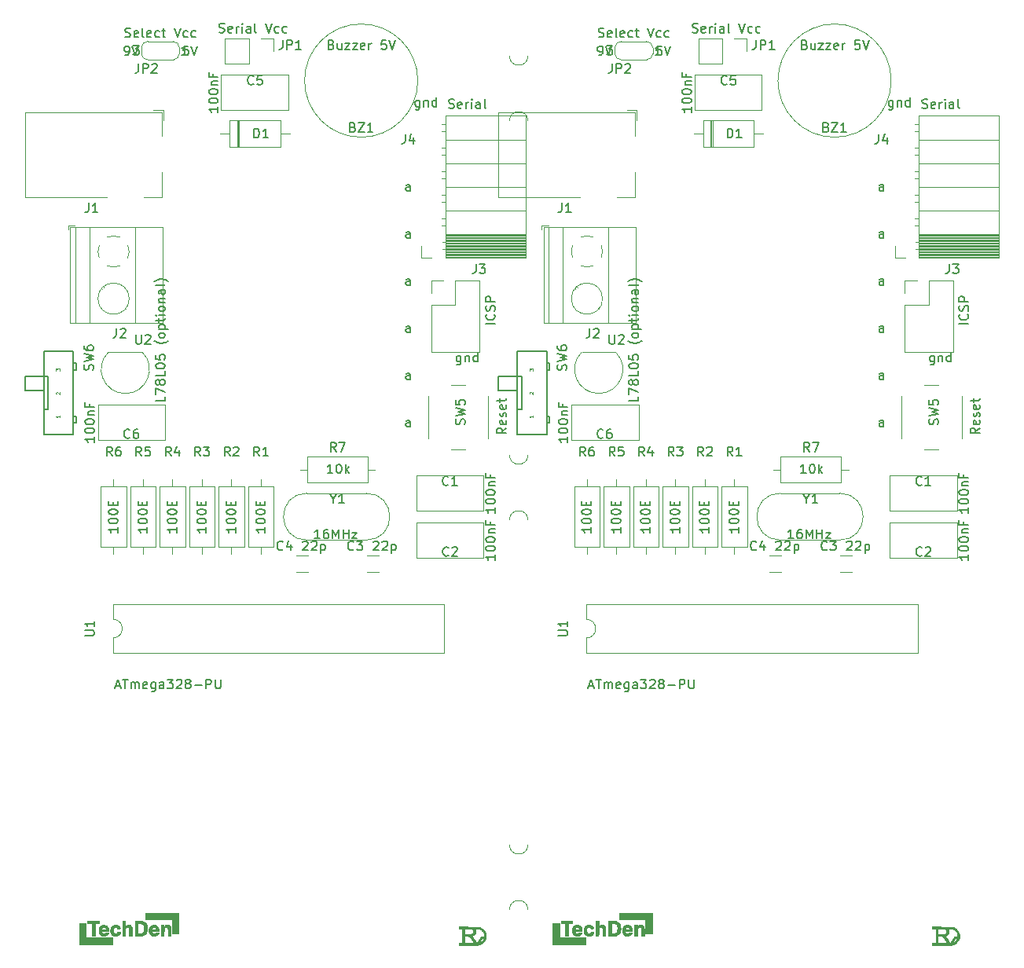
<source format=gto>
G04 #@! TF.GenerationSoftware,KiCad,Pcbnew,(5.1.5)-3*
G04 #@! TF.CreationDate,2020-08-24T21:46:46+02:00*
G04 #@! TF.ProjectId,Panel-Snake_game,50616e65-6c2d-4536-9e61-6b655f67616d,v3.1*
G04 #@! TF.SameCoordinates,Original*
G04 #@! TF.FileFunction,Legend,Top*
G04 #@! TF.FilePolarity,Positive*
%FSLAX46Y46*%
G04 Gerber Fmt 4.6, Leading zero omitted, Abs format (unit mm)*
G04 Created by KiCad (PCBNEW (5.1.5)-3) date 2020-08-24 21:46:46*
%MOMM*%
%LPD*%
G04 APERTURE LIST*
%ADD10C,0.150000*%
%ADD11C,0.120000*%
%ADD12C,0.010000*%
%ADD13C,0.100000*%
G04 APERTURE END LIST*
D10*
X184314285Y-62617380D02*
X184314285Y-62093571D01*
X184266666Y-61998333D01*
X184171428Y-61950714D01*
X183980952Y-61950714D01*
X183885714Y-61998333D01*
X184314285Y-62569761D02*
X184219047Y-62617380D01*
X183980952Y-62617380D01*
X183885714Y-62569761D01*
X183838095Y-62474523D01*
X183838095Y-62379285D01*
X183885714Y-62284047D01*
X183980952Y-62236428D01*
X184219047Y-62236428D01*
X184314285Y-62188809D01*
X184314285Y-82937380D02*
X184314285Y-82413571D01*
X184266666Y-82318333D01*
X184171428Y-82270714D01*
X183980952Y-82270714D01*
X183885714Y-82318333D01*
X184314285Y-82889761D02*
X184219047Y-82937380D01*
X183980952Y-82937380D01*
X183885714Y-82889761D01*
X183838095Y-82794523D01*
X183838095Y-82699285D01*
X183885714Y-82604047D01*
X183980952Y-82556428D01*
X184219047Y-82556428D01*
X184314285Y-82508809D01*
X189759523Y-75285714D02*
X189759523Y-76095238D01*
X189711904Y-76190476D01*
X189664285Y-76238095D01*
X189569047Y-76285714D01*
X189426190Y-76285714D01*
X189330952Y-76238095D01*
X189759523Y-75904761D02*
X189664285Y-75952380D01*
X189473809Y-75952380D01*
X189378571Y-75904761D01*
X189330952Y-75857142D01*
X189283333Y-75761904D01*
X189283333Y-75476190D01*
X189330952Y-75380952D01*
X189378571Y-75333333D01*
X189473809Y-75285714D01*
X189664285Y-75285714D01*
X189759523Y-75333333D01*
X190235714Y-75285714D02*
X190235714Y-75952380D01*
X190235714Y-75380952D02*
X190283333Y-75333333D01*
X190378571Y-75285714D01*
X190521428Y-75285714D01*
X190616666Y-75333333D01*
X190664285Y-75428571D01*
X190664285Y-75952380D01*
X191569047Y-75952380D02*
X191569047Y-74952380D01*
X191569047Y-75904761D02*
X191473809Y-75952380D01*
X191283333Y-75952380D01*
X191188095Y-75904761D01*
X191140476Y-75857142D01*
X191092857Y-75761904D01*
X191092857Y-75476190D01*
X191140476Y-75380952D01*
X191188095Y-75333333D01*
X191283333Y-75285714D01*
X191473809Y-75285714D01*
X191569047Y-75333333D01*
X185314523Y-47785714D02*
X185314523Y-48595238D01*
X185266904Y-48690476D01*
X185219285Y-48738095D01*
X185124047Y-48785714D01*
X184981190Y-48785714D01*
X184885952Y-48738095D01*
X185314523Y-48404761D02*
X185219285Y-48452380D01*
X185028809Y-48452380D01*
X184933571Y-48404761D01*
X184885952Y-48357142D01*
X184838333Y-48261904D01*
X184838333Y-47976190D01*
X184885952Y-47880952D01*
X184933571Y-47833333D01*
X185028809Y-47785714D01*
X185219285Y-47785714D01*
X185314523Y-47833333D01*
X185790714Y-47785714D02*
X185790714Y-48452380D01*
X185790714Y-47880952D02*
X185838333Y-47833333D01*
X185933571Y-47785714D01*
X186076428Y-47785714D01*
X186171666Y-47833333D01*
X186219285Y-47928571D01*
X186219285Y-48452380D01*
X187124047Y-48452380D02*
X187124047Y-47452380D01*
X187124047Y-48404761D02*
X187028809Y-48452380D01*
X186838333Y-48452380D01*
X186743095Y-48404761D01*
X186695476Y-48357142D01*
X186647857Y-48261904D01*
X186647857Y-47976190D01*
X186695476Y-47880952D01*
X186743095Y-47833333D01*
X186838333Y-47785714D01*
X187028809Y-47785714D01*
X187124047Y-47833333D01*
X184314285Y-67697380D02*
X184314285Y-67173571D01*
X184266666Y-67078333D01*
X184171428Y-67030714D01*
X183980952Y-67030714D01*
X183885714Y-67078333D01*
X184314285Y-67649761D02*
X184219047Y-67697380D01*
X183980952Y-67697380D01*
X183885714Y-67649761D01*
X183838095Y-67554523D01*
X183838095Y-67459285D01*
X183885714Y-67364047D01*
X183980952Y-67316428D01*
X184219047Y-67316428D01*
X184314285Y-67268809D01*
X184314285Y-72777380D02*
X184314285Y-72253571D01*
X184266666Y-72158333D01*
X184171428Y-72110714D01*
X183980952Y-72110714D01*
X183885714Y-72158333D01*
X184314285Y-72729761D02*
X184219047Y-72777380D01*
X183980952Y-72777380D01*
X183885714Y-72729761D01*
X183838095Y-72634523D01*
X183838095Y-72539285D01*
X183885714Y-72444047D01*
X183980952Y-72396428D01*
X184219047Y-72396428D01*
X184314285Y-72348809D01*
X184314285Y-57537380D02*
X184314285Y-57013571D01*
X184266666Y-56918333D01*
X184171428Y-56870714D01*
X183980952Y-56870714D01*
X183885714Y-56918333D01*
X184314285Y-57489761D02*
X184219047Y-57537380D01*
X183980952Y-57537380D01*
X183885714Y-57489761D01*
X183838095Y-57394523D01*
X183838095Y-57299285D01*
X183885714Y-57204047D01*
X183980952Y-57156428D01*
X184219047Y-57156428D01*
X184314285Y-57108809D01*
X184314285Y-77857380D02*
X184314285Y-77333571D01*
X184266666Y-77238333D01*
X184171428Y-77190714D01*
X183980952Y-77190714D01*
X183885714Y-77238333D01*
X184314285Y-77809761D02*
X184219047Y-77857380D01*
X183980952Y-77857380D01*
X183885714Y-77809761D01*
X183838095Y-77714523D01*
X183838095Y-77619285D01*
X183885714Y-77524047D01*
X183980952Y-77476428D01*
X184219047Y-77476428D01*
X184314285Y-77428809D01*
X138759523Y-75285714D02*
X138759523Y-76095238D01*
X138711904Y-76190476D01*
X138664285Y-76238095D01*
X138569047Y-76285714D01*
X138426190Y-76285714D01*
X138330952Y-76238095D01*
X138759523Y-75904761D02*
X138664285Y-75952380D01*
X138473809Y-75952380D01*
X138378571Y-75904761D01*
X138330952Y-75857142D01*
X138283333Y-75761904D01*
X138283333Y-75476190D01*
X138330952Y-75380952D01*
X138378571Y-75333333D01*
X138473809Y-75285714D01*
X138664285Y-75285714D01*
X138759523Y-75333333D01*
X139235714Y-75285714D02*
X139235714Y-75952380D01*
X139235714Y-75380952D02*
X139283333Y-75333333D01*
X139378571Y-75285714D01*
X139521428Y-75285714D01*
X139616666Y-75333333D01*
X139664285Y-75428571D01*
X139664285Y-75952380D01*
X140569047Y-75952380D02*
X140569047Y-74952380D01*
X140569047Y-75904761D02*
X140473809Y-75952380D01*
X140283333Y-75952380D01*
X140188095Y-75904761D01*
X140140476Y-75857142D01*
X140092857Y-75761904D01*
X140092857Y-75476190D01*
X140140476Y-75380952D01*
X140188095Y-75333333D01*
X140283333Y-75285714D01*
X140473809Y-75285714D01*
X140569047Y-75333333D01*
X134314523Y-47785714D02*
X134314523Y-48595238D01*
X134266904Y-48690476D01*
X134219285Y-48738095D01*
X134124047Y-48785714D01*
X133981190Y-48785714D01*
X133885952Y-48738095D01*
X134314523Y-48404761D02*
X134219285Y-48452380D01*
X134028809Y-48452380D01*
X133933571Y-48404761D01*
X133885952Y-48357142D01*
X133838333Y-48261904D01*
X133838333Y-47976190D01*
X133885952Y-47880952D01*
X133933571Y-47833333D01*
X134028809Y-47785714D01*
X134219285Y-47785714D01*
X134314523Y-47833333D01*
X134790714Y-47785714D02*
X134790714Y-48452380D01*
X134790714Y-47880952D02*
X134838333Y-47833333D01*
X134933571Y-47785714D01*
X135076428Y-47785714D01*
X135171666Y-47833333D01*
X135219285Y-47928571D01*
X135219285Y-48452380D01*
X136124047Y-48452380D02*
X136124047Y-47452380D01*
X136124047Y-48404761D02*
X136028809Y-48452380D01*
X135838333Y-48452380D01*
X135743095Y-48404761D01*
X135695476Y-48357142D01*
X135647857Y-48261904D01*
X135647857Y-47976190D01*
X135695476Y-47880952D01*
X135743095Y-47833333D01*
X135838333Y-47785714D01*
X136028809Y-47785714D01*
X136124047Y-47833333D01*
X133314285Y-57537380D02*
X133314285Y-57013571D01*
X133266666Y-56918333D01*
X133171428Y-56870714D01*
X132980952Y-56870714D01*
X132885714Y-56918333D01*
X133314285Y-57489761D02*
X133219047Y-57537380D01*
X132980952Y-57537380D01*
X132885714Y-57489761D01*
X132838095Y-57394523D01*
X132838095Y-57299285D01*
X132885714Y-57204047D01*
X132980952Y-57156428D01*
X133219047Y-57156428D01*
X133314285Y-57108809D01*
X133314285Y-82937380D02*
X133314285Y-82413571D01*
X133266666Y-82318333D01*
X133171428Y-82270714D01*
X132980952Y-82270714D01*
X132885714Y-82318333D01*
X133314285Y-82889761D02*
X133219047Y-82937380D01*
X132980952Y-82937380D01*
X132885714Y-82889761D01*
X132838095Y-82794523D01*
X132838095Y-82699285D01*
X132885714Y-82604047D01*
X132980952Y-82556428D01*
X133219047Y-82556428D01*
X133314285Y-82508809D01*
X133314285Y-77857380D02*
X133314285Y-77333571D01*
X133266666Y-77238333D01*
X133171428Y-77190714D01*
X132980952Y-77190714D01*
X132885714Y-77238333D01*
X133314285Y-77809761D02*
X133219047Y-77857380D01*
X132980952Y-77857380D01*
X132885714Y-77809761D01*
X132838095Y-77714523D01*
X132838095Y-77619285D01*
X132885714Y-77524047D01*
X132980952Y-77476428D01*
X133219047Y-77476428D01*
X133314285Y-77428809D01*
X133314285Y-72777380D02*
X133314285Y-72253571D01*
X133266666Y-72158333D01*
X133171428Y-72110714D01*
X132980952Y-72110714D01*
X132885714Y-72158333D01*
X133314285Y-72729761D02*
X133219047Y-72777380D01*
X132980952Y-72777380D01*
X132885714Y-72729761D01*
X132838095Y-72634523D01*
X132838095Y-72539285D01*
X132885714Y-72444047D01*
X132980952Y-72396428D01*
X133219047Y-72396428D01*
X133314285Y-72348809D01*
X133314285Y-67697380D02*
X133314285Y-67173571D01*
X133266666Y-67078333D01*
X133171428Y-67030714D01*
X132980952Y-67030714D01*
X132885714Y-67078333D01*
X133314285Y-67649761D02*
X133219047Y-67697380D01*
X132980952Y-67697380D01*
X132885714Y-67649761D01*
X132838095Y-67554523D01*
X132838095Y-67459285D01*
X132885714Y-67364047D01*
X132980952Y-67316428D01*
X133219047Y-67316428D01*
X133314285Y-67268809D01*
X133314285Y-62617380D02*
X133314285Y-62093571D01*
X133266666Y-61998333D01*
X133171428Y-61950714D01*
X132980952Y-61950714D01*
X132885714Y-61998333D01*
X133314285Y-62569761D02*
X133219047Y-62617380D01*
X132980952Y-62617380D01*
X132885714Y-62569761D01*
X132838095Y-62474523D01*
X132838095Y-62379285D01*
X132885714Y-62284047D01*
X132980952Y-62236428D01*
X133219047Y-62236428D01*
X133314285Y-62188809D01*
D11*
X186580000Y-74925000D02*
X191780000Y-74925000D01*
X186580000Y-69785000D02*
X186580000Y-74925000D01*
X191780000Y-67185000D02*
X191780000Y-74925000D01*
X186580000Y-69785000D02*
X189180000Y-69785000D01*
X189180000Y-69785000D02*
X189180000Y-67185000D01*
X189180000Y-67185000D02*
X191780000Y-67185000D01*
X186580000Y-68515000D02*
X186580000Y-67185000D01*
X186580000Y-67185000D02*
X187910000Y-67185000D01*
X186220000Y-79675000D02*
X186220000Y-84175000D01*
X190220000Y-78425000D02*
X188720000Y-78425000D01*
X192720000Y-84175000D02*
X192720000Y-79675000D01*
X188720000Y-85425000D02*
X190220000Y-85425000D01*
X164355000Y-41150000D02*
X164355000Y-43810000D01*
X166955000Y-41150000D02*
X164355000Y-41150000D01*
X166955000Y-43810000D02*
X164355000Y-43810000D01*
X166955000Y-41150000D02*
X166955000Y-43810000D01*
X168225000Y-41150000D02*
X169555000Y-41150000D01*
X169555000Y-41150000D02*
X169555000Y-42480000D01*
X173279000Y-98645000D02*
X172021000Y-98645000D01*
X173279000Y-96805000D02*
X172021000Y-96805000D01*
X152290000Y-103710000D02*
G75*
G02X152290000Y-105710000I0J-1000000D01*
G01*
X152290000Y-105710000D02*
X152290000Y-107360000D01*
X152290000Y-107360000D02*
X187970000Y-107360000D01*
X187970000Y-107360000D02*
X187970000Y-102060000D01*
X187970000Y-102060000D02*
X152290000Y-102060000D01*
X152290000Y-102060000D02*
X152290000Y-103710000D01*
X192205000Y-91975000D02*
X184965000Y-91975000D01*
X192205000Y-88235000D02*
X184965000Y-88235000D01*
X192205000Y-91975000D02*
X192205000Y-88235000D01*
X184965000Y-91975000D02*
X184965000Y-88235000D01*
X164870000Y-49900000D02*
X164870000Y-52840000D01*
X164870000Y-52840000D02*
X170310000Y-52840000D01*
X170310000Y-52840000D02*
X170310000Y-49900000D01*
X170310000Y-49900000D02*
X164870000Y-49900000D01*
X163850000Y-51370000D02*
X164870000Y-51370000D01*
X171330000Y-51370000D02*
X170310000Y-51370000D01*
X165770000Y-49900000D02*
X165770000Y-52840000D01*
X165890000Y-49900000D02*
X165890000Y-52840000D01*
X165650000Y-49900000D02*
X165650000Y-52840000D01*
X163680000Y-95915000D02*
X166420000Y-95915000D01*
X166420000Y-95915000D02*
X166420000Y-89375000D01*
X166420000Y-89375000D02*
X163680000Y-89375000D01*
X163680000Y-89375000D02*
X163680000Y-95915000D01*
X165050000Y-96685000D02*
X165050000Y-95915000D01*
X165050000Y-88605000D02*
X165050000Y-89375000D01*
X160505000Y-95915000D02*
X163245000Y-95915000D01*
X163245000Y-95915000D02*
X163245000Y-89375000D01*
X163245000Y-89375000D02*
X160505000Y-89375000D01*
X160505000Y-89375000D02*
X160505000Y-95915000D01*
X161875000Y-96685000D02*
X161875000Y-95915000D01*
X161875000Y-88605000D02*
X161875000Y-89375000D01*
X192205000Y-97055000D02*
X184965000Y-97055000D01*
X192205000Y-93315000D02*
X184965000Y-93315000D01*
X192205000Y-97055000D02*
X192205000Y-93315000D01*
X184965000Y-97055000D02*
X184965000Y-93315000D01*
X150980000Y-95915000D02*
X153720000Y-95915000D01*
X153720000Y-95915000D02*
X153720000Y-89375000D01*
X153720000Y-89375000D02*
X150980000Y-89375000D01*
X150980000Y-89375000D02*
X150980000Y-95915000D01*
X152350000Y-96685000D02*
X152350000Y-95915000D01*
X152350000Y-88605000D02*
X152350000Y-89375000D01*
X157915000Y-84355000D02*
X150675000Y-84355000D01*
X157915000Y-80615000D02*
X150675000Y-80615000D01*
X157915000Y-84355000D02*
X157915000Y-80615000D01*
X150675000Y-84355000D02*
X150675000Y-80615000D01*
X154155000Y-95915000D02*
X156895000Y-95915000D01*
X156895000Y-95915000D02*
X156895000Y-89375000D01*
X156895000Y-89375000D02*
X154155000Y-89375000D01*
X154155000Y-89375000D02*
X154155000Y-95915000D01*
X155525000Y-96685000D02*
X155525000Y-95915000D01*
X155525000Y-88605000D02*
X155525000Y-89375000D01*
X163930000Y-45055000D02*
X171170000Y-45055000D01*
X163930000Y-48795000D02*
X171170000Y-48795000D01*
X163930000Y-45055000D02*
X163930000Y-48795000D01*
X171170000Y-45055000D02*
X171170000Y-48795000D01*
X173210000Y-86195000D02*
X173210000Y-88935000D01*
X173210000Y-88935000D02*
X179750000Y-88935000D01*
X179750000Y-88935000D02*
X179750000Y-86195000D01*
X179750000Y-86195000D02*
X173210000Y-86195000D01*
X172440000Y-87565000D02*
X173210000Y-87565000D01*
X180520000Y-87565000D02*
X179750000Y-87565000D01*
X157330000Y-95915000D02*
X160070000Y-95915000D01*
X160070000Y-95915000D02*
X160070000Y-89375000D01*
X160070000Y-89375000D02*
X157330000Y-89375000D01*
X157330000Y-89375000D02*
X157330000Y-95915000D01*
X158700000Y-96685000D02*
X158700000Y-95915000D01*
X158700000Y-88605000D02*
X158700000Y-89375000D01*
X166855000Y-95915000D02*
X169595000Y-95915000D01*
X169595000Y-95915000D02*
X169595000Y-89375000D01*
X169595000Y-89375000D02*
X166855000Y-89375000D01*
X166855000Y-89375000D02*
X166855000Y-95915000D01*
X168225000Y-96685000D02*
X168225000Y-95915000D01*
X168225000Y-88605000D02*
X168225000Y-89375000D01*
X186640000Y-64765000D02*
X185530000Y-64765000D01*
X185530000Y-64765000D02*
X185530000Y-63435000D01*
X196730000Y-64765000D02*
X196730000Y-49405000D01*
X196730000Y-49405000D02*
X188100000Y-49405000D01*
X188100000Y-64765000D02*
X188100000Y-49405000D01*
X196730000Y-64765000D02*
X188100000Y-64765000D01*
X196730000Y-52005000D02*
X188100000Y-52005000D01*
X196730000Y-54545000D02*
X188100000Y-54545000D01*
X196730000Y-57085000D02*
X188100000Y-57085000D01*
X196730000Y-59625000D02*
X188100000Y-59625000D01*
X196730000Y-62165000D02*
X188100000Y-62165000D01*
X188100000Y-50375000D02*
X187690000Y-50375000D01*
X188100000Y-51095000D02*
X187690000Y-51095000D01*
X188100000Y-52915000D02*
X187690000Y-52915000D01*
X188100000Y-53635000D02*
X187690000Y-53635000D01*
X188100000Y-55455000D02*
X187690000Y-55455000D01*
X188100000Y-56175000D02*
X187690000Y-56175000D01*
X188100000Y-57995000D02*
X187690000Y-57995000D01*
X188100000Y-58715000D02*
X187690000Y-58715000D01*
X188100000Y-60535000D02*
X187690000Y-60535000D01*
X188100000Y-61255000D02*
X187690000Y-61255000D01*
X188100000Y-63075000D02*
X187750000Y-63075000D01*
X188100000Y-63795000D02*
X187750000Y-63795000D01*
X196730000Y-62283100D02*
X188100000Y-62283100D01*
X196730000Y-62401195D02*
X188100000Y-62401195D01*
X196730000Y-62519290D02*
X188100000Y-62519290D01*
X196730000Y-62637385D02*
X188100000Y-62637385D01*
X196730000Y-62755480D02*
X188100000Y-62755480D01*
X196730000Y-62873575D02*
X188100000Y-62873575D01*
X196730000Y-62991670D02*
X188100000Y-62991670D01*
X196730000Y-63109765D02*
X188100000Y-63109765D01*
X196730000Y-63227860D02*
X188100000Y-63227860D01*
X196730000Y-63345955D02*
X188100000Y-63345955D01*
X196730000Y-63464050D02*
X188100000Y-63464050D01*
X196730000Y-63582145D02*
X188100000Y-63582145D01*
X196730000Y-63700240D02*
X188100000Y-63700240D01*
X196730000Y-63818335D02*
X188100000Y-63818335D01*
X196730000Y-63936430D02*
X188100000Y-63936430D01*
X196730000Y-64054525D02*
X188100000Y-64054525D01*
X196730000Y-64172620D02*
X188100000Y-64172620D01*
X196730000Y-64290715D02*
X188100000Y-64290715D01*
X196730000Y-64408810D02*
X188100000Y-64408810D01*
X196730000Y-64526905D02*
X188100000Y-64526905D01*
X196730000Y-64645000D02*
X188100000Y-64645000D01*
D12*
G36*
X191591820Y-136837773D02*
G01*
X191660400Y-136851176D01*
X191717225Y-136863033D01*
X191766297Y-136875020D01*
X191810009Y-136887824D01*
X191850753Y-136902130D01*
X191881380Y-136914503D01*
X191969506Y-136957433D01*
X192052187Y-137008651D01*
X192128942Y-137067577D01*
X192199287Y-137133631D01*
X192262741Y-137206236D01*
X192318821Y-137284811D01*
X192367045Y-137368779D01*
X192406929Y-137457559D01*
X192437993Y-137550574D01*
X192449630Y-137596560D01*
X192459392Y-137643389D01*
X192466228Y-137686436D01*
X192470525Y-137729350D01*
X192472671Y-137775782D01*
X192473100Y-137817406D01*
X192468262Y-137917860D01*
X192453958Y-138014694D01*
X192430105Y-138108188D01*
X192396620Y-138198619D01*
X192353420Y-138286265D01*
X192313660Y-138351762D01*
X192255076Y-138431729D01*
X192189476Y-138504444D01*
X192117152Y-138569716D01*
X192038396Y-138627350D01*
X191953499Y-138677155D01*
X191862755Y-138718938D01*
X191766453Y-138752506D01*
X191670560Y-138776512D01*
X191617220Y-138787486D01*
X189542040Y-138790572D01*
X189542040Y-138597320D01*
X189917960Y-138597320D01*
X190156720Y-138597320D01*
X190664720Y-138597320D01*
X190735618Y-138597296D01*
X190803579Y-138597229D01*
X190867921Y-138597120D01*
X190927966Y-138596973D01*
X190983032Y-138596791D01*
X191032440Y-138596578D01*
X191075509Y-138596336D01*
X191111560Y-138596069D01*
X191139912Y-138595780D01*
X191159886Y-138595472D01*
X191170800Y-138595148D01*
X191172720Y-138594941D01*
X191170081Y-138590282D01*
X191162549Y-138577973D01*
X191150697Y-138558926D01*
X191135096Y-138534054D01*
X191116322Y-138504270D01*
X191094947Y-138470487D01*
X191071544Y-138433619D01*
X191061313Y-138417534D01*
X191010826Y-138338528D01*
X190965109Y-138267748D01*
X190923741Y-138204684D01*
X190886299Y-138148830D01*
X190852360Y-138099678D01*
X190821502Y-138056720D01*
X190793302Y-138019450D01*
X190767338Y-137987358D01*
X190743188Y-137959938D01*
X190720429Y-137936682D01*
X190698638Y-137917082D01*
X190677393Y-137900631D01*
X190656272Y-137886822D01*
X190634852Y-137875145D01*
X190612711Y-137865095D01*
X190596140Y-137858600D01*
X190555500Y-137843540D01*
X190156720Y-137839496D01*
X190156720Y-138597320D01*
X189917960Y-138597320D01*
X189917960Y-137821157D01*
X190851580Y-137821157D01*
X190890156Y-137842208D01*
X190927560Y-137864112D01*
X190960363Y-137886965D01*
X190991296Y-137912970D01*
X191023089Y-137944332D01*
X191042108Y-137964860D01*
X191087750Y-138017155D01*
X191127691Y-138067076D01*
X191164600Y-138118010D01*
X191176181Y-138135040D01*
X191183035Y-138145459D01*
X191194670Y-138163370D01*
X191210399Y-138187703D01*
X191229535Y-138217387D01*
X191251391Y-138251352D01*
X191275281Y-138288526D01*
X191300517Y-138327839D01*
X191326413Y-138368221D01*
X191352282Y-138408599D01*
X191377437Y-138447905D01*
X191401190Y-138485066D01*
X191422856Y-138519013D01*
X191441747Y-138548674D01*
X191457177Y-138572979D01*
X191460722Y-138578582D01*
X191469920Y-138591016D01*
X191478318Y-138596136D01*
X191486571Y-138596362D01*
X191489546Y-138595347D01*
X191493308Y-138592561D01*
X191498221Y-138587449D01*
X191504648Y-138579454D01*
X191512954Y-138568020D01*
X191515320Y-138564559D01*
X191701040Y-138564559D01*
X191702438Y-138566383D01*
X191707673Y-138566097D01*
X191718300Y-138563323D01*
X191735876Y-138557685D01*
X191752157Y-138552172D01*
X191830701Y-138520121D01*
X191905656Y-138479292D01*
X191976050Y-138430525D01*
X192040914Y-138374661D01*
X192099280Y-138312540D01*
X192150178Y-138245003D01*
X192192637Y-138172891D01*
X192195085Y-138168060D01*
X192203741Y-138149777D01*
X192213515Y-138127510D01*
X192223563Y-138103395D01*
X192233039Y-138079568D01*
X192241099Y-138058163D01*
X192246897Y-138041317D01*
X192249588Y-138031165D01*
X192249680Y-138030075D01*
X192244874Y-138029335D01*
X192231549Y-138028873D01*
X192211340Y-138028705D01*
X192185885Y-138028847D01*
X192162050Y-138029210D01*
X192129939Y-138029904D01*
X192106074Y-138030739D01*
X192088541Y-138031973D01*
X192075428Y-138033867D01*
X192064821Y-138036680D01*
X192054807Y-138040671D01*
X192045717Y-138044995D01*
X192027822Y-138055537D01*
X192011879Y-138067890D01*
X192004065Y-138076068D01*
X191999351Y-138083029D01*
X191990084Y-138097406D01*
X191976851Y-138118253D01*
X191960236Y-138144624D01*
X191940828Y-138175575D01*
X191919211Y-138210161D01*
X191895973Y-138247435D01*
X191871700Y-138286453D01*
X191846979Y-138326270D01*
X191822395Y-138365940D01*
X191798535Y-138404517D01*
X191775985Y-138441058D01*
X191755333Y-138474616D01*
X191737163Y-138504246D01*
X191722063Y-138529002D01*
X191710619Y-138547941D01*
X191703418Y-138560115D01*
X191701040Y-138564559D01*
X191515320Y-138564559D01*
X191523502Y-138552593D01*
X191536655Y-138532616D01*
X191552779Y-138507534D01*
X191572236Y-138476792D01*
X191595389Y-138439832D01*
X191622604Y-138396101D01*
X191654243Y-138345041D01*
X191690671Y-138286098D01*
X191707090Y-138259500D01*
X191750289Y-138189646D01*
X191788476Y-138128216D01*
X191821843Y-138074910D01*
X191850586Y-138029427D01*
X191874896Y-137991466D01*
X191894969Y-137960726D01*
X191910996Y-137936907D01*
X191923173Y-137919709D01*
X191931692Y-137908829D01*
X191935168Y-137905174D01*
X191946374Y-137895759D01*
X191957656Y-137888230D01*
X191970279Y-137882378D01*
X191985504Y-137877997D01*
X192004595Y-137874878D01*
X192028815Y-137872814D01*
X192059427Y-137871598D01*
X192097694Y-137871023D01*
X192143922Y-137870880D01*
X192280160Y-137870880D01*
X192279999Y-137818810D01*
X192274858Y-137730006D01*
X192260282Y-137643732D01*
X192236706Y-137560606D01*
X192204566Y-137481246D01*
X192164296Y-137406270D01*
X192116333Y-137336296D01*
X192061111Y-137271942D01*
X191999066Y-137213825D01*
X191930634Y-137162565D01*
X191856250Y-137118779D01*
X191776349Y-137083084D01*
X191756532Y-137075837D01*
X191728012Y-137066085D01*
X191702440Y-137058078D01*
X191678345Y-137051626D01*
X191654253Y-137046539D01*
X191628693Y-137042628D01*
X191600193Y-137039703D01*
X191567280Y-137037574D01*
X191528482Y-137036052D01*
X191482327Y-137034946D01*
X191433070Y-137034147D01*
X191383922Y-137033529D01*
X191344154Y-137033240D01*
X191312991Y-137033332D01*
X191289657Y-137033857D01*
X191273374Y-137034868D01*
X191263369Y-137036415D01*
X191258864Y-137038552D01*
X191259083Y-137041330D01*
X191263251Y-137044802D01*
X191264296Y-137045464D01*
X191269122Y-137051587D01*
X191276949Y-137064863D01*
X191286687Y-137083145D01*
X191297249Y-137104283D01*
X191307544Y-137126130D01*
X191316484Y-137146539D01*
X191320122Y-137155576D01*
X191334634Y-137203017D01*
X191344416Y-137256554D01*
X191349143Y-137313126D01*
X191348491Y-137369674D01*
X191345871Y-137398440D01*
X191342262Y-137423612D01*
X191337668Y-137449147D01*
X191332595Y-137472831D01*
X191327545Y-137492451D01*
X191323024Y-137505794D01*
X191320408Y-137510246D01*
X191316759Y-137515778D01*
X191310014Y-137527766D01*
X191301817Y-137543266D01*
X191268081Y-137599088D01*
X191227784Y-137647731D01*
X191179690Y-137690671D01*
X191175635Y-137693778D01*
X191152287Y-137710892D01*
X191128091Y-137727644D01*
X191106131Y-137741950D01*
X191091440Y-137750678D01*
X191062402Y-137764589D01*
X191027071Y-137778452D01*
X190989236Y-137790970D01*
X190952688Y-137800844D01*
X190933197Y-137804914D01*
X190911142Y-137809006D01*
X190888702Y-137813379D01*
X190876260Y-137815929D01*
X190851580Y-137821157D01*
X189917960Y-137821157D01*
X189917960Y-137638116D01*
X190156720Y-137638116D01*
X190470410Y-137635757D01*
X190535238Y-137635252D01*
X190590775Y-137634767D01*
X190637892Y-137634270D01*
X190677457Y-137633732D01*
X190710340Y-137633120D01*
X190737410Y-137632405D01*
X190759537Y-137631556D01*
X190777590Y-137630542D01*
X190792439Y-137629332D01*
X190804953Y-137627896D01*
X190816002Y-137626204D01*
X190826454Y-137624223D01*
X190832360Y-137622980D01*
X190878143Y-137612233D01*
X190915712Y-137601213D01*
X190946990Y-137589021D01*
X190973903Y-137574760D01*
X190998377Y-137557531D01*
X191022337Y-137536437D01*
X191026448Y-137532450D01*
X191052864Y-137500994D01*
X191075751Y-137463029D01*
X191093240Y-137422072D01*
X191101827Y-137390820D01*
X191105130Y-137362138D01*
X191105281Y-137327944D01*
X191102510Y-137292306D01*
X191097045Y-137259292D01*
X191093671Y-137246040D01*
X191075423Y-137201198D01*
X191048288Y-137161073D01*
X191012209Y-137125606D01*
X190967126Y-137094739D01*
X190917781Y-137070411D01*
X190904721Y-137065173D01*
X190891589Y-137060639D01*
X190877578Y-137056759D01*
X190861879Y-137053483D01*
X190843683Y-137050761D01*
X190822183Y-137048543D01*
X190796571Y-137046777D01*
X190766036Y-137045413D01*
X190729773Y-137044402D01*
X190686971Y-137043693D01*
X190636823Y-137043235D01*
X190578521Y-137042978D01*
X190511256Y-137042872D01*
X190475490Y-137042860D01*
X190156720Y-137042840D01*
X190156720Y-137638116D01*
X189917960Y-137638116D01*
X189917960Y-137032680D01*
X189542040Y-137032680D01*
X189542040Y-136834143D01*
X191591820Y-136837773D01*
G37*
X191591820Y-136837773D02*
X191660400Y-136851176D01*
X191717225Y-136863033D01*
X191766297Y-136875020D01*
X191810009Y-136887824D01*
X191850753Y-136902130D01*
X191881380Y-136914503D01*
X191969506Y-136957433D01*
X192052187Y-137008651D01*
X192128942Y-137067577D01*
X192199287Y-137133631D01*
X192262741Y-137206236D01*
X192318821Y-137284811D01*
X192367045Y-137368779D01*
X192406929Y-137457559D01*
X192437993Y-137550574D01*
X192449630Y-137596560D01*
X192459392Y-137643389D01*
X192466228Y-137686436D01*
X192470525Y-137729350D01*
X192472671Y-137775782D01*
X192473100Y-137817406D01*
X192468262Y-137917860D01*
X192453958Y-138014694D01*
X192430105Y-138108188D01*
X192396620Y-138198619D01*
X192353420Y-138286265D01*
X192313660Y-138351762D01*
X192255076Y-138431729D01*
X192189476Y-138504444D01*
X192117152Y-138569716D01*
X192038396Y-138627350D01*
X191953499Y-138677155D01*
X191862755Y-138718938D01*
X191766453Y-138752506D01*
X191670560Y-138776512D01*
X191617220Y-138787486D01*
X189542040Y-138790572D01*
X189542040Y-138597320D01*
X189917960Y-138597320D01*
X190156720Y-138597320D01*
X190664720Y-138597320D01*
X190735618Y-138597296D01*
X190803579Y-138597229D01*
X190867921Y-138597120D01*
X190927966Y-138596973D01*
X190983032Y-138596791D01*
X191032440Y-138596578D01*
X191075509Y-138596336D01*
X191111560Y-138596069D01*
X191139912Y-138595780D01*
X191159886Y-138595472D01*
X191170800Y-138595148D01*
X191172720Y-138594941D01*
X191170081Y-138590282D01*
X191162549Y-138577973D01*
X191150697Y-138558926D01*
X191135096Y-138534054D01*
X191116322Y-138504270D01*
X191094947Y-138470487D01*
X191071544Y-138433619D01*
X191061313Y-138417534D01*
X191010826Y-138338528D01*
X190965109Y-138267748D01*
X190923741Y-138204684D01*
X190886299Y-138148830D01*
X190852360Y-138099678D01*
X190821502Y-138056720D01*
X190793302Y-138019450D01*
X190767338Y-137987358D01*
X190743188Y-137959938D01*
X190720429Y-137936682D01*
X190698638Y-137917082D01*
X190677393Y-137900631D01*
X190656272Y-137886822D01*
X190634852Y-137875145D01*
X190612711Y-137865095D01*
X190596140Y-137858600D01*
X190555500Y-137843540D01*
X190156720Y-137839496D01*
X190156720Y-138597320D01*
X189917960Y-138597320D01*
X189917960Y-137821157D01*
X190851580Y-137821157D01*
X190890156Y-137842208D01*
X190927560Y-137864112D01*
X190960363Y-137886965D01*
X190991296Y-137912970D01*
X191023089Y-137944332D01*
X191042108Y-137964860D01*
X191087750Y-138017155D01*
X191127691Y-138067076D01*
X191164600Y-138118010D01*
X191176181Y-138135040D01*
X191183035Y-138145459D01*
X191194670Y-138163370D01*
X191210399Y-138187703D01*
X191229535Y-138217387D01*
X191251391Y-138251352D01*
X191275281Y-138288526D01*
X191300517Y-138327839D01*
X191326413Y-138368221D01*
X191352282Y-138408599D01*
X191377437Y-138447905D01*
X191401190Y-138485066D01*
X191422856Y-138519013D01*
X191441747Y-138548674D01*
X191457177Y-138572979D01*
X191460722Y-138578582D01*
X191469920Y-138591016D01*
X191478318Y-138596136D01*
X191486571Y-138596362D01*
X191489546Y-138595347D01*
X191493308Y-138592561D01*
X191498221Y-138587449D01*
X191504648Y-138579454D01*
X191512954Y-138568020D01*
X191515320Y-138564559D01*
X191701040Y-138564559D01*
X191702438Y-138566383D01*
X191707673Y-138566097D01*
X191718300Y-138563323D01*
X191735876Y-138557685D01*
X191752157Y-138552172D01*
X191830701Y-138520121D01*
X191905656Y-138479292D01*
X191976050Y-138430525D01*
X192040914Y-138374661D01*
X192099280Y-138312540D01*
X192150178Y-138245003D01*
X192192637Y-138172891D01*
X192195085Y-138168060D01*
X192203741Y-138149777D01*
X192213515Y-138127510D01*
X192223563Y-138103395D01*
X192233039Y-138079568D01*
X192241099Y-138058163D01*
X192246897Y-138041317D01*
X192249588Y-138031165D01*
X192249680Y-138030075D01*
X192244874Y-138029335D01*
X192231549Y-138028873D01*
X192211340Y-138028705D01*
X192185885Y-138028847D01*
X192162050Y-138029210D01*
X192129939Y-138029904D01*
X192106074Y-138030739D01*
X192088541Y-138031973D01*
X192075428Y-138033867D01*
X192064821Y-138036680D01*
X192054807Y-138040671D01*
X192045717Y-138044995D01*
X192027822Y-138055537D01*
X192011879Y-138067890D01*
X192004065Y-138076068D01*
X191999351Y-138083029D01*
X191990084Y-138097406D01*
X191976851Y-138118253D01*
X191960236Y-138144624D01*
X191940828Y-138175575D01*
X191919211Y-138210161D01*
X191895973Y-138247435D01*
X191871700Y-138286453D01*
X191846979Y-138326270D01*
X191822395Y-138365940D01*
X191798535Y-138404517D01*
X191775985Y-138441058D01*
X191755333Y-138474616D01*
X191737163Y-138504246D01*
X191722063Y-138529002D01*
X191710619Y-138547941D01*
X191703418Y-138560115D01*
X191701040Y-138564559D01*
X191515320Y-138564559D01*
X191523502Y-138552593D01*
X191536655Y-138532616D01*
X191552779Y-138507534D01*
X191572236Y-138476792D01*
X191595389Y-138439832D01*
X191622604Y-138396101D01*
X191654243Y-138345041D01*
X191690671Y-138286098D01*
X191707090Y-138259500D01*
X191750289Y-138189646D01*
X191788476Y-138128216D01*
X191821843Y-138074910D01*
X191850586Y-138029427D01*
X191874896Y-137991466D01*
X191894969Y-137960726D01*
X191910996Y-137936907D01*
X191923173Y-137919709D01*
X191931692Y-137908829D01*
X191935168Y-137905174D01*
X191946374Y-137895759D01*
X191957656Y-137888230D01*
X191970279Y-137882378D01*
X191985504Y-137877997D01*
X192004595Y-137874878D01*
X192028815Y-137872814D01*
X192059427Y-137871598D01*
X192097694Y-137871023D01*
X192143922Y-137870880D01*
X192280160Y-137870880D01*
X192279999Y-137818810D01*
X192274858Y-137730006D01*
X192260282Y-137643732D01*
X192236706Y-137560606D01*
X192204566Y-137481246D01*
X192164296Y-137406270D01*
X192116333Y-137336296D01*
X192061111Y-137271942D01*
X191999066Y-137213825D01*
X191930634Y-137162565D01*
X191856250Y-137118779D01*
X191776349Y-137083084D01*
X191756532Y-137075837D01*
X191728012Y-137066085D01*
X191702440Y-137058078D01*
X191678345Y-137051626D01*
X191654253Y-137046539D01*
X191628693Y-137042628D01*
X191600193Y-137039703D01*
X191567280Y-137037574D01*
X191528482Y-137036052D01*
X191482327Y-137034946D01*
X191433070Y-137034147D01*
X191383922Y-137033529D01*
X191344154Y-137033240D01*
X191312991Y-137033332D01*
X191289657Y-137033857D01*
X191273374Y-137034868D01*
X191263369Y-137036415D01*
X191258864Y-137038552D01*
X191259083Y-137041330D01*
X191263251Y-137044802D01*
X191264296Y-137045464D01*
X191269122Y-137051587D01*
X191276949Y-137064863D01*
X191286687Y-137083145D01*
X191297249Y-137104283D01*
X191307544Y-137126130D01*
X191316484Y-137146539D01*
X191320122Y-137155576D01*
X191334634Y-137203017D01*
X191344416Y-137256554D01*
X191349143Y-137313126D01*
X191348491Y-137369674D01*
X191345871Y-137398440D01*
X191342262Y-137423612D01*
X191337668Y-137449147D01*
X191332595Y-137472831D01*
X191327545Y-137492451D01*
X191323024Y-137505794D01*
X191320408Y-137510246D01*
X191316759Y-137515778D01*
X191310014Y-137527766D01*
X191301817Y-137543266D01*
X191268081Y-137599088D01*
X191227784Y-137647731D01*
X191179690Y-137690671D01*
X191175635Y-137693778D01*
X191152287Y-137710892D01*
X191128091Y-137727644D01*
X191106131Y-137741950D01*
X191091440Y-137750678D01*
X191062402Y-137764589D01*
X191027071Y-137778452D01*
X190989236Y-137790970D01*
X190952688Y-137800844D01*
X190933197Y-137804914D01*
X190911142Y-137809006D01*
X190888702Y-137813379D01*
X190876260Y-137815929D01*
X190851580Y-137821157D01*
X189917960Y-137821157D01*
X189917960Y-137638116D01*
X190156720Y-137638116D01*
X190470410Y-137635757D01*
X190535238Y-137635252D01*
X190590775Y-137634767D01*
X190637892Y-137634270D01*
X190677457Y-137633732D01*
X190710340Y-137633120D01*
X190737410Y-137632405D01*
X190759537Y-137631556D01*
X190777590Y-137630542D01*
X190792439Y-137629332D01*
X190804953Y-137627896D01*
X190816002Y-137626204D01*
X190826454Y-137624223D01*
X190832360Y-137622980D01*
X190878143Y-137612233D01*
X190915712Y-137601213D01*
X190946990Y-137589021D01*
X190973903Y-137574760D01*
X190998377Y-137557531D01*
X191022337Y-137536437D01*
X191026448Y-137532450D01*
X191052864Y-137500994D01*
X191075751Y-137463029D01*
X191093240Y-137422072D01*
X191101827Y-137390820D01*
X191105130Y-137362138D01*
X191105281Y-137327944D01*
X191102510Y-137292306D01*
X191097045Y-137259292D01*
X191093671Y-137246040D01*
X191075423Y-137201198D01*
X191048288Y-137161073D01*
X191012209Y-137125606D01*
X190967126Y-137094739D01*
X190917781Y-137070411D01*
X190904721Y-137065173D01*
X190891589Y-137060639D01*
X190877578Y-137056759D01*
X190861879Y-137053483D01*
X190843683Y-137050761D01*
X190822183Y-137048543D01*
X190796571Y-137046777D01*
X190766036Y-137045413D01*
X190729773Y-137044402D01*
X190686971Y-137043693D01*
X190636823Y-137043235D01*
X190578521Y-137042978D01*
X190511256Y-137042872D01*
X190475490Y-137042860D01*
X190156720Y-137042840D01*
X190156720Y-137638116D01*
X189917960Y-137638116D01*
X189917960Y-137032680D01*
X189542040Y-137032680D01*
X189542040Y-136834143D01*
X191591820Y-136837773D01*
D11*
X157520000Y-49055000D02*
X157520000Y-51655000D01*
X142820000Y-49055000D02*
X157520000Y-49055000D01*
X157520000Y-58255000D02*
X155620000Y-58255000D01*
X157520000Y-55555000D02*
X157520000Y-58255000D01*
X142820000Y-58255000D02*
X142820000Y-49055000D01*
X151620000Y-58255000D02*
X142820000Y-58255000D01*
X156670000Y-48855000D02*
X157720000Y-48855000D01*
X157720000Y-49905000D02*
X157720000Y-48855000D01*
D12*
G36*
X149387360Y-137975360D02*
G01*
X152232160Y-137975360D01*
X152232160Y-138706880D01*
X148655751Y-138706880D01*
X148658335Y-137581660D01*
X148660920Y-136456440D01*
X149024140Y-136453771D01*
X149387360Y-136451103D01*
X149387360Y-137975360D01*
G37*
X149387360Y-137975360D02*
X152232160Y-137975360D01*
X152232160Y-138706880D01*
X148655751Y-138706880D01*
X148658335Y-137581660D01*
X148660920Y-136456440D01*
X149024140Y-136453771D01*
X149387360Y-136451103D01*
X149387360Y-137975360D01*
G36*
X151403782Y-136639144D02*
G01*
X151497793Y-136669691D01*
X151583213Y-136718451D01*
X151596213Y-136728067D01*
X151637125Y-136761965D01*
X151668567Y-136795534D01*
X151697102Y-136836382D01*
X151713628Y-136864174D01*
X151737244Y-136907936D01*
X151758742Y-136952262D01*
X151774457Y-136989456D01*
X151777695Y-136998687D01*
X151789963Y-137045739D01*
X151800721Y-137103348D01*
X151808952Y-137164003D01*
X151813638Y-137220195D01*
X151813761Y-137264413D01*
X151813743Y-137264667D01*
X151810520Y-137309880D01*
X151052392Y-137315208D01*
X151059170Y-137363344D01*
X151077723Y-137432306D01*
X151111407Y-137493115D01*
X151157598Y-137542146D01*
X151212554Y-137575310D01*
X151250382Y-137585093D01*
X151296630Y-137588742D01*
X151342804Y-137586303D01*
X151380410Y-137577819D01*
X151388174Y-137574404D01*
X151425802Y-137546318D01*
X151459600Y-137505781D01*
X151479760Y-137468709D01*
X151493167Y-137447016D01*
X151508168Y-137436803D01*
X151509492Y-137436693D01*
X151532165Y-137438291D01*
X151567076Y-137442889D01*
X151609922Y-137449681D01*
X151656406Y-137457860D01*
X151702225Y-137466621D01*
X151743080Y-137475156D01*
X151774670Y-137482661D01*
X151792695Y-137488328D01*
X151795280Y-137490271D01*
X151790829Y-137503328D01*
X151779039Y-137529175D01*
X151762256Y-137562737D01*
X151758272Y-137570374D01*
X151707746Y-137645324D01*
X151641558Y-137709950D01*
X151562742Y-137761889D01*
X151474332Y-137798774D01*
X151459743Y-137803053D01*
X151436683Y-137807317D01*
X151401539Y-137811407D01*
X151359273Y-137815028D01*
X151314846Y-137817887D01*
X151273220Y-137819689D01*
X151239355Y-137820141D01*
X151218212Y-137818949D01*
X151213928Y-137817614D01*
X151203060Y-137814626D01*
X151179411Y-137810310D01*
X151170440Y-137808903D01*
X151129629Y-137802203D01*
X151100288Y-137796299D01*
X151086712Y-137792058D01*
X151086620Y-137791987D01*
X151076460Y-137787768D01*
X151017076Y-137762362D01*
X150956521Y-137721496D01*
X150899315Y-137669217D01*
X150849976Y-137609572D01*
X150817457Y-137555819D01*
X150786639Y-137487674D01*
X150765599Y-137423586D01*
X150752896Y-137356927D01*
X150747087Y-137281065D01*
X150746312Y-137228600D01*
X150752199Y-137121920D01*
X151063760Y-137121920D01*
X151513561Y-137121920D01*
X151507044Y-137073660D01*
X151489003Y-137004544D01*
X151456081Y-136946723D01*
X151410072Y-136902266D01*
X151352771Y-136873244D01*
X151327448Y-136866494D01*
X151262347Y-136861610D01*
X151204183Y-136875585D01*
X151151446Y-136908800D01*
X151148376Y-136911453D01*
X151114793Y-136949778D01*
X151087044Y-136997731D01*
X151068908Y-137047608D01*
X151063859Y-137083820D01*
X151063760Y-137121920D01*
X150752199Y-137121920D01*
X150752850Y-137110132D01*
X150772462Y-137006174D01*
X150805792Y-136915162D01*
X150853483Y-136835530D01*
X150916180Y-136765715D01*
X150948163Y-136738122D01*
X151017579Y-136689924D01*
X151088624Y-136657297D01*
X151168756Y-136637048D01*
X151192681Y-136633321D01*
X151301854Y-136626968D01*
X151403782Y-136639144D01*
G37*
X151403782Y-136639144D02*
X151497793Y-136669691D01*
X151583213Y-136718451D01*
X151596213Y-136728067D01*
X151637125Y-136761965D01*
X151668567Y-136795534D01*
X151697102Y-136836382D01*
X151713628Y-136864174D01*
X151737244Y-136907936D01*
X151758742Y-136952262D01*
X151774457Y-136989456D01*
X151777695Y-136998687D01*
X151789963Y-137045739D01*
X151800721Y-137103348D01*
X151808952Y-137164003D01*
X151813638Y-137220195D01*
X151813761Y-137264413D01*
X151813743Y-137264667D01*
X151810520Y-137309880D01*
X151052392Y-137315208D01*
X151059170Y-137363344D01*
X151077723Y-137432306D01*
X151111407Y-137493115D01*
X151157598Y-137542146D01*
X151212554Y-137575310D01*
X151250382Y-137585093D01*
X151296630Y-137588742D01*
X151342804Y-137586303D01*
X151380410Y-137577819D01*
X151388174Y-137574404D01*
X151425802Y-137546318D01*
X151459600Y-137505781D01*
X151479760Y-137468709D01*
X151493167Y-137447016D01*
X151508168Y-137436803D01*
X151509492Y-137436693D01*
X151532165Y-137438291D01*
X151567076Y-137442889D01*
X151609922Y-137449681D01*
X151656406Y-137457860D01*
X151702225Y-137466621D01*
X151743080Y-137475156D01*
X151774670Y-137482661D01*
X151792695Y-137488328D01*
X151795280Y-137490271D01*
X151790829Y-137503328D01*
X151779039Y-137529175D01*
X151762256Y-137562737D01*
X151758272Y-137570374D01*
X151707746Y-137645324D01*
X151641558Y-137709950D01*
X151562742Y-137761889D01*
X151474332Y-137798774D01*
X151459743Y-137803053D01*
X151436683Y-137807317D01*
X151401539Y-137811407D01*
X151359273Y-137815028D01*
X151314846Y-137817887D01*
X151273220Y-137819689D01*
X151239355Y-137820141D01*
X151218212Y-137818949D01*
X151213928Y-137817614D01*
X151203060Y-137814626D01*
X151179411Y-137810310D01*
X151170440Y-137808903D01*
X151129629Y-137802203D01*
X151100288Y-137796299D01*
X151086712Y-137792058D01*
X151086620Y-137791987D01*
X151076460Y-137787768D01*
X151017076Y-137762362D01*
X150956521Y-137721496D01*
X150899315Y-137669217D01*
X150849976Y-137609572D01*
X150817457Y-137555819D01*
X150786639Y-137487674D01*
X150765599Y-137423586D01*
X150752896Y-137356927D01*
X150747087Y-137281065D01*
X150746312Y-137228600D01*
X150752199Y-137121920D01*
X151063760Y-137121920D01*
X151513561Y-137121920D01*
X151507044Y-137073660D01*
X151489003Y-137004544D01*
X151456081Y-136946723D01*
X151410072Y-136902266D01*
X151352771Y-136873244D01*
X151327448Y-136866494D01*
X151262347Y-136861610D01*
X151204183Y-136875585D01*
X151151446Y-136908800D01*
X151148376Y-136911453D01*
X151114793Y-136949778D01*
X151087044Y-136997731D01*
X151068908Y-137047608D01*
X151063859Y-137083820D01*
X151063760Y-137121920D01*
X150752199Y-137121920D01*
X150752850Y-137110132D01*
X150772462Y-137006174D01*
X150805792Y-136915162D01*
X150853483Y-136835530D01*
X150916180Y-136765715D01*
X150948163Y-136738122D01*
X151017579Y-136689924D01*
X151088624Y-136657297D01*
X151168756Y-136637048D01*
X151192681Y-136633321D01*
X151301854Y-136626968D01*
X151403782Y-136639144D01*
G36*
X152723116Y-136644071D02*
G01*
X152812986Y-136676355D01*
X152890676Y-136724653D01*
X152955910Y-136788821D01*
X153008409Y-136868716D01*
X153020468Y-136893190D01*
X153039676Y-136935707D01*
X153050390Y-136963489D01*
X153053019Y-136980064D01*
X153047976Y-136988962D01*
X153035671Y-136993712D01*
X153032260Y-136994500D01*
X153005937Y-136999899D01*
X152968318Y-137007101D01*
X152924204Y-137015248D01*
X152878394Y-137023483D01*
X152835690Y-137030949D01*
X152800892Y-137036789D01*
X152778802Y-137040145D01*
X152773967Y-137040624D01*
X152763342Y-137031944D01*
X152752252Y-137010482D01*
X152750234Y-137004821D01*
X152722042Y-136949864D01*
X152679334Y-136907459D01*
X152624927Y-136879555D01*
X152561637Y-136868100D01*
X152552278Y-136867920D01*
X152483122Y-136876182D01*
X152425380Y-136901055D01*
X152378929Y-136942665D01*
X152343645Y-137001137D01*
X152319406Y-137076599D01*
X152312464Y-137113551D01*
X152304442Y-137205593D01*
X152308947Y-137292424D01*
X152325122Y-137371657D01*
X152352110Y-137440905D01*
X152389052Y-137497780D01*
X152435093Y-137539895D01*
X152472566Y-137559426D01*
X152511862Y-137568005D01*
X152560504Y-137569956D01*
X152609277Y-137565586D01*
X152648967Y-137555203D01*
X152653038Y-137553400D01*
X152692400Y-137525159D01*
X152727368Y-137482364D01*
X152753650Y-137430780D01*
X152760869Y-137408607D01*
X152768777Y-137380309D01*
X152774411Y-137361706D01*
X152775853Y-137357929D01*
X152785948Y-137358543D01*
X152811721Y-137362183D01*
X152848884Y-137368096D01*
X152893149Y-137375531D01*
X152940227Y-137383738D01*
X152985830Y-137391965D01*
X153025670Y-137399461D01*
X153055459Y-137405476D01*
X153070910Y-137409259D01*
X153072074Y-137409808D01*
X153072579Y-137422883D01*
X153065717Y-137449363D01*
X153053340Y-137484545D01*
X153037299Y-137523723D01*
X153019445Y-137562195D01*
X153001631Y-137595257D01*
X152994844Y-137606043D01*
X152958660Y-137656048D01*
X152923504Y-137693714D01*
X152882539Y-137725280D01*
X152830240Y-137756271D01*
X152738700Y-137794754D01*
X152636362Y-137816396D01*
X152523938Y-137821098D01*
X152421520Y-137811784D01*
X152337272Y-137789635D01*
X152256795Y-137749852D01*
X152182849Y-137695095D01*
X152118198Y-137628024D01*
X152065604Y-137551299D01*
X152027829Y-137467582D01*
X152014407Y-137419692D01*
X152002820Y-137347028D01*
X151997200Y-137266076D01*
X151997355Y-137182503D01*
X152003095Y-137101973D01*
X152014228Y-137030154D01*
X152029396Y-136975764D01*
X152075244Y-136878940D01*
X152134451Y-136797366D01*
X152206648Y-136731310D01*
X152291466Y-136681040D01*
X152388538Y-136646822D01*
X152497493Y-136628925D01*
X152507951Y-136628119D01*
X152621345Y-136627944D01*
X152723116Y-136644071D01*
G37*
X152723116Y-136644071D02*
X152812986Y-136676355D01*
X152890676Y-136724653D01*
X152955910Y-136788821D01*
X153008409Y-136868716D01*
X153020468Y-136893190D01*
X153039676Y-136935707D01*
X153050390Y-136963489D01*
X153053019Y-136980064D01*
X153047976Y-136988962D01*
X153035671Y-136993712D01*
X153032260Y-136994500D01*
X153005937Y-136999899D01*
X152968318Y-137007101D01*
X152924204Y-137015248D01*
X152878394Y-137023483D01*
X152835690Y-137030949D01*
X152800892Y-137036789D01*
X152778802Y-137040145D01*
X152773967Y-137040624D01*
X152763342Y-137031944D01*
X152752252Y-137010482D01*
X152750234Y-137004821D01*
X152722042Y-136949864D01*
X152679334Y-136907459D01*
X152624927Y-136879555D01*
X152561637Y-136868100D01*
X152552278Y-136867920D01*
X152483122Y-136876182D01*
X152425380Y-136901055D01*
X152378929Y-136942665D01*
X152343645Y-137001137D01*
X152319406Y-137076599D01*
X152312464Y-137113551D01*
X152304442Y-137205593D01*
X152308947Y-137292424D01*
X152325122Y-137371657D01*
X152352110Y-137440905D01*
X152389052Y-137497780D01*
X152435093Y-137539895D01*
X152472566Y-137559426D01*
X152511862Y-137568005D01*
X152560504Y-137569956D01*
X152609277Y-137565586D01*
X152648967Y-137555203D01*
X152653038Y-137553400D01*
X152692400Y-137525159D01*
X152727368Y-137482364D01*
X152753650Y-137430780D01*
X152760869Y-137408607D01*
X152768777Y-137380309D01*
X152774411Y-137361706D01*
X152775853Y-137357929D01*
X152785948Y-137358543D01*
X152811721Y-137362183D01*
X152848884Y-137368096D01*
X152893149Y-137375531D01*
X152940227Y-137383738D01*
X152985830Y-137391965D01*
X153025670Y-137399461D01*
X153055459Y-137405476D01*
X153070910Y-137409259D01*
X153072074Y-137409808D01*
X153072579Y-137422883D01*
X153065717Y-137449363D01*
X153053340Y-137484545D01*
X153037299Y-137523723D01*
X153019445Y-137562195D01*
X153001631Y-137595257D01*
X152994844Y-137606043D01*
X152958660Y-137656048D01*
X152923504Y-137693714D01*
X152882539Y-137725280D01*
X152830240Y-137756271D01*
X152738700Y-137794754D01*
X152636362Y-137816396D01*
X152523938Y-137821098D01*
X152421520Y-137811784D01*
X152337272Y-137789635D01*
X152256795Y-137749852D01*
X152182849Y-137695095D01*
X152118198Y-137628024D01*
X152065604Y-137551299D01*
X152027829Y-137467582D01*
X152014407Y-137419692D01*
X152002820Y-137347028D01*
X151997200Y-137266076D01*
X151997355Y-137182503D01*
X152003095Y-137101973D01*
X152014228Y-137030154D01*
X152029396Y-136975764D01*
X152075244Y-136878940D01*
X152134451Y-136797366D01*
X152206648Y-136731310D01*
X152291466Y-136681040D01*
X152388538Y-136646822D01*
X152497493Y-136628925D01*
X152507951Y-136628119D01*
X152621345Y-136627944D01*
X152723116Y-136644071D01*
G36*
X156792792Y-136636519D02*
G01*
X156877394Y-136658576D01*
X156898293Y-136666847D01*
X156940685Y-136689226D01*
X156986842Y-136720177D01*
X157031200Y-136755306D01*
X157068199Y-136790221D01*
X157091724Y-136819612D01*
X157141534Y-136909653D01*
X157176594Y-136994639D01*
X157198885Y-137081043D01*
X157210391Y-137175338D01*
X157212306Y-137213360D01*
X157215640Y-137309880D01*
X156837180Y-137312543D01*
X156458720Y-137315207D01*
X156458720Y-137338639D01*
X156467305Y-137394318D01*
X156490701Y-137451099D01*
X156525368Y-137503591D01*
X156567766Y-137546402D01*
X156612973Y-137573596D01*
X156660086Y-137586133D01*
X156711962Y-137590085D01*
X156760459Y-137585399D01*
X156792575Y-137574776D01*
X156826817Y-137549044D01*
X156859038Y-137511246D01*
X156882754Y-137469140D01*
X156884491Y-137464774D01*
X156900545Y-137441877D01*
X156916689Y-137436880D01*
X156934253Y-137438456D01*
X156965759Y-137442688D01*
X157006702Y-137448832D01*
X157052575Y-137456142D01*
X157098873Y-137463874D01*
X157141090Y-137471282D01*
X157174720Y-137477622D01*
X157195258Y-137482149D01*
X157199353Y-137483607D01*
X157197147Y-137493774D01*
X157187639Y-137517327D01*
X157172766Y-137549554D01*
X157169596Y-137556059D01*
X157119441Y-137636135D01*
X157055088Y-137702671D01*
X156978015Y-137755065D01*
X156889699Y-137792708D01*
X156791615Y-137814996D01*
X156685241Y-137821323D01*
X156572052Y-137811084D01*
X156555058Y-137808169D01*
X156462881Y-137781454D01*
X156379817Y-137737090D01*
X156307440Y-137676297D01*
X156247323Y-137600295D01*
X156216819Y-137545908D01*
X156189294Y-137484607D01*
X156170213Y-137428907D01*
X156158241Y-137372443D01*
X156152044Y-137308854D01*
X156150287Y-137231773D01*
X156150290Y-137228600D01*
X156152347Y-137145866D01*
X156158497Y-137082902D01*
X156468880Y-137082902D01*
X156468880Y-137121920D01*
X156917165Y-137121920D01*
X156910274Y-137073660D01*
X156900989Y-137035374D01*
X156885303Y-136993328D01*
X156876632Y-136975338D01*
X156839949Y-136925732D01*
X156792192Y-136889201D01*
X156737330Y-136866753D01*
X156679333Y-136859391D01*
X156622169Y-136868123D01*
X156569807Y-136893955D01*
X156566135Y-136896647D01*
X156535907Y-136927441D01*
X156507483Y-136970061D01*
X156484609Y-137017335D01*
X156471029Y-137062088D01*
X156468880Y-137082902D01*
X156158497Y-137082902D01*
X156159014Y-137077611D01*
X156171457Y-137018285D01*
X156190839Y-136962341D01*
X156218325Y-136904231D01*
X156218396Y-136904095D01*
X156274725Y-136816116D01*
X156342872Y-136744553D01*
X156422390Y-136689722D01*
X156512830Y-136651940D01*
X156603070Y-136632789D01*
X156699430Y-136627701D01*
X156792792Y-136636519D01*
G37*
X156792792Y-136636519D02*
X156877394Y-136658576D01*
X156898293Y-136666847D01*
X156940685Y-136689226D01*
X156986842Y-136720177D01*
X157031200Y-136755306D01*
X157068199Y-136790221D01*
X157091724Y-136819612D01*
X157141534Y-136909653D01*
X157176594Y-136994639D01*
X157198885Y-137081043D01*
X157210391Y-137175338D01*
X157212306Y-137213360D01*
X157215640Y-137309880D01*
X156837180Y-137312543D01*
X156458720Y-137315207D01*
X156458720Y-137338639D01*
X156467305Y-137394318D01*
X156490701Y-137451099D01*
X156525368Y-137503591D01*
X156567766Y-137546402D01*
X156612973Y-137573596D01*
X156660086Y-137586133D01*
X156711962Y-137590085D01*
X156760459Y-137585399D01*
X156792575Y-137574776D01*
X156826817Y-137549044D01*
X156859038Y-137511246D01*
X156882754Y-137469140D01*
X156884491Y-137464774D01*
X156900545Y-137441877D01*
X156916689Y-137436880D01*
X156934253Y-137438456D01*
X156965759Y-137442688D01*
X157006702Y-137448832D01*
X157052575Y-137456142D01*
X157098873Y-137463874D01*
X157141090Y-137471282D01*
X157174720Y-137477622D01*
X157195258Y-137482149D01*
X157199353Y-137483607D01*
X157197147Y-137493774D01*
X157187639Y-137517327D01*
X157172766Y-137549554D01*
X157169596Y-137556059D01*
X157119441Y-137636135D01*
X157055088Y-137702671D01*
X156978015Y-137755065D01*
X156889699Y-137792708D01*
X156791615Y-137814996D01*
X156685241Y-137821323D01*
X156572052Y-137811084D01*
X156555058Y-137808169D01*
X156462881Y-137781454D01*
X156379817Y-137737090D01*
X156307440Y-137676297D01*
X156247323Y-137600295D01*
X156216819Y-137545908D01*
X156189294Y-137484607D01*
X156170213Y-137428907D01*
X156158241Y-137372443D01*
X156152044Y-137308854D01*
X156150287Y-137231773D01*
X156150290Y-137228600D01*
X156152347Y-137145866D01*
X156158497Y-137082902D01*
X156468880Y-137082902D01*
X156468880Y-137121920D01*
X156917165Y-137121920D01*
X156910274Y-137073660D01*
X156900989Y-137035374D01*
X156885303Y-136993328D01*
X156876632Y-136975338D01*
X156839949Y-136925732D01*
X156792192Y-136889201D01*
X156737330Y-136866753D01*
X156679333Y-136859391D01*
X156622169Y-136868123D01*
X156569807Y-136893955D01*
X156566135Y-136896647D01*
X156535907Y-136927441D01*
X156507483Y-136970061D01*
X156484609Y-137017335D01*
X156471029Y-137062088D01*
X156468880Y-137082902D01*
X156158497Y-137082902D01*
X156159014Y-137077611D01*
X156171457Y-137018285D01*
X156190839Y-136962341D01*
X156218325Y-136904231D01*
X156218396Y-136904095D01*
X156274725Y-136816116D01*
X156342872Y-136744553D01*
X156422390Y-136689722D01*
X156512830Y-136651940D01*
X156603070Y-136632789D01*
X156699430Y-136627701D01*
X156792792Y-136636519D01*
G36*
X150789440Y-136481840D02*
G01*
X150322080Y-136481840D01*
X150322080Y-137802640D01*
X150007120Y-137802640D01*
X150007120Y-136481840D01*
X149529600Y-136481840D01*
X149529600Y-136217680D01*
X150789440Y-136217680D01*
X150789440Y-136481840D01*
G37*
X150789440Y-136481840D02*
X150322080Y-136481840D01*
X150322080Y-137802640D01*
X150007120Y-137802640D01*
X150007120Y-136481840D01*
X149529600Y-136481840D01*
X149529600Y-136217680D01*
X150789440Y-136217680D01*
X150789440Y-136481840D01*
G36*
X153593600Y-136788215D02*
G01*
X153646940Y-136741371D01*
X153716785Y-136689880D01*
X153792042Y-136654880D01*
X153878136Y-136633924D01*
X153888734Y-136632339D01*
X153980251Y-136627504D01*
X154064620Y-136639095D01*
X154139970Y-136666173D01*
X154204429Y-136707799D01*
X154256124Y-136763035D01*
X154293186Y-136830943D01*
X154295175Y-136836122D01*
X154305338Y-136866742D01*
X154313705Y-136900625D01*
X154320409Y-136939853D01*
X154325584Y-136986512D01*
X154329363Y-137042687D01*
X154331881Y-137110461D01*
X154333270Y-137191919D01*
X154333664Y-137289145D01*
X154333197Y-137404224D01*
X154333034Y-137426720D01*
X154330200Y-137797560D01*
X154180340Y-137800371D01*
X154030480Y-137803183D01*
X154030278Y-137449851D01*
X154030003Y-137333311D01*
X154029105Y-137235275D01*
X154027262Y-137153930D01*
X154024148Y-137087462D01*
X154019441Y-137034057D01*
X154012817Y-136991902D01*
X154003951Y-136959183D01*
X153992521Y-136934087D01*
X153978203Y-136914801D01*
X153960673Y-136899509D01*
X153939606Y-136886400D01*
X153928672Y-136880620D01*
X153870431Y-136861518D01*
X153809493Y-136859957D01*
X153750199Y-136874557D01*
X153696893Y-136903941D01*
X153653918Y-136946732D01*
X153637533Y-136972974D01*
X153627951Y-136992643D01*
X153620105Y-137012479D01*
X153613779Y-137034765D01*
X153608759Y-137061785D01*
X153604829Y-137095822D01*
X153601774Y-137139160D01*
X153599379Y-137194080D01*
X153597429Y-137262867D01*
X153595710Y-137347803D01*
X153594309Y-137431800D01*
X153588520Y-137797560D01*
X153438660Y-137800371D01*
X153288800Y-137803183D01*
X153288800Y-136217680D01*
X153593600Y-136217680D01*
X153593600Y-136788215D01*
G37*
X153593600Y-136788215D02*
X153646940Y-136741371D01*
X153716785Y-136689880D01*
X153792042Y-136654880D01*
X153878136Y-136633924D01*
X153888734Y-136632339D01*
X153980251Y-136627504D01*
X154064620Y-136639095D01*
X154139970Y-136666173D01*
X154204429Y-136707799D01*
X154256124Y-136763035D01*
X154293186Y-136830943D01*
X154295175Y-136836122D01*
X154305338Y-136866742D01*
X154313705Y-136900625D01*
X154320409Y-136939853D01*
X154325584Y-136986512D01*
X154329363Y-137042687D01*
X154331881Y-137110461D01*
X154333270Y-137191919D01*
X154333664Y-137289145D01*
X154333197Y-137404224D01*
X154333034Y-137426720D01*
X154330200Y-137797560D01*
X154180340Y-137800371D01*
X154030480Y-137803183D01*
X154030278Y-137449851D01*
X154030003Y-137333311D01*
X154029105Y-137235275D01*
X154027262Y-137153930D01*
X154024148Y-137087462D01*
X154019441Y-137034057D01*
X154012817Y-136991902D01*
X154003951Y-136959183D01*
X153992521Y-136934087D01*
X153978203Y-136914801D01*
X153960673Y-136899509D01*
X153939606Y-136886400D01*
X153928672Y-136880620D01*
X153870431Y-136861518D01*
X153809493Y-136859957D01*
X153750199Y-136874557D01*
X153696893Y-136903941D01*
X153653918Y-136946732D01*
X153637533Y-136972974D01*
X153627951Y-136992643D01*
X153620105Y-137012479D01*
X153613779Y-137034765D01*
X153608759Y-137061785D01*
X153604829Y-137095822D01*
X153601774Y-137139160D01*
X153599379Y-137194080D01*
X153597429Y-137262867D01*
X153595710Y-137347803D01*
X153594309Y-137431800D01*
X153588520Y-137797560D01*
X153438660Y-137800371D01*
X153288800Y-137803183D01*
X153288800Y-136217680D01*
X153593600Y-136217680D01*
X153593600Y-136788215D01*
G36*
X155111575Y-136217984D02*
G01*
X155201251Y-136218859D01*
X155280893Y-136220250D01*
X155348234Y-136222099D01*
X155401007Y-136224350D01*
X155436942Y-136226947D01*
X155448474Y-136228461D01*
X155540191Y-136250744D01*
X155619287Y-136283851D01*
X155691306Y-136330746D01*
X155761791Y-136394396D01*
X155765272Y-136397966D01*
X155831000Y-136479434D01*
X155883505Y-136574922D01*
X155922996Y-136684981D01*
X155949685Y-136810159D01*
X155961113Y-136910224D01*
X155965350Y-137052448D01*
X155955356Y-137185103D01*
X155931577Y-137307126D01*
X155894457Y-137417451D01*
X155844439Y-137515013D01*
X155781971Y-137598747D01*
X155707494Y-137667588D01*
X155623133Y-137719652D01*
X155586158Y-137737170D01*
X155551566Y-137751717D01*
X155516973Y-137763606D01*
X155479998Y-137773148D01*
X155438258Y-137780657D01*
X155389371Y-137786446D01*
X155330956Y-137790825D01*
X155260629Y-137794109D01*
X155176009Y-137796609D01*
X155074714Y-137798638D01*
X155013460Y-137799629D01*
X154640080Y-137805368D01*
X154640080Y-137528320D01*
X154965200Y-137528320D01*
X155134547Y-137528320D01*
X155197039Y-137527621D01*
X155257839Y-137525694D01*
X155311683Y-137522794D01*
X155353306Y-137519174D01*
X155368786Y-137517019D01*
X155439650Y-137495692D01*
X155500379Y-137459171D01*
X155547732Y-137409540D01*
X155556544Y-137396240D01*
X155584100Y-137337674D01*
X155605880Y-137263725D01*
X155621650Y-137178559D01*
X155631180Y-137086340D01*
X155634238Y-136991235D01*
X155630593Y-136897409D01*
X155620012Y-136809027D01*
X155602265Y-136730254D01*
X155594852Y-136707236D01*
X155560909Y-136636219D01*
X155512872Y-136578572D01*
X155480650Y-136552165D01*
X155449859Y-136532243D01*
X155417115Y-136516814D01*
X155379124Y-136505206D01*
X155332593Y-136496745D01*
X155274228Y-136490759D01*
X155200734Y-136486573D01*
X155150620Y-136484730D01*
X154965200Y-136478816D01*
X154965200Y-137528320D01*
X154640080Y-137528320D01*
X154640080Y-136217680D01*
X155014134Y-136217680D01*
X155111575Y-136217984D01*
G37*
X155111575Y-136217984D02*
X155201251Y-136218859D01*
X155280893Y-136220250D01*
X155348234Y-136222099D01*
X155401007Y-136224350D01*
X155436942Y-136226947D01*
X155448474Y-136228461D01*
X155540191Y-136250744D01*
X155619287Y-136283851D01*
X155691306Y-136330746D01*
X155761791Y-136394396D01*
X155765272Y-136397966D01*
X155831000Y-136479434D01*
X155883505Y-136574922D01*
X155922996Y-136684981D01*
X155949685Y-136810159D01*
X155961113Y-136910224D01*
X155965350Y-137052448D01*
X155955356Y-137185103D01*
X155931577Y-137307126D01*
X155894457Y-137417451D01*
X155844439Y-137515013D01*
X155781971Y-137598747D01*
X155707494Y-137667588D01*
X155623133Y-137719652D01*
X155586158Y-137737170D01*
X155551566Y-137751717D01*
X155516973Y-137763606D01*
X155479998Y-137773148D01*
X155438258Y-137780657D01*
X155389371Y-137786446D01*
X155330956Y-137790825D01*
X155260629Y-137794109D01*
X155176009Y-137796609D01*
X155074714Y-137798638D01*
X155013460Y-137799629D01*
X154640080Y-137805368D01*
X154640080Y-137528320D01*
X154965200Y-137528320D01*
X155134547Y-137528320D01*
X155197039Y-137527621D01*
X155257839Y-137525694D01*
X155311683Y-137522794D01*
X155353306Y-137519174D01*
X155368786Y-137517019D01*
X155439650Y-137495692D01*
X155500379Y-137459171D01*
X155547732Y-137409540D01*
X155556544Y-137396240D01*
X155584100Y-137337674D01*
X155605880Y-137263725D01*
X155621650Y-137178559D01*
X155631180Y-137086340D01*
X155634238Y-136991235D01*
X155630593Y-136897409D01*
X155620012Y-136809027D01*
X155602265Y-136730254D01*
X155594852Y-136707236D01*
X155560909Y-136636219D01*
X155512872Y-136578572D01*
X155480650Y-136552165D01*
X155449859Y-136532243D01*
X155417115Y-136516814D01*
X155379124Y-136505206D01*
X155332593Y-136496745D01*
X155274228Y-136490759D01*
X155200734Y-136486573D01*
X155150620Y-136484730D01*
X154965200Y-136478816D01*
X154965200Y-137528320D01*
X154640080Y-137528320D01*
X154640080Y-136217680D01*
X155014134Y-136217680D01*
X155111575Y-136217984D01*
G36*
X158196810Y-136632071D02*
G01*
X158241267Y-136638397D01*
X158281519Y-136650195D01*
X158290060Y-136653436D01*
X158320612Y-136666490D01*
X158341757Y-136677582D01*
X158348480Y-136683579D01*
X158356350Y-136693045D01*
X158375663Y-136706824D01*
X158379334Y-136709045D01*
X158402380Y-136728397D01*
X158428527Y-136758312D01*
X158451851Y-136791174D01*
X158466428Y-136819369D01*
X158467345Y-136822200D01*
X158476653Y-136854946D01*
X158484310Y-136884982D01*
X158490479Y-136914693D01*
X158495322Y-136946462D01*
X158499001Y-136982673D01*
X158501679Y-137025710D01*
X158503516Y-137077958D01*
X158504676Y-137141800D01*
X158505320Y-137219620D01*
X158505610Y-137313803D01*
X158505687Y-137386080D01*
X158505960Y-137797560D01*
X158208418Y-137803170D01*
X158203347Y-137419365D01*
X158201879Y-137328287D01*
X158200001Y-137243400D01*
X158197800Y-137167083D01*
X158195364Y-137101717D01*
X158192781Y-137049683D01*
X158190140Y-137013359D01*
X158187693Y-136995706D01*
X158166501Y-136943684D01*
X158132341Y-136904813D01*
X158094272Y-136880620D01*
X158034875Y-136860770D01*
X157974913Y-136860675D01*
X157916412Y-136879937D01*
X157861397Y-136918156D01*
X157850432Y-136928598D01*
X157832395Y-136947101D01*
X157817539Y-136964482D01*
X157805521Y-136982880D01*
X157795997Y-137004431D01*
X157788621Y-137031272D01*
X157783049Y-137065540D01*
X157778937Y-137109373D01*
X157775941Y-137164907D01*
X157773715Y-137234280D01*
X157771916Y-137319629D01*
X157770198Y-137423090D01*
X157770141Y-137426720D01*
X157764280Y-137797560D01*
X157614420Y-137800371D01*
X157464560Y-137803183D01*
X157464560Y-136654560D01*
X157749040Y-136654560D01*
X157749040Y-136810053D01*
X157807913Y-136753897D01*
X157871401Y-136701215D01*
X157936703Y-136664306D01*
X158008352Y-136641483D01*
X158090876Y-136631053D01*
X158140200Y-136629971D01*
X158196810Y-136632071D01*
G37*
X158196810Y-136632071D02*
X158241267Y-136638397D01*
X158281519Y-136650195D01*
X158290060Y-136653436D01*
X158320612Y-136666490D01*
X158341757Y-136677582D01*
X158348480Y-136683579D01*
X158356350Y-136693045D01*
X158375663Y-136706824D01*
X158379334Y-136709045D01*
X158402380Y-136728397D01*
X158428527Y-136758312D01*
X158451851Y-136791174D01*
X158466428Y-136819369D01*
X158467345Y-136822200D01*
X158476653Y-136854946D01*
X158484310Y-136884982D01*
X158490479Y-136914693D01*
X158495322Y-136946462D01*
X158499001Y-136982673D01*
X158501679Y-137025710D01*
X158503516Y-137077958D01*
X158504676Y-137141800D01*
X158505320Y-137219620D01*
X158505610Y-137313803D01*
X158505687Y-137386080D01*
X158505960Y-137797560D01*
X158208418Y-137803170D01*
X158203347Y-137419365D01*
X158201879Y-137328287D01*
X158200001Y-137243400D01*
X158197800Y-137167083D01*
X158195364Y-137101717D01*
X158192781Y-137049683D01*
X158190140Y-137013359D01*
X158187693Y-136995706D01*
X158166501Y-136943684D01*
X158132341Y-136904813D01*
X158094272Y-136880620D01*
X158034875Y-136860770D01*
X157974913Y-136860675D01*
X157916412Y-136879937D01*
X157861397Y-136918156D01*
X157850432Y-136928598D01*
X157832395Y-136947101D01*
X157817539Y-136964482D01*
X157805521Y-136982880D01*
X157795997Y-137004431D01*
X157788621Y-137031272D01*
X157783049Y-137065540D01*
X157778937Y-137109373D01*
X157775941Y-137164907D01*
X157773715Y-137234280D01*
X157771916Y-137319629D01*
X157770198Y-137423090D01*
X157770141Y-137426720D01*
X157764280Y-137797560D01*
X157614420Y-137800371D01*
X157464560Y-137803183D01*
X157464560Y-136654560D01*
X157749040Y-136654560D01*
X157749040Y-136810053D01*
X157807913Y-136753897D01*
X157871401Y-136701215D01*
X157936703Y-136664306D01*
X158008352Y-136641483D01*
X158090876Y-136631053D01*
X158140200Y-136629971D01*
X158196810Y-136632071D01*
G36*
X159374640Y-137579120D02*
G01*
X158653280Y-137579120D01*
X158653280Y-136065280D01*
X155808480Y-136065280D01*
X155808480Y-135333760D01*
X159374640Y-135333760D01*
X159374640Y-137579120D01*
G37*
X159374640Y-137579120D02*
X158653280Y-137579120D01*
X158653280Y-136065280D01*
X155808480Y-136065280D01*
X155808480Y-135333760D01*
X159374640Y-135333760D01*
X159374640Y-137579120D01*
D11*
X185130000Y-45655000D02*
G75*
G03X185130000Y-45655000I-6100000J0D01*
G01*
X151781522Y-74931522D02*
G75*
G03X153620000Y-79370000I1838478J-1838478D01*
G01*
X155458478Y-74931522D02*
G75*
G02X153620000Y-79370000I-1838478J-1838478D01*
G01*
X155420000Y-74920000D02*
X151820000Y-74920000D01*
X159450000Y-42125000D02*
X159450000Y-42725000D01*
X156000000Y-41425000D02*
X158800000Y-41425000D01*
X155350000Y-42725000D02*
X155350000Y-42125000D01*
X158800000Y-43425000D02*
X156000000Y-43425000D01*
X156050000Y-43425000D02*
G75*
G02X155350000Y-42725000I0J700000D01*
G01*
X155350000Y-42125000D02*
G75*
G02X156050000Y-41425000I700000J0D01*
G01*
X158750000Y-41425000D02*
G75*
G02X159450000Y-42125000I0J-700000D01*
G01*
X159450000Y-42725000D02*
G75*
G02X158750000Y-43425000I-700000J0D01*
G01*
X147450000Y-61230000D02*
X147450000Y-61730000D01*
X148190000Y-61230000D02*
X147450000Y-61230000D01*
X151327000Y-67923000D02*
X151281000Y-67876000D01*
X153625000Y-70220000D02*
X153589000Y-70185000D01*
X151111000Y-68116000D02*
X151076000Y-68081000D01*
X153419000Y-70425000D02*
X153373000Y-70378000D01*
X157611000Y-71750000D02*
X147690000Y-71750000D01*
X157611000Y-61470000D02*
X147690000Y-61470000D01*
X147690000Y-61470000D02*
X147690000Y-71750000D01*
X157611000Y-61470000D02*
X157611000Y-71750000D01*
X154651000Y-61470000D02*
X154651000Y-71750000D01*
X149750000Y-61470000D02*
X149750000Y-71750000D01*
X148250000Y-61470000D02*
X148250000Y-71750000D01*
X154030000Y-69150000D02*
G75*
G03X154030000Y-69150000I-1680000J0D01*
G01*
X150669747Y-64098805D02*
G75*
G02X150815000Y-63386000I1680253J28805D01*
G01*
X151666958Y-62534574D02*
G75*
G02X153034000Y-62535000I683042J-1535426D01*
G01*
X153885426Y-63386958D02*
G75*
G02X153885000Y-64754000I-1535426J-683042D01*
G01*
X153033042Y-65605426D02*
G75*
G02X151666000Y-65605000I-683042J1535426D01*
G01*
X150815244Y-64753318D02*
G75*
G02X150670000Y-64070000I1534756J683318D01*
G01*
X179580000Y-95170000D02*
X173180000Y-95170000D01*
X179580000Y-90120000D02*
X173180000Y-90120000D01*
X179580000Y-90120000D02*
G75*
G02X179580000Y-95170000I0J-2525000D01*
G01*
X173180000Y-90120000D02*
G75*
G03X173180000Y-95170000I0J-2525000D01*
G01*
D10*
X144820000Y-83810000D02*
X144820000Y-74810000D01*
X144820000Y-74810000D02*
X148020000Y-74810000D01*
X144820000Y-83810000D02*
X148020000Y-83810000D01*
X148020000Y-83810000D02*
X148020000Y-74810000D01*
X145320000Y-81060000D02*
X145320000Y-77560000D01*
X142820000Y-79060000D02*
X142820000Y-77560000D01*
X142820000Y-77560000D02*
X144820000Y-77560000D01*
X142820000Y-79060000D02*
X144820000Y-79060000D01*
X145320000Y-81060000D02*
X144820000Y-81060000D01*
X145320000Y-77560000D02*
X144820000Y-77560000D01*
X148320000Y-82560000D02*
X148020000Y-82560000D01*
X148320000Y-81810000D02*
X148020000Y-81810000D01*
X148320000Y-76060000D02*
X148020000Y-76060000D01*
X148320000Y-76810000D02*
X148020000Y-76810000D01*
X148320000Y-81810000D02*
X148320000Y-82560000D01*
X148320000Y-76060000D02*
X148320000Y-76810000D01*
D11*
X180899000Y-98645000D02*
X179641000Y-98645000D01*
X180899000Y-96805000D02*
X179641000Y-96805000D01*
D13*
X144000000Y-128000000D02*
G75*
G03X146000000Y-128000000I1000000J0D01*
G01*
X146000000Y-135000000D02*
G75*
G03X144000000Y-135000000I-1000000J0D01*
G01*
X144000000Y-86000000D02*
G75*
G03X146000000Y-86000000I1000000J0D01*
G01*
X146000000Y-93000000D02*
G75*
G03X144000000Y-93000000I-1000000J0D01*
G01*
X144000000Y-43000000D02*
G75*
G03X146000000Y-43000000I1000000J0D01*
G01*
X146000000Y-50000000D02*
G75*
G03X144000000Y-50000000I-1000000J0D01*
G01*
D11*
X104420000Y-74920000D02*
X100820000Y-74920000D01*
X104458478Y-74931522D02*
G75*
G02X102620000Y-79370000I-1838478J-1838478D01*
G01*
X100781522Y-74931522D02*
G75*
G03X102620000Y-79370000I1838478J-1838478D01*
G01*
D10*
X97320000Y-76060000D02*
X97320000Y-76810000D01*
X97320000Y-81810000D02*
X97320000Y-82560000D01*
X97320000Y-76810000D02*
X97020000Y-76810000D01*
X97320000Y-76060000D02*
X97020000Y-76060000D01*
X97320000Y-81810000D02*
X97020000Y-81810000D01*
X97320000Y-82560000D02*
X97020000Y-82560000D01*
X94320000Y-77560000D02*
X93820000Y-77560000D01*
X94320000Y-81060000D02*
X93820000Y-81060000D01*
X91820000Y-79060000D02*
X93820000Y-79060000D01*
X91820000Y-77560000D02*
X93820000Y-77560000D01*
X91820000Y-79060000D02*
X91820000Y-77560000D01*
X94320000Y-81060000D02*
X94320000Y-77560000D01*
X97020000Y-83810000D02*
X97020000Y-74810000D01*
X93820000Y-83810000D02*
X97020000Y-83810000D01*
X93820000Y-74810000D02*
X97020000Y-74810000D01*
X93820000Y-83810000D02*
X93820000Y-74810000D01*
D11*
X99815244Y-64753318D02*
G75*
G02X99670000Y-64070000I1534756J683318D01*
G01*
X102033042Y-65605426D02*
G75*
G02X100666000Y-65605000I-683042J1535426D01*
G01*
X102885426Y-63386958D02*
G75*
G02X102885000Y-64754000I-1535426J-683042D01*
G01*
X100666958Y-62534574D02*
G75*
G02X102034000Y-62535000I683042J-1535426D01*
G01*
X99669747Y-64098805D02*
G75*
G02X99815000Y-63386000I1680253J28805D01*
G01*
X103030000Y-69150000D02*
G75*
G03X103030000Y-69150000I-1680000J0D01*
G01*
X97250000Y-61470000D02*
X97250000Y-71750000D01*
X98750000Y-61470000D02*
X98750000Y-71750000D01*
X103651000Y-61470000D02*
X103651000Y-71750000D01*
X106611000Y-61470000D02*
X106611000Y-71750000D01*
X96690000Y-61470000D02*
X96690000Y-71750000D01*
X106611000Y-61470000D02*
X96690000Y-61470000D01*
X106611000Y-71750000D02*
X96690000Y-71750000D01*
X102419000Y-70425000D02*
X102373000Y-70378000D01*
X100111000Y-68116000D02*
X100076000Y-68081000D01*
X102625000Y-70220000D02*
X102589000Y-70185000D01*
X100327000Y-67923000D02*
X100281000Y-67876000D01*
X97190000Y-61230000D02*
X96450000Y-61230000D01*
X96450000Y-61230000D02*
X96450000Y-61730000D01*
X106720000Y-49905000D02*
X106720000Y-48855000D01*
X105670000Y-48855000D02*
X106720000Y-48855000D01*
X100620000Y-58255000D02*
X91820000Y-58255000D01*
X91820000Y-58255000D02*
X91820000Y-49055000D01*
X106520000Y-55555000D02*
X106520000Y-58255000D01*
X106520000Y-58255000D02*
X104620000Y-58255000D01*
X91820000Y-49055000D02*
X106520000Y-49055000D01*
X106520000Y-49055000D02*
X106520000Y-51655000D01*
X108450000Y-42725000D02*
G75*
G02X107750000Y-43425000I-700000J0D01*
G01*
X107750000Y-41425000D02*
G75*
G02X108450000Y-42125000I0J-700000D01*
G01*
X104350000Y-42125000D02*
G75*
G02X105050000Y-41425000I700000J0D01*
G01*
X105050000Y-43425000D02*
G75*
G02X104350000Y-42725000I0J700000D01*
G01*
X107800000Y-43425000D02*
X105000000Y-43425000D01*
X104350000Y-42725000D02*
X104350000Y-42125000D01*
X105000000Y-41425000D02*
X107800000Y-41425000D01*
X108450000Y-42125000D02*
X108450000Y-42725000D01*
D12*
G36*
X108374640Y-137579120D02*
G01*
X107653280Y-137579120D01*
X107653280Y-136065280D01*
X104808480Y-136065280D01*
X104808480Y-135333760D01*
X108374640Y-135333760D01*
X108374640Y-137579120D01*
G37*
X108374640Y-137579120D02*
X107653280Y-137579120D01*
X107653280Y-136065280D01*
X104808480Y-136065280D01*
X104808480Y-135333760D01*
X108374640Y-135333760D01*
X108374640Y-137579120D01*
G36*
X107196810Y-136632071D02*
G01*
X107241267Y-136638397D01*
X107281519Y-136650195D01*
X107290060Y-136653436D01*
X107320612Y-136666490D01*
X107341757Y-136677582D01*
X107348480Y-136683579D01*
X107356350Y-136693045D01*
X107375663Y-136706824D01*
X107379334Y-136709045D01*
X107402380Y-136728397D01*
X107428527Y-136758312D01*
X107451851Y-136791174D01*
X107466428Y-136819369D01*
X107467345Y-136822200D01*
X107476653Y-136854946D01*
X107484310Y-136884982D01*
X107490479Y-136914693D01*
X107495322Y-136946462D01*
X107499001Y-136982673D01*
X107501679Y-137025710D01*
X107503516Y-137077958D01*
X107504676Y-137141800D01*
X107505320Y-137219620D01*
X107505610Y-137313803D01*
X107505687Y-137386080D01*
X107505960Y-137797560D01*
X107208418Y-137803170D01*
X107203347Y-137419365D01*
X107201879Y-137328287D01*
X107200001Y-137243400D01*
X107197800Y-137167083D01*
X107195364Y-137101717D01*
X107192781Y-137049683D01*
X107190140Y-137013359D01*
X107187693Y-136995706D01*
X107166501Y-136943684D01*
X107132341Y-136904813D01*
X107094272Y-136880620D01*
X107034875Y-136860770D01*
X106974913Y-136860675D01*
X106916412Y-136879937D01*
X106861397Y-136918156D01*
X106850432Y-136928598D01*
X106832395Y-136947101D01*
X106817539Y-136964482D01*
X106805521Y-136982880D01*
X106795997Y-137004431D01*
X106788621Y-137031272D01*
X106783049Y-137065540D01*
X106778937Y-137109373D01*
X106775941Y-137164907D01*
X106773715Y-137234280D01*
X106771916Y-137319629D01*
X106770198Y-137423090D01*
X106770141Y-137426720D01*
X106764280Y-137797560D01*
X106614420Y-137800371D01*
X106464560Y-137803183D01*
X106464560Y-136654560D01*
X106749040Y-136654560D01*
X106749040Y-136810053D01*
X106807913Y-136753897D01*
X106871401Y-136701215D01*
X106936703Y-136664306D01*
X107008352Y-136641483D01*
X107090876Y-136631053D01*
X107140200Y-136629971D01*
X107196810Y-136632071D01*
G37*
X107196810Y-136632071D02*
X107241267Y-136638397D01*
X107281519Y-136650195D01*
X107290060Y-136653436D01*
X107320612Y-136666490D01*
X107341757Y-136677582D01*
X107348480Y-136683579D01*
X107356350Y-136693045D01*
X107375663Y-136706824D01*
X107379334Y-136709045D01*
X107402380Y-136728397D01*
X107428527Y-136758312D01*
X107451851Y-136791174D01*
X107466428Y-136819369D01*
X107467345Y-136822200D01*
X107476653Y-136854946D01*
X107484310Y-136884982D01*
X107490479Y-136914693D01*
X107495322Y-136946462D01*
X107499001Y-136982673D01*
X107501679Y-137025710D01*
X107503516Y-137077958D01*
X107504676Y-137141800D01*
X107505320Y-137219620D01*
X107505610Y-137313803D01*
X107505687Y-137386080D01*
X107505960Y-137797560D01*
X107208418Y-137803170D01*
X107203347Y-137419365D01*
X107201879Y-137328287D01*
X107200001Y-137243400D01*
X107197800Y-137167083D01*
X107195364Y-137101717D01*
X107192781Y-137049683D01*
X107190140Y-137013359D01*
X107187693Y-136995706D01*
X107166501Y-136943684D01*
X107132341Y-136904813D01*
X107094272Y-136880620D01*
X107034875Y-136860770D01*
X106974913Y-136860675D01*
X106916412Y-136879937D01*
X106861397Y-136918156D01*
X106850432Y-136928598D01*
X106832395Y-136947101D01*
X106817539Y-136964482D01*
X106805521Y-136982880D01*
X106795997Y-137004431D01*
X106788621Y-137031272D01*
X106783049Y-137065540D01*
X106778937Y-137109373D01*
X106775941Y-137164907D01*
X106773715Y-137234280D01*
X106771916Y-137319629D01*
X106770198Y-137423090D01*
X106770141Y-137426720D01*
X106764280Y-137797560D01*
X106614420Y-137800371D01*
X106464560Y-137803183D01*
X106464560Y-136654560D01*
X106749040Y-136654560D01*
X106749040Y-136810053D01*
X106807913Y-136753897D01*
X106871401Y-136701215D01*
X106936703Y-136664306D01*
X107008352Y-136641483D01*
X107090876Y-136631053D01*
X107140200Y-136629971D01*
X107196810Y-136632071D01*
G36*
X104111575Y-136217984D02*
G01*
X104201251Y-136218859D01*
X104280893Y-136220250D01*
X104348234Y-136222099D01*
X104401007Y-136224350D01*
X104436942Y-136226947D01*
X104448474Y-136228461D01*
X104540191Y-136250744D01*
X104619287Y-136283851D01*
X104691306Y-136330746D01*
X104761791Y-136394396D01*
X104765272Y-136397966D01*
X104831000Y-136479434D01*
X104883505Y-136574922D01*
X104922996Y-136684981D01*
X104949685Y-136810159D01*
X104961113Y-136910224D01*
X104965350Y-137052448D01*
X104955356Y-137185103D01*
X104931577Y-137307126D01*
X104894457Y-137417451D01*
X104844439Y-137515013D01*
X104781971Y-137598747D01*
X104707494Y-137667588D01*
X104623133Y-137719652D01*
X104586158Y-137737170D01*
X104551566Y-137751717D01*
X104516973Y-137763606D01*
X104479998Y-137773148D01*
X104438258Y-137780657D01*
X104389371Y-137786446D01*
X104330956Y-137790825D01*
X104260629Y-137794109D01*
X104176009Y-137796609D01*
X104074714Y-137798638D01*
X104013460Y-137799629D01*
X103640080Y-137805368D01*
X103640080Y-137528320D01*
X103965200Y-137528320D01*
X104134547Y-137528320D01*
X104197039Y-137527621D01*
X104257839Y-137525694D01*
X104311683Y-137522794D01*
X104353306Y-137519174D01*
X104368786Y-137517019D01*
X104439650Y-137495692D01*
X104500379Y-137459171D01*
X104547732Y-137409540D01*
X104556544Y-137396240D01*
X104584100Y-137337674D01*
X104605880Y-137263725D01*
X104621650Y-137178559D01*
X104631180Y-137086340D01*
X104634238Y-136991235D01*
X104630593Y-136897409D01*
X104620012Y-136809027D01*
X104602265Y-136730254D01*
X104594852Y-136707236D01*
X104560909Y-136636219D01*
X104512872Y-136578572D01*
X104480650Y-136552165D01*
X104449859Y-136532243D01*
X104417115Y-136516814D01*
X104379124Y-136505206D01*
X104332593Y-136496745D01*
X104274228Y-136490759D01*
X104200734Y-136486573D01*
X104150620Y-136484730D01*
X103965200Y-136478816D01*
X103965200Y-137528320D01*
X103640080Y-137528320D01*
X103640080Y-136217680D01*
X104014134Y-136217680D01*
X104111575Y-136217984D01*
G37*
X104111575Y-136217984D02*
X104201251Y-136218859D01*
X104280893Y-136220250D01*
X104348234Y-136222099D01*
X104401007Y-136224350D01*
X104436942Y-136226947D01*
X104448474Y-136228461D01*
X104540191Y-136250744D01*
X104619287Y-136283851D01*
X104691306Y-136330746D01*
X104761791Y-136394396D01*
X104765272Y-136397966D01*
X104831000Y-136479434D01*
X104883505Y-136574922D01*
X104922996Y-136684981D01*
X104949685Y-136810159D01*
X104961113Y-136910224D01*
X104965350Y-137052448D01*
X104955356Y-137185103D01*
X104931577Y-137307126D01*
X104894457Y-137417451D01*
X104844439Y-137515013D01*
X104781971Y-137598747D01*
X104707494Y-137667588D01*
X104623133Y-137719652D01*
X104586158Y-137737170D01*
X104551566Y-137751717D01*
X104516973Y-137763606D01*
X104479998Y-137773148D01*
X104438258Y-137780657D01*
X104389371Y-137786446D01*
X104330956Y-137790825D01*
X104260629Y-137794109D01*
X104176009Y-137796609D01*
X104074714Y-137798638D01*
X104013460Y-137799629D01*
X103640080Y-137805368D01*
X103640080Y-137528320D01*
X103965200Y-137528320D01*
X104134547Y-137528320D01*
X104197039Y-137527621D01*
X104257839Y-137525694D01*
X104311683Y-137522794D01*
X104353306Y-137519174D01*
X104368786Y-137517019D01*
X104439650Y-137495692D01*
X104500379Y-137459171D01*
X104547732Y-137409540D01*
X104556544Y-137396240D01*
X104584100Y-137337674D01*
X104605880Y-137263725D01*
X104621650Y-137178559D01*
X104631180Y-137086340D01*
X104634238Y-136991235D01*
X104630593Y-136897409D01*
X104620012Y-136809027D01*
X104602265Y-136730254D01*
X104594852Y-136707236D01*
X104560909Y-136636219D01*
X104512872Y-136578572D01*
X104480650Y-136552165D01*
X104449859Y-136532243D01*
X104417115Y-136516814D01*
X104379124Y-136505206D01*
X104332593Y-136496745D01*
X104274228Y-136490759D01*
X104200734Y-136486573D01*
X104150620Y-136484730D01*
X103965200Y-136478816D01*
X103965200Y-137528320D01*
X103640080Y-137528320D01*
X103640080Y-136217680D01*
X104014134Y-136217680D01*
X104111575Y-136217984D01*
G36*
X102593600Y-136788215D02*
G01*
X102646940Y-136741371D01*
X102716785Y-136689880D01*
X102792042Y-136654880D01*
X102878136Y-136633924D01*
X102888734Y-136632339D01*
X102980251Y-136627504D01*
X103064620Y-136639095D01*
X103139970Y-136666173D01*
X103204429Y-136707799D01*
X103256124Y-136763035D01*
X103293186Y-136830943D01*
X103295175Y-136836122D01*
X103305338Y-136866742D01*
X103313705Y-136900625D01*
X103320409Y-136939853D01*
X103325584Y-136986512D01*
X103329363Y-137042687D01*
X103331881Y-137110461D01*
X103333270Y-137191919D01*
X103333664Y-137289145D01*
X103333197Y-137404224D01*
X103333034Y-137426720D01*
X103330200Y-137797560D01*
X103180340Y-137800371D01*
X103030480Y-137803183D01*
X103030278Y-137449851D01*
X103030003Y-137333311D01*
X103029105Y-137235275D01*
X103027262Y-137153930D01*
X103024148Y-137087462D01*
X103019441Y-137034057D01*
X103012817Y-136991902D01*
X103003951Y-136959183D01*
X102992521Y-136934087D01*
X102978203Y-136914801D01*
X102960673Y-136899509D01*
X102939606Y-136886400D01*
X102928672Y-136880620D01*
X102870431Y-136861518D01*
X102809493Y-136859957D01*
X102750199Y-136874557D01*
X102696893Y-136903941D01*
X102653918Y-136946732D01*
X102637533Y-136972974D01*
X102627951Y-136992643D01*
X102620105Y-137012479D01*
X102613779Y-137034765D01*
X102608759Y-137061785D01*
X102604829Y-137095822D01*
X102601774Y-137139160D01*
X102599379Y-137194080D01*
X102597429Y-137262867D01*
X102595710Y-137347803D01*
X102594309Y-137431800D01*
X102588520Y-137797560D01*
X102438660Y-137800371D01*
X102288800Y-137803183D01*
X102288800Y-136217680D01*
X102593600Y-136217680D01*
X102593600Y-136788215D01*
G37*
X102593600Y-136788215D02*
X102646940Y-136741371D01*
X102716785Y-136689880D01*
X102792042Y-136654880D01*
X102878136Y-136633924D01*
X102888734Y-136632339D01*
X102980251Y-136627504D01*
X103064620Y-136639095D01*
X103139970Y-136666173D01*
X103204429Y-136707799D01*
X103256124Y-136763035D01*
X103293186Y-136830943D01*
X103295175Y-136836122D01*
X103305338Y-136866742D01*
X103313705Y-136900625D01*
X103320409Y-136939853D01*
X103325584Y-136986512D01*
X103329363Y-137042687D01*
X103331881Y-137110461D01*
X103333270Y-137191919D01*
X103333664Y-137289145D01*
X103333197Y-137404224D01*
X103333034Y-137426720D01*
X103330200Y-137797560D01*
X103180340Y-137800371D01*
X103030480Y-137803183D01*
X103030278Y-137449851D01*
X103030003Y-137333311D01*
X103029105Y-137235275D01*
X103027262Y-137153930D01*
X103024148Y-137087462D01*
X103019441Y-137034057D01*
X103012817Y-136991902D01*
X103003951Y-136959183D01*
X102992521Y-136934087D01*
X102978203Y-136914801D01*
X102960673Y-136899509D01*
X102939606Y-136886400D01*
X102928672Y-136880620D01*
X102870431Y-136861518D01*
X102809493Y-136859957D01*
X102750199Y-136874557D01*
X102696893Y-136903941D01*
X102653918Y-136946732D01*
X102637533Y-136972974D01*
X102627951Y-136992643D01*
X102620105Y-137012479D01*
X102613779Y-137034765D01*
X102608759Y-137061785D01*
X102604829Y-137095822D01*
X102601774Y-137139160D01*
X102599379Y-137194080D01*
X102597429Y-137262867D01*
X102595710Y-137347803D01*
X102594309Y-137431800D01*
X102588520Y-137797560D01*
X102438660Y-137800371D01*
X102288800Y-137803183D01*
X102288800Y-136217680D01*
X102593600Y-136217680D01*
X102593600Y-136788215D01*
G36*
X99789440Y-136481840D02*
G01*
X99322080Y-136481840D01*
X99322080Y-137802640D01*
X99007120Y-137802640D01*
X99007120Y-136481840D01*
X98529600Y-136481840D01*
X98529600Y-136217680D01*
X99789440Y-136217680D01*
X99789440Y-136481840D01*
G37*
X99789440Y-136481840D02*
X99322080Y-136481840D01*
X99322080Y-137802640D01*
X99007120Y-137802640D01*
X99007120Y-136481840D01*
X98529600Y-136481840D01*
X98529600Y-136217680D01*
X99789440Y-136217680D01*
X99789440Y-136481840D01*
G36*
X105792792Y-136636519D02*
G01*
X105877394Y-136658576D01*
X105898293Y-136666847D01*
X105940685Y-136689226D01*
X105986842Y-136720177D01*
X106031200Y-136755306D01*
X106068199Y-136790221D01*
X106091724Y-136819612D01*
X106141534Y-136909653D01*
X106176594Y-136994639D01*
X106198885Y-137081043D01*
X106210391Y-137175338D01*
X106212306Y-137213360D01*
X106215640Y-137309880D01*
X105837180Y-137312543D01*
X105458720Y-137315207D01*
X105458720Y-137338639D01*
X105467305Y-137394318D01*
X105490701Y-137451099D01*
X105525368Y-137503591D01*
X105567766Y-137546402D01*
X105612973Y-137573596D01*
X105660086Y-137586133D01*
X105711962Y-137590085D01*
X105760459Y-137585399D01*
X105792575Y-137574776D01*
X105826817Y-137549044D01*
X105859038Y-137511246D01*
X105882754Y-137469140D01*
X105884491Y-137464774D01*
X105900545Y-137441877D01*
X105916689Y-137436880D01*
X105934253Y-137438456D01*
X105965759Y-137442688D01*
X106006702Y-137448832D01*
X106052575Y-137456142D01*
X106098873Y-137463874D01*
X106141090Y-137471282D01*
X106174720Y-137477622D01*
X106195258Y-137482149D01*
X106199353Y-137483607D01*
X106197147Y-137493774D01*
X106187639Y-137517327D01*
X106172766Y-137549554D01*
X106169596Y-137556059D01*
X106119441Y-137636135D01*
X106055088Y-137702671D01*
X105978015Y-137755065D01*
X105889699Y-137792708D01*
X105791615Y-137814996D01*
X105685241Y-137821323D01*
X105572052Y-137811084D01*
X105555058Y-137808169D01*
X105462881Y-137781454D01*
X105379817Y-137737090D01*
X105307440Y-137676297D01*
X105247323Y-137600295D01*
X105216819Y-137545908D01*
X105189294Y-137484607D01*
X105170213Y-137428907D01*
X105158241Y-137372443D01*
X105152044Y-137308854D01*
X105150287Y-137231773D01*
X105150290Y-137228600D01*
X105152347Y-137145866D01*
X105158497Y-137082902D01*
X105468880Y-137082902D01*
X105468880Y-137121920D01*
X105917165Y-137121920D01*
X105910274Y-137073660D01*
X105900989Y-137035374D01*
X105885303Y-136993328D01*
X105876632Y-136975338D01*
X105839949Y-136925732D01*
X105792192Y-136889201D01*
X105737330Y-136866753D01*
X105679333Y-136859391D01*
X105622169Y-136868123D01*
X105569807Y-136893955D01*
X105566135Y-136896647D01*
X105535907Y-136927441D01*
X105507483Y-136970061D01*
X105484609Y-137017335D01*
X105471029Y-137062088D01*
X105468880Y-137082902D01*
X105158497Y-137082902D01*
X105159014Y-137077611D01*
X105171457Y-137018285D01*
X105190839Y-136962341D01*
X105218325Y-136904231D01*
X105218396Y-136904095D01*
X105274725Y-136816116D01*
X105342872Y-136744553D01*
X105422390Y-136689722D01*
X105512830Y-136651940D01*
X105603070Y-136632789D01*
X105699430Y-136627701D01*
X105792792Y-136636519D01*
G37*
X105792792Y-136636519D02*
X105877394Y-136658576D01*
X105898293Y-136666847D01*
X105940685Y-136689226D01*
X105986842Y-136720177D01*
X106031200Y-136755306D01*
X106068199Y-136790221D01*
X106091724Y-136819612D01*
X106141534Y-136909653D01*
X106176594Y-136994639D01*
X106198885Y-137081043D01*
X106210391Y-137175338D01*
X106212306Y-137213360D01*
X106215640Y-137309880D01*
X105837180Y-137312543D01*
X105458720Y-137315207D01*
X105458720Y-137338639D01*
X105467305Y-137394318D01*
X105490701Y-137451099D01*
X105525368Y-137503591D01*
X105567766Y-137546402D01*
X105612973Y-137573596D01*
X105660086Y-137586133D01*
X105711962Y-137590085D01*
X105760459Y-137585399D01*
X105792575Y-137574776D01*
X105826817Y-137549044D01*
X105859038Y-137511246D01*
X105882754Y-137469140D01*
X105884491Y-137464774D01*
X105900545Y-137441877D01*
X105916689Y-137436880D01*
X105934253Y-137438456D01*
X105965759Y-137442688D01*
X106006702Y-137448832D01*
X106052575Y-137456142D01*
X106098873Y-137463874D01*
X106141090Y-137471282D01*
X106174720Y-137477622D01*
X106195258Y-137482149D01*
X106199353Y-137483607D01*
X106197147Y-137493774D01*
X106187639Y-137517327D01*
X106172766Y-137549554D01*
X106169596Y-137556059D01*
X106119441Y-137636135D01*
X106055088Y-137702671D01*
X105978015Y-137755065D01*
X105889699Y-137792708D01*
X105791615Y-137814996D01*
X105685241Y-137821323D01*
X105572052Y-137811084D01*
X105555058Y-137808169D01*
X105462881Y-137781454D01*
X105379817Y-137737090D01*
X105307440Y-137676297D01*
X105247323Y-137600295D01*
X105216819Y-137545908D01*
X105189294Y-137484607D01*
X105170213Y-137428907D01*
X105158241Y-137372443D01*
X105152044Y-137308854D01*
X105150287Y-137231773D01*
X105150290Y-137228600D01*
X105152347Y-137145866D01*
X105158497Y-137082902D01*
X105468880Y-137082902D01*
X105468880Y-137121920D01*
X105917165Y-137121920D01*
X105910274Y-137073660D01*
X105900989Y-137035374D01*
X105885303Y-136993328D01*
X105876632Y-136975338D01*
X105839949Y-136925732D01*
X105792192Y-136889201D01*
X105737330Y-136866753D01*
X105679333Y-136859391D01*
X105622169Y-136868123D01*
X105569807Y-136893955D01*
X105566135Y-136896647D01*
X105535907Y-136927441D01*
X105507483Y-136970061D01*
X105484609Y-137017335D01*
X105471029Y-137062088D01*
X105468880Y-137082902D01*
X105158497Y-137082902D01*
X105159014Y-137077611D01*
X105171457Y-137018285D01*
X105190839Y-136962341D01*
X105218325Y-136904231D01*
X105218396Y-136904095D01*
X105274725Y-136816116D01*
X105342872Y-136744553D01*
X105422390Y-136689722D01*
X105512830Y-136651940D01*
X105603070Y-136632789D01*
X105699430Y-136627701D01*
X105792792Y-136636519D01*
G36*
X101723116Y-136644071D02*
G01*
X101812986Y-136676355D01*
X101890676Y-136724653D01*
X101955910Y-136788821D01*
X102008409Y-136868716D01*
X102020468Y-136893190D01*
X102039676Y-136935707D01*
X102050390Y-136963489D01*
X102053019Y-136980064D01*
X102047976Y-136988962D01*
X102035671Y-136993712D01*
X102032260Y-136994500D01*
X102005937Y-136999899D01*
X101968318Y-137007101D01*
X101924204Y-137015248D01*
X101878394Y-137023483D01*
X101835690Y-137030949D01*
X101800892Y-137036789D01*
X101778802Y-137040145D01*
X101773967Y-137040624D01*
X101763342Y-137031944D01*
X101752252Y-137010482D01*
X101750234Y-137004821D01*
X101722042Y-136949864D01*
X101679334Y-136907459D01*
X101624927Y-136879555D01*
X101561637Y-136868100D01*
X101552278Y-136867920D01*
X101483122Y-136876182D01*
X101425380Y-136901055D01*
X101378929Y-136942665D01*
X101343645Y-137001137D01*
X101319406Y-137076599D01*
X101312464Y-137113551D01*
X101304442Y-137205593D01*
X101308947Y-137292424D01*
X101325122Y-137371657D01*
X101352110Y-137440905D01*
X101389052Y-137497780D01*
X101435093Y-137539895D01*
X101472566Y-137559426D01*
X101511862Y-137568005D01*
X101560504Y-137569956D01*
X101609277Y-137565586D01*
X101648967Y-137555203D01*
X101653038Y-137553400D01*
X101692400Y-137525159D01*
X101727368Y-137482364D01*
X101753650Y-137430780D01*
X101760869Y-137408607D01*
X101768777Y-137380309D01*
X101774411Y-137361706D01*
X101775853Y-137357929D01*
X101785948Y-137358543D01*
X101811721Y-137362183D01*
X101848884Y-137368096D01*
X101893149Y-137375531D01*
X101940227Y-137383738D01*
X101985830Y-137391965D01*
X102025670Y-137399461D01*
X102055459Y-137405476D01*
X102070910Y-137409259D01*
X102072074Y-137409808D01*
X102072579Y-137422883D01*
X102065717Y-137449363D01*
X102053340Y-137484545D01*
X102037299Y-137523723D01*
X102019445Y-137562195D01*
X102001631Y-137595257D01*
X101994844Y-137606043D01*
X101958660Y-137656048D01*
X101923504Y-137693714D01*
X101882539Y-137725280D01*
X101830240Y-137756271D01*
X101738700Y-137794754D01*
X101636362Y-137816396D01*
X101523938Y-137821098D01*
X101421520Y-137811784D01*
X101337272Y-137789635D01*
X101256795Y-137749852D01*
X101182849Y-137695095D01*
X101118198Y-137628024D01*
X101065604Y-137551299D01*
X101027829Y-137467582D01*
X101014407Y-137419692D01*
X101002820Y-137347028D01*
X100997200Y-137266076D01*
X100997355Y-137182503D01*
X101003095Y-137101973D01*
X101014228Y-137030154D01*
X101029396Y-136975764D01*
X101075244Y-136878940D01*
X101134451Y-136797366D01*
X101206648Y-136731310D01*
X101291466Y-136681040D01*
X101388538Y-136646822D01*
X101497493Y-136628925D01*
X101507951Y-136628119D01*
X101621345Y-136627944D01*
X101723116Y-136644071D01*
G37*
X101723116Y-136644071D02*
X101812986Y-136676355D01*
X101890676Y-136724653D01*
X101955910Y-136788821D01*
X102008409Y-136868716D01*
X102020468Y-136893190D01*
X102039676Y-136935707D01*
X102050390Y-136963489D01*
X102053019Y-136980064D01*
X102047976Y-136988962D01*
X102035671Y-136993712D01*
X102032260Y-136994500D01*
X102005937Y-136999899D01*
X101968318Y-137007101D01*
X101924204Y-137015248D01*
X101878394Y-137023483D01*
X101835690Y-137030949D01*
X101800892Y-137036789D01*
X101778802Y-137040145D01*
X101773967Y-137040624D01*
X101763342Y-137031944D01*
X101752252Y-137010482D01*
X101750234Y-137004821D01*
X101722042Y-136949864D01*
X101679334Y-136907459D01*
X101624927Y-136879555D01*
X101561637Y-136868100D01*
X101552278Y-136867920D01*
X101483122Y-136876182D01*
X101425380Y-136901055D01*
X101378929Y-136942665D01*
X101343645Y-137001137D01*
X101319406Y-137076599D01*
X101312464Y-137113551D01*
X101304442Y-137205593D01*
X101308947Y-137292424D01*
X101325122Y-137371657D01*
X101352110Y-137440905D01*
X101389052Y-137497780D01*
X101435093Y-137539895D01*
X101472566Y-137559426D01*
X101511862Y-137568005D01*
X101560504Y-137569956D01*
X101609277Y-137565586D01*
X101648967Y-137555203D01*
X101653038Y-137553400D01*
X101692400Y-137525159D01*
X101727368Y-137482364D01*
X101753650Y-137430780D01*
X101760869Y-137408607D01*
X101768777Y-137380309D01*
X101774411Y-137361706D01*
X101775853Y-137357929D01*
X101785948Y-137358543D01*
X101811721Y-137362183D01*
X101848884Y-137368096D01*
X101893149Y-137375531D01*
X101940227Y-137383738D01*
X101985830Y-137391965D01*
X102025670Y-137399461D01*
X102055459Y-137405476D01*
X102070910Y-137409259D01*
X102072074Y-137409808D01*
X102072579Y-137422883D01*
X102065717Y-137449363D01*
X102053340Y-137484545D01*
X102037299Y-137523723D01*
X102019445Y-137562195D01*
X102001631Y-137595257D01*
X101994844Y-137606043D01*
X101958660Y-137656048D01*
X101923504Y-137693714D01*
X101882539Y-137725280D01*
X101830240Y-137756271D01*
X101738700Y-137794754D01*
X101636362Y-137816396D01*
X101523938Y-137821098D01*
X101421520Y-137811784D01*
X101337272Y-137789635D01*
X101256795Y-137749852D01*
X101182849Y-137695095D01*
X101118198Y-137628024D01*
X101065604Y-137551299D01*
X101027829Y-137467582D01*
X101014407Y-137419692D01*
X101002820Y-137347028D01*
X100997200Y-137266076D01*
X100997355Y-137182503D01*
X101003095Y-137101973D01*
X101014228Y-137030154D01*
X101029396Y-136975764D01*
X101075244Y-136878940D01*
X101134451Y-136797366D01*
X101206648Y-136731310D01*
X101291466Y-136681040D01*
X101388538Y-136646822D01*
X101497493Y-136628925D01*
X101507951Y-136628119D01*
X101621345Y-136627944D01*
X101723116Y-136644071D01*
G36*
X100403782Y-136639144D02*
G01*
X100497793Y-136669691D01*
X100583213Y-136718451D01*
X100596213Y-136728067D01*
X100637125Y-136761965D01*
X100668567Y-136795534D01*
X100697102Y-136836382D01*
X100713628Y-136864174D01*
X100737244Y-136907936D01*
X100758742Y-136952262D01*
X100774457Y-136989456D01*
X100777695Y-136998687D01*
X100789963Y-137045739D01*
X100800721Y-137103348D01*
X100808952Y-137164003D01*
X100813638Y-137220195D01*
X100813761Y-137264413D01*
X100813743Y-137264667D01*
X100810520Y-137309880D01*
X100052392Y-137315208D01*
X100059170Y-137363344D01*
X100077723Y-137432306D01*
X100111407Y-137493115D01*
X100157598Y-137542146D01*
X100212554Y-137575310D01*
X100250382Y-137585093D01*
X100296630Y-137588742D01*
X100342804Y-137586303D01*
X100380410Y-137577819D01*
X100388174Y-137574404D01*
X100425802Y-137546318D01*
X100459600Y-137505781D01*
X100479760Y-137468709D01*
X100493167Y-137447016D01*
X100508168Y-137436803D01*
X100509492Y-137436693D01*
X100532165Y-137438291D01*
X100567076Y-137442889D01*
X100609922Y-137449681D01*
X100656406Y-137457860D01*
X100702225Y-137466621D01*
X100743080Y-137475156D01*
X100774670Y-137482661D01*
X100792695Y-137488328D01*
X100795280Y-137490271D01*
X100790829Y-137503328D01*
X100779039Y-137529175D01*
X100762256Y-137562737D01*
X100758272Y-137570374D01*
X100707746Y-137645324D01*
X100641558Y-137709950D01*
X100562742Y-137761889D01*
X100474332Y-137798774D01*
X100459743Y-137803053D01*
X100436683Y-137807317D01*
X100401539Y-137811407D01*
X100359273Y-137815028D01*
X100314846Y-137817887D01*
X100273220Y-137819689D01*
X100239355Y-137820141D01*
X100218212Y-137818949D01*
X100213928Y-137817614D01*
X100203060Y-137814626D01*
X100179411Y-137810310D01*
X100170440Y-137808903D01*
X100129629Y-137802203D01*
X100100288Y-137796299D01*
X100086712Y-137792058D01*
X100086620Y-137791987D01*
X100076460Y-137787768D01*
X100017076Y-137762362D01*
X99956521Y-137721496D01*
X99899315Y-137669217D01*
X99849976Y-137609572D01*
X99817457Y-137555819D01*
X99786639Y-137487674D01*
X99765599Y-137423586D01*
X99752896Y-137356927D01*
X99747087Y-137281065D01*
X99746312Y-137228600D01*
X99752199Y-137121920D01*
X100063760Y-137121920D01*
X100513561Y-137121920D01*
X100507044Y-137073660D01*
X100489003Y-137004544D01*
X100456081Y-136946723D01*
X100410072Y-136902266D01*
X100352771Y-136873244D01*
X100327448Y-136866494D01*
X100262347Y-136861610D01*
X100204183Y-136875585D01*
X100151446Y-136908800D01*
X100148376Y-136911453D01*
X100114793Y-136949778D01*
X100087044Y-136997731D01*
X100068908Y-137047608D01*
X100063859Y-137083820D01*
X100063760Y-137121920D01*
X99752199Y-137121920D01*
X99752850Y-137110132D01*
X99772462Y-137006174D01*
X99805792Y-136915162D01*
X99853483Y-136835530D01*
X99916180Y-136765715D01*
X99948163Y-136738122D01*
X100017579Y-136689924D01*
X100088624Y-136657297D01*
X100168756Y-136637048D01*
X100192681Y-136633321D01*
X100301854Y-136626968D01*
X100403782Y-136639144D01*
G37*
X100403782Y-136639144D02*
X100497793Y-136669691D01*
X100583213Y-136718451D01*
X100596213Y-136728067D01*
X100637125Y-136761965D01*
X100668567Y-136795534D01*
X100697102Y-136836382D01*
X100713628Y-136864174D01*
X100737244Y-136907936D01*
X100758742Y-136952262D01*
X100774457Y-136989456D01*
X100777695Y-136998687D01*
X100789963Y-137045739D01*
X100800721Y-137103348D01*
X100808952Y-137164003D01*
X100813638Y-137220195D01*
X100813761Y-137264413D01*
X100813743Y-137264667D01*
X100810520Y-137309880D01*
X100052392Y-137315208D01*
X100059170Y-137363344D01*
X100077723Y-137432306D01*
X100111407Y-137493115D01*
X100157598Y-137542146D01*
X100212554Y-137575310D01*
X100250382Y-137585093D01*
X100296630Y-137588742D01*
X100342804Y-137586303D01*
X100380410Y-137577819D01*
X100388174Y-137574404D01*
X100425802Y-137546318D01*
X100459600Y-137505781D01*
X100479760Y-137468709D01*
X100493167Y-137447016D01*
X100508168Y-137436803D01*
X100509492Y-137436693D01*
X100532165Y-137438291D01*
X100567076Y-137442889D01*
X100609922Y-137449681D01*
X100656406Y-137457860D01*
X100702225Y-137466621D01*
X100743080Y-137475156D01*
X100774670Y-137482661D01*
X100792695Y-137488328D01*
X100795280Y-137490271D01*
X100790829Y-137503328D01*
X100779039Y-137529175D01*
X100762256Y-137562737D01*
X100758272Y-137570374D01*
X100707746Y-137645324D01*
X100641558Y-137709950D01*
X100562742Y-137761889D01*
X100474332Y-137798774D01*
X100459743Y-137803053D01*
X100436683Y-137807317D01*
X100401539Y-137811407D01*
X100359273Y-137815028D01*
X100314846Y-137817887D01*
X100273220Y-137819689D01*
X100239355Y-137820141D01*
X100218212Y-137818949D01*
X100213928Y-137817614D01*
X100203060Y-137814626D01*
X100179411Y-137810310D01*
X100170440Y-137808903D01*
X100129629Y-137802203D01*
X100100288Y-137796299D01*
X100086712Y-137792058D01*
X100086620Y-137791987D01*
X100076460Y-137787768D01*
X100017076Y-137762362D01*
X99956521Y-137721496D01*
X99899315Y-137669217D01*
X99849976Y-137609572D01*
X99817457Y-137555819D01*
X99786639Y-137487674D01*
X99765599Y-137423586D01*
X99752896Y-137356927D01*
X99747087Y-137281065D01*
X99746312Y-137228600D01*
X99752199Y-137121920D01*
X100063760Y-137121920D01*
X100513561Y-137121920D01*
X100507044Y-137073660D01*
X100489003Y-137004544D01*
X100456081Y-136946723D01*
X100410072Y-136902266D01*
X100352771Y-136873244D01*
X100327448Y-136866494D01*
X100262347Y-136861610D01*
X100204183Y-136875585D01*
X100151446Y-136908800D01*
X100148376Y-136911453D01*
X100114793Y-136949778D01*
X100087044Y-136997731D01*
X100068908Y-137047608D01*
X100063859Y-137083820D01*
X100063760Y-137121920D01*
X99752199Y-137121920D01*
X99752850Y-137110132D01*
X99772462Y-137006174D01*
X99805792Y-136915162D01*
X99853483Y-136835530D01*
X99916180Y-136765715D01*
X99948163Y-136738122D01*
X100017579Y-136689924D01*
X100088624Y-136657297D01*
X100168756Y-136637048D01*
X100192681Y-136633321D01*
X100301854Y-136626968D01*
X100403782Y-136639144D01*
G36*
X98387360Y-137975360D02*
G01*
X101232160Y-137975360D01*
X101232160Y-138706880D01*
X97655751Y-138706880D01*
X97658335Y-137581660D01*
X97660920Y-136456440D01*
X98024140Y-136453771D01*
X98387360Y-136451103D01*
X98387360Y-137975360D01*
G37*
X98387360Y-137975360D02*
X101232160Y-137975360D01*
X101232160Y-138706880D01*
X97655751Y-138706880D01*
X97658335Y-137581660D01*
X97660920Y-136456440D01*
X98024140Y-136453771D01*
X98387360Y-136451103D01*
X98387360Y-137975360D01*
G36*
X140591820Y-136837773D02*
G01*
X140660400Y-136851176D01*
X140717225Y-136863033D01*
X140766297Y-136875020D01*
X140810009Y-136887824D01*
X140850753Y-136902130D01*
X140881380Y-136914503D01*
X140969506Y-136957433D01*
X141052187Y-137008651D01*
X141128942Y-137067577D01*
X141199287Y-137133631D01*
X141262741Y-137206236D01*
X141318821Y-137284811D01*
X141367045Y-137368779D01*
X141406929Y-137457559D01*
X141437993Y-137550574D01*
X141449630Y-137596560D01*
X141459392Y-137643389D01*
X141466228Y-137686436D01*
X141470525Y-137729350D01*
X141472671Y-137775782D01*
X141473100Y-137817406D01*
X141468262Y-137917860D01*
X141453958Y-138014694D01*
X141430105Y-138108188D01*
X141396620Y-138198619D01*
X141353420Y-138286265D01*
X141313660Y-138351762D01*
X141255076Y-138431729D01*
X141189476Y-138504444D01*
X141117152Y-138569716D01*
X141038396Y-138627350D01*
X140953499Y-138677155D01*
X140862755Y-138718938D01*
X140766453Y-138752506D01*
X140670560Y-138776512D01*
X140617220Y-138787486D01*
X138542040Y-138790572D01*
X138542040Y-138597320D01*
X138917960Y-138597320D01*
X139156720Y-138597320D01*
X139664720Y-138597320D01*
X139735618Y-138597296D01*
X139803579Y-138597229D01*
X139867921Y-138597120D01*
X139927966Y-138596973D01*
X139983032Y-138596791D01*
X140032440Y-138596578D01*
X140075509Y-138596336D01*
X140111560Y-138596069D01*
X140139912Y-138595780D01*
X140159886Y-138595472D01*
X140170800Y-138595148D01*
X140172720Y-138594941D01*
X140170081Y-138590282D01*
X140162549Y-138577973D01*
X140150697Y-138558926D01*
X140135096Y-138534054D01*
X140116322Y-138504270D01*
X140094947Y-138470487D01*
X140071544Y-138433619D01*
X140061313Y-138417534D01*
X140010826Y-138338528D01*
X139965109Y-138267748D01*
X139923741Y-138204684D01*
X139886299Y-138148830D01*
X139852360Y-138099678D01*
X139821502Y-138056720D01*
X139793302Y-138019450D01*
X139767338Y-137987358D01*
X139743188Y-137959938D01*
X139720429Y-137936682D01*
X139698638Y-137917082D01*
X139677393Y-137900631D01*
X139656272Y-137886822D01*
X139634852Y-137875145D01*
X139612711Y-137865095D01*
X139596140Y-137858600D01*
X139555500Y-137843540D01*
X139156720Y-137839496D01*
X139156720Y-138597320D01*
X138917960Y-138597320D01*
X138917960Y-137821157D01*
X139851580Y-137821157D01*
X139890156Y-137842208D01*
X139927560Y-137864112D01*
X139960363Y-137886965D01*
X139991296Y-137912970D01*
X140023089Y-137944332D01*
X140042108Y-137964860D01*
X140087750Y-138017155D01*
X140127691Y-138067076D01*
X140164600Y-138118010D01*
X140176181Y-138135040D01*
X140183035Y-138145459D01*
X140194670Y-138163370D01*
X140210399Y-138187703D01*
X140229535Y-138217387D01*
X140251391Y-138251352D01*
X140275281Y-138288526D01*
X140300517Y-138327839D01*
X140326413Y-138368221D01*
X140352282Y-138408599D01*
X140377437Y-138447905D01*
X140401190Y-138485066D01*
X140422856Y-138519013D01*
X140441747Y-138548674D01*
X140457177Y-138572979D01*
X140460722Y-138578582D01*
X140469920Y-138591016D01*
X140478318Y-138596136D01*
X140486571Y-138596362D01*
X140489546Y-138595347D01*
X140493308Y-138592561D01*
X140498221Y-138587449D01*
X140504648Y-138579454D01*
X140512954Y-138568020D01*
X140515320Y-138564559D01*
X140701040Y-138564559D01*
X140702438Y-138566383D01*
X140707673Y-138566097D01*
X140718300Y-138563323D01*
X140735876Y-138557685D01*
X140752157Y-138552172D01*
X140830701Y-138520121D01*
X140905656Y-138479292D01*
X140976050Y-138430525D01*
X141040914Y-138374661D01*
X141099280Y-138312540D01*
X141150178Y-138245003D01*
X141192637Y-138172891D01*
X141195085Y-138168060D01*
X141203741Y-138149777D01*
X141213515Y-138127510D01*
X141223563Y-138103395D01*
X141233039Y-138079568D01*
X141241099Y-138058163D01*
X141246897Y-138041317D01*
X141249588Y-138031165D01*
X141249680Y-138030075D01*
X141244874Y-138029335D01*
X141231549Y-138028873D01*
X141211340Y-138028705D01*
X141185885Y-138028847D01*
X141162050Y-138029210D01*
X141129939Y-138029904D01*
X141106074Y-138030739D01*
X141088541Y-138031973D01*
X141075428Y-138033867D01*
X141064821Y-138036680D01*
X141054807Y-138040671D01*
X141045717Y-138044995D01*
X141027822Y-138055537D01*
X141011879Y-138067890D01*
X141004065Y-138076068D01*
X140999351Y-138083029D01*
X140990084Y-138097406D01*
X140976851Y-138118253D01*
X140960236Y-138144624D01*
X140940828Y-138175575D01*
X140919211Y-138210161D01*
X140895973Y-138247435D01*
X140871700Y-138286453D01*
X140846979Y-138326270D01*
X140822395Y-138365940D01*
X140798535Y-138404517D01*
X140775985Y-138441058D01*
X140755333Y-138474616D01*
X140737163Y-138504246D01*
X140722063Y-138529002D01*
X140710619Y-138547941D01*
X140703418Y-138560115D01*
X140701040Y-138564559D01*
X140515320Y-138564559D01*
X140523502Y-138552593D01*
X140536655Y-138532616D01*
X140552779Y-138507534D01*
X140572236Y-138476792D01*
X140595389Y-138439832D01*
X140622604Y-138396101D01*
X140654243Y-138345041D01*
X140690671Y-138286098D01*
X140707090Y-138259500D01*
X140750289Y-138189646D01*
X140788476Y-138128216D01*
X140821843Y-138074910D01*
X140850586Y-138029427D01*
X140874896Y-137991466D01*
X140894969Y-137960726D01*
X140910996Y-137936907D01*
X140923173Y-137919709D01*
X140931692Y-137908829D01*
X140935168Y-137905174D01*
X140946374Y-137895759D01*
X140957656Y-137888230D01*
X140970279Y-137882378D01*
X140985504Y-137877997D01*
X141004595Y-137874878D01*
X141028815Y-137872814D01*
X141059427Y-137871598D01*
X141097694Y-137871023D01*
X141143922Y-137870880D01*
X141280160Y-137870880D01*
X141279999Y-137818810D01*
X141274858Y-137730006D01*
X141260282Y-137643732D01*
X141236706Y-137560606D01*
X141204566Y-137481246D01*
X141164296Y-137406270D01*
X141116333Y-137336296D01*
X141061111Y-137271942D01*
X140999066Y-137213825D01*
X140930634Y-137162565D01*
X140856250Y-137118779D01*
X140776349Y-137083084D01*
X140756532Y-137075837D01*
X140728012Y-137066085D01*
X140702440Y-137058078D01*
X140678345Y-137051626D01*
X140654253Y-137046539D01*
X140628693Y-137042628D01*
X140600193Y-137039703D01*
X140567280Y-137037574D01*
X140528482Y-137036052D01*
X140482327Y-137034946D01*
X140433070Y-137034147D01*
X140383922Y-137033529D01*
X140344154Y-137033240D01*
X140312991Y-137033332D01*
X140289657Y-137033857D01*
X140273374Y-137034868D01*
X140263369Y-137036415D01*
X140258864Y-137038552D01*
X140259083Y-137041330D01*
X140263251Y-137044802D01*
X140264296Y-137045464D01*
X140269122Y-137051587D01*
X140276949Y-137064863D01*
X140286687Y-137083145D01*
X140297249Y-137104283D01*
X140307544Y-137126130D01*
X140316484Y-137146539D01*
X140320122Y-137155576D01*
X140334634Y-137203017D01*
X140344416Y-137256554D01*
X140349143Y-137313126D01*
X140348491Y-137369674D01*
X140345871Y-137398440D01*
X140342262Y-137423612D01*
X140337668Y-137449147D01*
X140332595Y-137472831D01*
X140327545Y-137492451D01*
X140323024Y-137505794D01*
X140320408Y-137510246D01*
X140316759Y-137515778D01*
X140310014Y-137527766D01*
X140301817Y-137543266D01*
X140268081Y-137599088D01*
X140227784Y-137647731D01*
X140179690Y-137690671D01*
X140175635Y-137693778D01*
X140152287Y-137710892D01*
X140128091Y-137727644D01*
X140106131Y-137741950D01*
X140091440Y-137750678D01*
X140062402Y-137764589D01*
X140027071Y-137778452D01*
X139989236Y-137790970D01*
X139952688Y-137800844D01*
X139933197Y-137804914D01*
X139911142Y-137809006D01*
X139888702Y-137813379D01*
X139876260Y-137815929D01*
X139851580Y-137821157D01*
X138917960Y-137821157D01*
X138917960Y-137638116D01*
X139156720Y-137638116D01*
X139470410Y-137635757D01*
X139535238Y-137635252D01*
X139590775Y-137634767D01*
X139637892Y-137634270D01*
X139677457Y-137633732D01*
X139710340Y-137633120D01*
X139737410Y-137632405D01*
X139759537Y-137631556D01*
X139777590Y-137630542D01*
X139792439Y-137629332D01*
X139804953Y-137627896D01*
X139816002Y-137626204D01*
X139826454Y-137624223D01*
X139832360Y-137622980D01*
X139878143Y-137612233D01*
X139915712Y-137601213D01*
X139946990Y-137589021D01*
X139973903Y-137574760D01*
X139998377Y-137557531D01*
X140022337Y-137536437D01*
X140026448Y-137532450D01*
X140052864Y-137500994D01*
X140075751Y-137463029D01*
X140093240Y-137422072D01*
X140101827Y-137390820D01*
X140105130Y-137362138D01*
X140105281Y-137327944D01*
X140102510Y-137292306D01*
X140097045Y-137259292D01*
X140093671Y-137246040D01*
X140075423Y-137201198D01*
X140048288Y-137161073D01*
X140012209Y-137125606D01*
X139967126Y-137094739D01*
X139917781Y-137070411D01*
X139904721Y-137065173D01*
X139891589Y-137060639D01*
X139877578Y-137056759D01*
X139861879Y-137053483D01*
X139843683Y-137050761D01*
X139822183Y-137048543D01*
X139796571Y-137046777D01*
X139766036Y-137045413D01*
X139729773Y-137044402D01*
X139686971Y-137043693D01*
X139636823Y-137043235D01*
X139578521Y-137042978D01*
X139511256Y-137042872D01*
X139475490Y-137042860D01*
X139156720Y-137042840D01*
X139156720Y-137638116D01*
X138917960Y-137638116D01*
X138917960Y-137032680D01*
X138542040Y-137032680D01*
X138542040Y-136834143D01*
X140591820Y-136837773D01*
G37*
X140591820Y-136837773D02*
X140660400Y-136851176D01*
X140717225Y-136863033D01*
X140766297Y-136875020D01*
X140810009Y-136887824D01*
X140850753Y-136902130D01*
X140881380Y-136914503D01*
X140969506Y-136957433D01*
X141052187Y-137008651D01*
X141128942Y-137067577D01*
X141199287Y-137133631D01*
X141262741Y-137206236D01*
X141318821Y-137284811D01*
X141367045Y-137368779D01*
X141406929Y-137457559D01*
X141437993Y-137550574D01*
X141449630Y-137596560D01*
X141459392Y-137643389D01*
X141466228Y-137686436D01*
X141470525Y-137729350D01*
X141472671Y-137775782D01*
X141473100Y-137817406D01*
X141468262Y-137917860D01*
X141453958Y-138014694D01*
X141430105Y-138108188D01*
X141396620Y-138198619D01*
X141353420Y-138286265D01*
X141313660Y-138351762D01*
X141255076Y-138431729D01*
X141189476Y-138504444D01*
X141117152Y-138569716D01*
X141038396Y-138627350D01*
X140953499Y-138677155D01*
X140862755Y-138718938D01*
X140766453Y-138752506D01*
X140670560Y-138776512D01*
X140617220Y-138787486D01*
X138542040Y-138790572D01*
X138542040Y-138597320D01*
X138917960Y-138597320D01*
X139156720Y-138597320D01*
X139664720Y-138597320D01*
X139735618Y-138597296D01*
X139803579Y-138597229D01*
X139867921Y-138597120D01*
X139927966Y-138596973D01*
X139983032Y-138596791D01*
X140032440Y-138596578D01*
X140075509Y-138596336D01*
X140111560Y-138596069D01*
X140139912Y-138595780D01*
X140159886Y-138595472D01*
X140170800Y-138595148D01*
X140172720Y-138594941D01*
X140170081Y-138590282D01*
X140162549Y-138577973D01*
X140150697Y-138558926D01*
X140135096Y-138534054D01*
X140116322Y-138504270D01*
X140094947Y-138470487D01*
X140071544Y-138433619D01*
X140061313Y-138417534D01*
X140010826Y-138338528D01*
X139965109Y-138267748D01*
X139923741Y-138204684D01*
X139886299Y-138148830D01*
X139852360Y-138099678D01*
X139821502Y-138056720D01*
X139793302Y-138019450D01*
X139767338Y-137987358D01*
X139743188Y-137959938D01*
X139720429Y-137936682D01*
X139698638Y-137917082D01*
X139677393Y-137900631D01*
X139656272Y-137886822D01*
X139634852Y-137875145D01*
X139612711Y-137865095D01*
X139596140Y-137858600D01*
X139555500Y-137843540D01*
X139156720Y-137839496D01*
X139156720Y-138597320D01*
X138917960Y-138597320D01*
X138917960Y-137821157D01*
X139851580Y-137821157D01*
X139890156Y-137842208D01*
X139927560Y-137864112D01*
X139960363Y-137886965D01*
X139991296Y-137912970D01*
X140023089Y-137944332D01*
X140042108Y-137964860D01*
X140087750Y-138017155D01*
X140127691Y-138067076D01*
X140164600Y-138118010D01*
X140176181Y-138135040D01*
X140183035Y-138145459D01*
X140194670Y-138163370D01*
X140210399Y-138187703D01*
X140229535Y-138217387D01*
X140251391Y-138251352D01*
X140275281Y-138288526D01*
X140300517Y-138327839D01*
X140326413Y-138368221D01*
X140352282Y-138408599D01*
X140377437Y-138447905D01*
X140401190Y-138485066D01*
X140422856Y-138519013D01*
X140441747Y-138548674D01*
X140457177Y-138572979D01*
X140460722Y-138578582D01*
X140469920Y-138591016D01*
X140478318Y-138596136D01*
X140486571Y-138596362D01*
X140489546Y-138595347D01*
X140493308Y-138592561D01*
X140498221Y-138587449D01*
X140504648Y-138579454D01*
X140512954Y-138568020D01*
X140515320Y-138564559D01*
X140701040Y-138564559D01*
X140702438Y-138566383D01*
X140707673Y-138566097D01*
X140718300Y-138563323D01*
X140735876Y-138557685D01*
X140752157Y-138552172D01*
X140830701Y-138520121D01*
X140905656Y-138479292D01*
X140976050Y-138430525D01*
X141040914Y-138374661D01*
X141099280Y-138312540D01*
X141150178Y-138245003D01*
X141192637Y-138172891D01*
X141195085Y-138168060D01*
X141203741Y-138149777D01*
X141213515Y-138127510D01*
X141223563Y-138103395D01*
X141233039Y-138079568D01*
X141241099Y-138058163D01*
X141246897Y-138041317D01*
X141249588Y-138031165D01*
X141249680Y-138030075D01*
X141244874Y-138029335D01*
X141231549Y-138028873D01*
X141211340Y-138028705D01*
X141185885Y-138028847D01*
X141162050Y-138029210D01*
X141129939Y-138029904D01*
X141106074Y-138030739D01*
X141088541Y-138031973D01*
X141075428Y-138033867D01*
X141064821Y-138036680D01*
X141054807Y-138040671D01*
X141045717Y-138044995D01*
X141027822Y-138055537D01*
X141011879Y-138067890D01*
X141004065Y-138076068D01*
X140999351Y-138083029D01*
X140990084Y-138097406D01*
X140976851Y-138118253D01*
X140960236Y-138144624D01*
X140940828Y-138175575D01*
X140919211Y-138210161D01*
X140895973Y-138247435D01*
X140871700Y-138286453D01*
X140846979Y-138326270D01*
X140822395Y-138365940D01*
X140798535Y-138404517D01*
X140775985Y-138441058D01*
X140755333Y-138474616D01*
X140737163Y-138504246D01*
X140722063Y-138529002D01*
X140710619Y-138547941D01*
X140703418Y-138560115D01*
X140701040Y-138564559D01*
X140515320Y-138564559D01*
X140523502Y-138552593D01*
X140536655Y-138532616D01*
X140552779Y-138507534D01*
X140572236Y-138476792D01*
X140595389Y-138439832D01*
X140622604Y-138396101D01*
X140654243Y-138345041D01*
X140690671Y-138286098D01*
X140707090Y-138259500D01*
X140750289Y-138189646D01*
X140788476Y-138128216D01*
X140821843Y-138074910D01*
X140850586Y-138029427D01*
X140874896Y-137991466D01*
X140894969Y-137960726D01*
X140910996Y-137936907D01*
X140923173Y-137919709D01*
X140931692Y-137908829D01*
X140935168Y-137905174D01*
X140946374Y-137895759D01*
X140957656Y-137888230D01*
X140970279Y-137882378D01*
X140985504Y-137877997D01*
X141004595Y-137874878D01*
X141028815Y-137872814D01*
X141059427Y-137871598D01*
X141097694Y-137871023D01*
X141143922Y-137870880D01*
X141280160Y-137870880D01*
X141279999Y-137818810D01*
X141274858Y-137730006D01*
X141260282Y-137643732D01*
X141236706Y-137560606D01*
X141204566Y-137481246D01*
X141164296Y-137406270D01*
X141116333Y-137336296D01*
X141061111Y-137271942D01*
X140999066Y-137213825D01*
X140930634Y-137162565D01*
X140856250Y-137118779D01*
X140776349Y-137083084D01*
X140756532Y-137075837D01*
X140728012Y-137066085D01*
X140702440Y-137058078D01*
X140678345Y-137051626D01*
X140654253Y-137046539D01*
X140628693Y-137042628D01*
X140600193Y-137039703D01*
X140567280Y-137037574D01*
X140528482Y-137036052D01*
X140482327Y-137034946D01*
X140433070Y-137034147D01*
X140383922Y-137033529D01*
X140344154Y-137033240D01*
X140312991Y-137033332D01*
X140289657Y-137033857D01*
X140273374Y-137034868D01*
X140263369Y-137036415D01*
X140258864Y-137038552D01*
X140259083Y-137041330D01*
X140263251Y-137044802D01*
X140264296Y-137045464D01*
X140269122Y-137051587D01*
X140276949Y-137064863D01*
X140286687Y-137083145D01*
X140297249Y-137104283D01*
X140307544Y-137126130D01*
X140316484Y-137146539D01*
X140320122Y-137155576D01*
X140334634Y-137203017D01*
X140344416Y-137256554D01*
X140349143Y-137313126D01*
X140348491Y-137369674D01*
X140345871Y-137398440D01*
X140342262Y-137423612D01*
X140337668Y-137449147D01*
X140332595Y-137472831D01*
X140327545Y-137492451D01*
X140323024Y-137505794D01*
X140320408Y-137510246D01*
X140316759Y-137515778D01*
X140310014Y-137527766D01*
X140301817Y-137543266D01*
X140268081Y-137599088D01*
X140227784Y-137647731D01*
X140179690Y-137690671D01*
X140175635Y-137693778D01*
X140152287Y-137710892D01*
X140128091Y-137727644D01*
X140106131Y-137741950D01*
X140091440Y-137750678D01*
X140062402Y-137764589D01*
X140027071Y-137778452D01*
X139989236Y-137790970D01*
X139952688Y-137800844D01*
X139933197Y-137804914D01*
X139911142Y-137809006D01*
X139888702Y-137813379D01*
X139876260Y-137815929D01*
X139851580Y-137821157D01*
X138917960Y-137821157D01*
X138917960Y-137638116D01*
X139156720Y-137638116D01*
X139470410Y-137635757D01*
X139535238Y-137635252D01*
X139590775Y-137634767D01*
X139637892Y-137634270D01*
X139677457Y-137633732D01*
X139710340Y-137633120D01*
X139737410Y-137632405D01*
X139759537Y-137631556D01*
X139777590Y-137630542D01*
X139792439Y-137629332D01*
X139804953Y-137627896D01*
X139816002Y-137626204D01*
X139826454Y-137624223D01*
X139832360Y-137622980D01*
X139878143Y-137612233D01*
X139915712Y-137601213D01*
X139946990Y-137589021D01*
X139973903Y-137574760D01*
X139998377Y-137557531D01*
X140022337Y-137536437D01*
X140026448Y-137532450D01*
X140052864Y-137500994D01*
X140075751Y-137463029D01*
X140093240Y-137422072D01*
X140101827Y-137390820D01*
X140105130Y-137362138D01*
X140105281Y-137327944D01*
X140102510Y-137292306D01*
X140097045Y-137259292D01*
X140093671Y-137246040D01*
X140075423Y-137201198D01*
X140048288Y-137161073D01*
X140012209Y-137125606D01*
X139967126Y-137094739D01*
X139917781Y-137070411D01*
X139904721Y-137065173D01*
X139891589Y-137060639D01*
X139877578Y-137056759D01*
X139861879Y-137053483D01*
X139843683Y-137050761D01*
X139822183Y-137048543D01*
X139796571Y-137046777D01*
X139766036Y-137045413D01*
X139729773Y-137044402D01*
X139686971Y-137043693D01*
X139636823Y-137043235D01*
X139578521Y-137042978D01*
X139511256Y-137042872D01*
X139475490Y-137042860D01*
X139156720Y-137042840D01*
X139156720Y-137638116D01*
X138917960Y-137638116D01*
X138917960Y-137032680D01*
X138542040Y-137032680D01*
X138542040Y-136834143D01*
X140591820Y-136837773D01*
D11*
X122180000Y-90120000D02*
G75*
G03X122180000Y-95170000I0J-2525000D01*
G01*
X128580000Y-90120000D02*
G75*
G02X128580000Y-95170000I0J-2525000D01*
G01*
X128580000Y-90120000D02*
X122180000Y-90120000D01*
X128580000Y-95170000D02*
X122180000Y-95170000D01*
X134130000Y-45655000D02*
G75*
G03X134130000Y-45655000I-6100000J0D01*
G01*
X129899000Y-96805000D02*
X128641000Y-96805000D01*
X129899000Y-98645000D02*
X128641000Y-98645000D01*
X122279000Y-96805000D02*
X121021000Y-96805000D01*
X122279000Y-98645000D02*
X121021000Y-98645000D01*
X135580000Y-67185000D02*
X136910000Y-67185000D01*
X135580000Y-68515000D02*
X135580000Y-67185000D01*
X138180000Y-67185000D02*
X140780000Y-67185000D01*
X138180000Y-69785000D02*
X138180000Y-67185000D01*
X135580000Y-69785000D02*
X138180000Y-69785000D01*
X140780000Y-67185000D02*
X140780000Y-74925000D01*
X135580000Y-69785000D02*
X135580000Y-74925000D01*
X135580000Y-74925000D02*
X140780000Y-74925000D01*
X118555000Y-41150000D02*
X118555000Y-42480000D01*
X117225000Y-41150000D02*
X118555000Y-41150000D01*
X115955000Y-41150000D02*
X115955000Y-43810000D01*
X115955000Y-43810000D02*
X113355000Y-43810000D01*
X115955000Y-41150000D02*
X113355000Y-41150000D01*
X113355000Y-41150000D02*
X113355000Y-43810000D01*
X137720000Y-85425000D02*
X139220000Y-85425000D01*
X141720000Y-84175000D02*
X141720000Y-79675000D01*
X139220000Y-78425000D02*
X137720000Y-78425000D01*
X135220000Y-79675000D02*
X135220000Y-84175000D01*
X101290000Y-102060000D02*
X101290000Y-103710000D01*
X136970000Y-102060000D02*
X101290000Y-102060000D01*
X136970000Y-107360000D02*
X136970000Y-102060000D01*
X101290000Y-107360000D02*
X136970000Y-107360000D01*
X101290000Y-105710000D02*
X101290000Y-107360000D01*
X101290000Y-103710000D02*
G75*
G02X101290000Y-105710000I0J-1000000D01*
G01*
X133965000Y-91975000D02*
X133965000Y-88235000D01*
X141205000Y-91975000D02*
X141205000Y-88235000D01*
X141205000Y-88235000D02*
X133965000Y-88235000D01*
X141205000Y-91975000D02*
X133965000Y-91975000D01*
X133965000Y-97055000D02*
X133965000Y-93315000D01*
X141205000Y-97055000D02*
X141205000Y-93315000D01*
X141205000Y-93315000D02*
X133965000Y-93315000D01*
X141205000Y-97055000D02*
X133965000Y-97055000D01*
X145730000Y-64645000D02*
X137100000Y-64645000D01*
X145730000Y-64526905D02*
X137100000Y-64526905D01*
X145730000Y-64408810D02*
X137100000Y-64408810D01*
X145730000Y-64290715D02*
X137100000Y-64290715D01*
X145730000Y-64172620D02*
X137100000Y-64172620D01*
X145730000Y-64054525D02*
X137100000Y-64054525D01*
X145730000Y-63936430D02*
X137100000Y-63936430D01*
X145730000Y-63818335D02*
X137100000Y-63818335D01*
X145730000Y-63700240D02*
X137100000Y-63700240D01*
X145730000Y-63582145D02*
X137100000Y-63582145D01*
X145730000Y-63464050D02*
X137100000Y-63464050D01*
X145730000Y-63345955D02*
X137100000Y-63345955D01*
X145730000Y-63227860D02*
X137100000Y-63227860D01*
X145730000Y-63109765D02*
X137100000Y-63109765D01*
X145730000Y-62991670D02*
X137100000Y-62991670D01*
X145730000Y-62873575D02*
X137100000Y-62873575D01*
X145730000Y-62755480D02*
X137100000Y-62755480D01*
X145730000Y-62637385D02*
X137100000Y-62637385D01*
X145730000Y-62519290D02*
X137100000Y-62519290D01*
X145730000Y-62401195D02*
X137100000Y-62401195D01*
X145730000Y-62283100D02*
X137100000Y-62283100D01*
X137100000Y-63795000D02*
X136750000Y-63795000D01*
X137100000Y-63075000D02*
X136750000Y-63075000D01*
X137100000Y-61255000D02*
X136690000Y-61255000D01*
X137100000Y-60535000D02*
X136690000Y-60535000D01*
X137100000Y-58715000D02*
X136690000Y-58715000D01*
X137100000Y-57995000D02*
X136690000Y-57995000D01*
X137100000Y-56175000D02*
X136690000Y-56175000D01*
X137100000Y-55455000D02*
X136690000Y-55455000D01*
X137100000Y-53635000D02*
X136690000Y-53635000D01*
X137100000Y-52915000D02*
X136690000Y-52915000D01*
X137100000Y-51095000D02*
X136690000Y-51095000D01*
X137100000Y-50375000D02*
X136690000Y-50375000D01*
X145730000Y-62165000D02*
X137100000Y-62165000D01*
X145730000Y-59625000D02*
X137100000Y-59625000D01*
X145730000Y-57085000D02*
X137100000Y-57085000D01*
X145730000Y-54545000D02*
X137100000Y-54545000D01*
X145730000Y-52005000D02*
X137100000Y-52005000D01*
X145730000Y-64765000D02*
X137100000Y-64765000D01*
X137100000Y-64765000D02*
X137100000Y-49405000D01*
X145730000Y-49405000D02*
X137100000Y-49405000D01*
X145730000Y-64765000D02*
X145730000Y-49405000D01*
X134530000Y-64765000D02*
X134530000Y-63435000D01*
X135640000Y-64765000D02*
X134530000Y-64765000D01*
X117225000Y-88605000D02*
X117225000Y-89375000D01*
X117225000Y-96685000D02*
X117225000Y-95915000D01*
X115855000Y-89375000D02*
X115855000Y-95915000D01*
X118595000Y-89375000D02*
X115855000Y-89375000D01*
X118595000Y-95915000D02*
X118595000Y-89375000D01*
X115855000Y-95915000D02*
X118595000Y-95915000D01*
X114050000Y-88605000D02*
X114050000Y-89375000D01*
X114050000Y-96685000D02*
X114050000Y-95915000D01*
X112680000Y-89375000D02*
X112680000Y-95915000D01*
X115420000Y-89375000D02*
X112680000Y-89375000D01*
X115420000Y-95915000D02*
X115420000Y-89375000D01*
X112680000Y-95915000D02*
X115420000Y-95915000D01*
X110875000Y-88605000D02*
X110875000Y-89375000D01*
X110875000Y-96685000D02*
X110875000Y-95915000D01*
X109505000Y-89375000D02*
X109505000Y-95915000D01*
X112245000Y-89375000D02*
X109505000Y-89375000D01*
X112245000Y-95915000D02*
X112245000Y-89375000D01*
X109505000Y-95915000D02*
X112245000Y-95915000D01*
X107700000Y-88605000D02*
X107700000Y-89375000D01*
X107700000Y-96685000D02*
X107700000Y-95915000D01*
X106330000Y-89375000D02*
X106330000Y-95915000D01*
X109070000Y-89375000D02*
X106330000Y-89375000D01*
X109070000Y-95915000D02*
X109070000Y-89375000D01*
X106330000Y-95915000D02*
X109070000Y-95915000D01*
X104525000Y-88605000D02*
X104525000Y-89375000D01*
X104525000Y-96685000D02*
X104525000Y-95915000D01*
X103155000Y-89375000D02*
X103155000Y-95915000D01*
X105895000Y-89375000D02*
X103155000Y-89375000D01*
X105895000Y-95915000D02*
X105895000Y-89375000D01*
X103155000Y-95915000D02*
X105895000Y-95915000D01*
X101350000Y-88605000D02*
X101350000Y-89375000D01*
X101350000Y-96685000D02*
X101350000Y-95915000D01*
X99980000Y-89375000D02*
X99980000Y-95915000D01*
X102720000Y-89375000D02*
X99980000Y-89375000D01*
X102720000Y-95915000D02*
X102720000Y-89375000D01*
X99980000Y-95915000D02*
X102720000Y-95915000D01*
X129520000Y-87565000D02*
X128750000Y-87565000D01*
X121440000Y-87565000D02*
X122210000Y-87565000D01*
X128750000Y-86195000D02*
X122210000Y-86195000D01*
X128750000Y-88935000D02*
X128750000Y-86195000D01*
X122210000Y-88935000D02*
X128750000Y-88935000D01*
X122210000Y-86195000D02*
X122210000Y-88935000D01*
X120170000Y-45055000D02*
X120170000Y-48795000D01*
X112930000Y-45055000D02*
X112930000Y-48795000D01*
X112930000Y-48795000D02*
X120170000Y-48795000D01*
X112930000Y-45055000D02*
X120170000Y-45055000D01*
X99675000Y-84355000D02*
X99675000Y-80615000D01*
X106915000Y-84355000D02*
X106915000Y-80615000D01*
X106915000Y-80615000D02*
X99675000Y-80615000D01*
X106915000Y-84355000D02*
X99675000Y-84355000D01*
X114650000Y-49900000D02*
X114650000Y-52840000D01*
X114890000Y-49900000D02*
X114890000Y-52840000D01*
X114770000Y-49900000D02*
X114770000Y-52840000D01*
X120330000Y-51370000D02*
X119310000Y-51370000D01*
X112850000Y-51370000D02*
X113870000Y-51370000D01*
X119310000Y-49900000D02*
X113870000Y-49900000D01*
X119310000Y-52840000D02*
X119310000Y-49900000D01*
X113870000Y-52840000D02*
X119310000Y-52840000D01*
X113870000Y-49900000D02*
X113870000Y-52840000D01*
D10*
X191386666Y-65427380D02*
X191386666Y-66141666D01*
X191339047Y-66284523D01*
X191243809Y-66379761D01*
X191100952Y-66427380D01*
X191005714Y-66427380D01*
X191767619Y-65427380D02*
X192386666Y-65427380D01*
X192053333Y-65808333D01*
X192196190Y-65808333D01*
X192291428Y-65855952D01*
X192339047Y-65903571D01*
X192386666Y-65998809D01*
X192386666Y-66236904D01*
X192339047Y-66332142D01*
X192291428Y-66379761D01*
X192196190Y-66427380D01*
X191910476Y-66427380D01*
X191815238Y-66379761D01*
X191767619Y-66332142D01*
X193442380Y-71896190D02*
X192442380Y-71896190D01*
X193347142Y-70848571D02*
X193394761Y-70896190D01*
X193442380Y-71039047D01*
X193442380Y-71134285D01*
X193394761Y-71277142D01*
X193299523Y-71372380D01*
X193204285Y-71420000D01*
X193013809Y-71467619D01*
X192870952Y-71467619D01*
X192680476Y-71420000D01*
X192585238Y-71372380D01*
X192490000Y-71277142D01*
X192442380Y-71134285D01*
X192442380Y-71039047D01*
X192490000Y-70896190D01*
X192537619Y-70848571D01*
X193394761Y-70467619D02*
X193442380Y-70324761D01*
X193442380Y-70086666D01*
X193394761Y-69991428D01*
X193347142Y-69943809D01*
X193251904Y-69896190D01*
X193156666Y-69896190D01*
X193061428Y-69943809D01*
X193013809Y-69991428D01*
X192966190Y-70086666D01*
X192918571Y-70277142D01*
X192870952Y-70372380D01*
X192823333Y-70420000D01*
X192728095Y-70467619D01*
X192632857Y-70467619D01*
X192537619Y-70420000D01*
X192490000Y-70372380D01*
X192442380Y-70277142D01*
X192442380Y-70039047D01*
X192490000Y-69896190D01*
X193442380Y-69467619D02*
X192442380Y-69467619D01*
X192442380Y-69086666D01*
X192490000Y-68991428D01*
X192537619Y-68943809D01*
X192632857Y-68896190D01*
X192775714Y-68896190D01*
X192870952Y-68943809D01*
X192918571Y-68991428D01*
X192966190Y-69086666D01*
X192966190Y-69467619D01*
X190164761Y-82698333D02*
X190212380Y-82555476D01*
X190212380Y-82317380D01*
X190164761Y-82222142D01*
X190117142Y-82174523D01*
X190021904Y-82126904D01*
X189926666Y-82126904D01*
X189831428Y-82174523D01*
X189783809Y-82222142D01*
X189736190Y-82317380D01*
X189688571Y-82507857D01*
X189640952Y-82603095D01*
X189593333Y-82650714D01*
X189498095Y-82698333D01*
X189402857Y-82698333D01*
X189307619Y-82650714D01*
X189260000Y-82603095D01*
X189212380Y-82507857D01*
X189212380Y-82269761D01*
X189260000Y-82126904D01*
X189212380Y-81793571D02*
X190212380Y-81555476D01*
X189498095Y-81365000D01*
X190212380Y-81174523D01*
X189212380Y-80936428D01*
X189212380Y-80079285D02*
X189212380Y-80555476D01*
X189688571Y-80603095D01*
X189640952Y-80555476D01*
X189593333Y-80460238D01*
X189593333Y-80222142D01*
X189640952Y-80126904D01*
X189688571Y-80079285D01*
X189783809Y-80031666D01*
X190021904Y-80031666D01*
X190117142Y-80079285D01*
X190164761Y-80126904D01*
X190212380Y-80222142D01*
X190212380Y-80460238D01*
X190164761Y-80555476D01*
X190117142Y-80603095D01*
X194657380Y-83088095D02*
X194181190Y-83421428D01*
X194657380Y-83659523D02*
X193657380Y-83659523D01*
X193657380Y-83278571D01*
X193705000Y-83183333D01*
X193752619Y-83135714D01*
X193847857Y-83088095D01*
X193990714Y-83088095D01*
X194085952Y-83135714D01*
X194133571Y-83183333D01*
X194181190Y-83278571D01*
X194181190Y-83659523D01*
X194609761Y-82278571D02*
X194657380Y-82373809D01*
X194657380Y-82564285D01*
X194609761Y-82659523D01*
X194514523Y-82707142D01*
X194133571Y-82707142D01*
X194038333Y-82659523D01*
X193990714Y-82564285D01*
X193990714Y-82373809D01*
X194038333Y-82278571D01*
X194133571Y-82230952D01*
X194228809Y-82230952D01*
X194324047Y-82707142D01*
X194609761Y-81850000D02*
X194657380Y-81754761D01*
X194657380Y-81564285D01*
X194609761Y-81469047D01*
X194514523Y-81421428D01*
X194466904Y-81421428D01*
X194371666Y-81469047D01*
X194324047Y-81564285D01*
X194324047Y-81707142D01*
X194276428Y-81802380D01*
X194181190Y-81850000D01*
X194133571Y-81850000D01*
X194038333Y-81802380D01*
X193990714Y-81707142D01*
X193990714Y-81564285D01*
X194038333Y-81469047D01*
X194609761Y-80611904D02*
X194657380Y-80707142D01*
X194657380Y-80897619D01*
X194609761Y-80992857D01*
X194514523Y-81040476D01*
X194133571Y-81040476D01*
X194038333Y-80992857D01*
X193990714Y-80897619D01*
X193990714Y-80707142D01*
X194038333Y-80611904D01*
X194133571Y-80564285D01*
X194228809Y-80564285D01*
X194324047Y-81040476D01*
X193990714Y-80278571D02*
X193990714Y-79897619D01*
X193657380Y-80135714D02*
X194514523Y-80135714D01*
X194609761Y-80088095D01*
X194657380Y-79992857D01*
X194657380Y-79897619D01*
X170566666Y-41297380D02*
X170566666Y-42011666D01*
X170519047Y-42154523D01*
X170423809Y-42249761D01*
X170280952Y-42297380D01*
X170185714Y-42297380D01*
X171042857Y-42297380D02*
X171042857Y-41297380D01*
X171423809Y-41297380D01*
X171519047Y-41345000D01*
X171566666Y-41392619D01*
X171614285Y-41487857D01*
X171614285Y-41630714D01*
X171566666Y-41725952D01*
X171519047Y-41773571D01*
X171423809Y-41821190D01*
X171042857Y-41821190D01*
X172566666Y-42297380D02*
X171995238Y-42297380D01*
X172280952Y-42297380D02*
X172280952Y-41297380D01*
X172185714Y-41440238D01*
X172090476Y-41535476D01*
X171995238Y-41583095D01*
X163727142Y-40439761D02*
X163870000Y-40487380D01*
X164108095Y-40487380D01*
X164203333Y-40439761D01*
X164250952Y-40392142D01*
X164298571Y-40296904D01*
X164298571Y-40201666D01*
X164250952Y-40106428D01*
X164203333Y-40058809D01*
X164108095Y-40011190D01*
X163917619Y-39963571D01*
X163822380Y-39915952D01*
X163774761Y-39868333D01*
X163727142Y-39773095D01*
X163727142Y-39677857D01*
X163774761Y-39582619D01*
X163822380Y-39535000D01*
X163917619Y-39487380D01*
X164155714Y-39487380D01*
X164298571Y-39535000D01*
X165108095Y-40439761D02*
X165012857Y-40487380D01*
X164822380Y-40487380D01*
X164727142Y-40439761D01*
X164679523Y-40344523D01*
X164679523Y-39963571D01*
X164727142Y-39868333D01*
X164822380Y-39820714D01*
X165012857Y-39820714D01*
X165108095Y-39868333D01*
X165155714Y-39963571D01*
X165155714Y-40058809D01*
X164679523Y-40154047D01*
X165584285Y-40487380D02*
X165584285Y-39820714D01*
X165584285Y-40011190D02*
X165631904Y-39915952D01*
X165679523Y-39868333D01*
X165774761Y-39820714D01*
X165870000Y-39820714D01*
X166203333Y-40487380D02*
X166203333Y-39820714D01*
X166203333Y-39487380D02*
X166155714Y-39535000D01*
X166203333Y-39582619D01*
X166250952Y-39535000D01*
X166203333Y-39487380D01*
X166203333Y-39582619D01*
X167108095Y-40487380D02*
X167108095Y-39963571D01*
X167060476Y-39868333D01*
X166965238Y-39820714D01*
X166774761Y-39820714D01*
X166679523Y-39868333D01*
X167108095Y-40439761D02*
X167012857Y-40487380D01*
X166774761Y-40487380D01*
X166679523Y-40439761D01*
X166631904Y-40344523D01*
X166631904Y-40249285D01*
X166679523Y-40154047D01*
X166774761Y-40106428D01*
X167012857Y-40106428D01*
X167108095Y-40058809D01*
X167727142Y-40487380D02*
X167631904Y-40439761D01*
X167584285Y-40344523D01*
X167584285Y-39487380D01*
X168727142Y-39487380D02*
X169060476Y-40487380D01*
X169393809Y-39487380D01*
X170155714Y-40439761D02*
X170060476Y-40487380D01*
X169870000Y-40487380D01*
X169774761Y-40439761D01*
X169727142Y-40392142D01*
X169679523Y-40296904D01*
X169679523Y-40011190D01*
X169727142Y-39915952D01*
X169774761Y-39868333D01*
X169870000Y-39820714D01*
X170060476Y-39820714D01*
X170155714Y-39868333D01*
X171012857Y-40439761D02*
X170917619Y-40487380D01*
X170727142Y-40487380D01*
X170631904Y-40439761D01*
X170584285Y-40392142D01*
X170536666Y-40296904D01*
X170536666Y-40011190D01*
X170584285Y-39915952D01*
X170631904Y-39868333D01*
X170727142Y-39820714D01*
X170917619Y-39820714D01*
X171012857Y-39868333D01*
X170598333Y-96177142D02*
X170550714Y-96224761D01*
X170407857Y-96272380D01*
X170312619Y-96272380D01*
X170169761Y-96224761D01*
X170074523Y-96129523D01*
X170026904Y-96034285D01*
X169979285Y-95843809D01*
X169979285Y-95700952D01*
X170026904Y-95510476D01*
X170074523Y-95415238D01*
X170169761Y-95320000D01*
X170312619Y-95272380D01*
X170407857Y-95272380D01*
X170550714Y-95320000D01*
X170598333Y-95367619D01*
X171455476Y-95605714D02*
X171455476Y-96272380D01*
X171217380Y-95224761D02*
X170979285Y-95939047D01*
X171598333Y-95939047D01*
X172725714Y-95367619D02*
X172773333Y-95320000D01*
X172868571Y-95272380D01*
X173106666Y-95272380D01*
X173201904Y-95320000D01*
X173249523Y-95367619D01*
X173297142Y-95462857D01*
X173297142Y-95558095D01*
X173249523Y-95700952D01*
X172678095Y-96272380D01*
X173297142Y-96272380D01*
X173678095Y-95367619D02*
X173725714Y-95320000D01*
X173820952Y-95272380D01*
X174059047Y-95272380D01*
X174154285Y-95320000D01*
X174201904Y-95367619D01*
X174249523Y-95462857D01*
X174249523Y-95558095D01*
X174201904Y-95700952D01*
X173630476Y-96272380D01*
X174249523Y-96272380D01*
X174678095Y-95605714D02*
X174678095Y-96605714D01*
X174678095Y-95653333D02*
X174773333Y-95605714D01*
X174963809Y-95605714D01*
X175059047Y-95653333D01*
X175106666Y-95700952D01*
X175154285Y-95796190D01*
X175154285Y-96081904D01*
X175106666Y-96177142D01*
X175059047Y-96224761D01*
X174963809Y-96272380D01*
X174773333Y-96272380D01*
X174678095Y-96224761D01*
X149262380Y-105471904D02*
X150071904Y-105471904D01*
X150167142Y-105424285D01*
X150214761Y-105376666D01*
X150262380Y-105281428D01*
X150262380Y-105090952D01*
X150214761Y-104995714D01*
X150167142Y-104948095D01*
X150071904Y-104900476D01*
X149262380Y-104900476D01*
X150262380Y-103900476D02*
X150262380Y-104471904D01*
X150262380Y-104186190D02*
X149262380Y-104186190D01*
X149405238Y-104281428D01*
X149500476Y-104376666D01*
X149548095Y-104471904D01*
X152564523Y-110881666D02*
X153040714Y-110881666D01*
X152469285Y-111167380D02*
X152802619Y-110167380D01*
X153135952Y-111167380D01*
X153326428Y-110167380D02*
X153897857Y-110167380D01*
X153612142Y-111167380D02*
X153612142Y-110167380D01*
X154231190Y-111167380D02*
X154231190Y-110500714D01*
X154231190Y-110595952D02*
X154278809Y-110548333D01*
X154374047Y-110500714D01*
X154516904Y-110500714D01*
X154612142Y-110548333D01*
X154659761Y-110643571D01*
X154659761Y-111167380D01*
X154659761Y-110643571D02*
X154707380Y-110548333D01*
X154802619Y-110500714D01*
X154945476Y-110500714D01*
X155040714Y-110548333D01*
X155088333Y-110643571D01*
X155088333Y-111167380D01*
X155945476Y-111119761D02*
X155850238Y-111167380D01*
X155659761Y-111167380D01*
X155564523Y-111119761D01*
X155516904Y-111024523D01*
X155516904Y-110643571D01*
X155564523Y-110548333D01*
X155659761Y-110500714D01*
X155850238Y-110500714D01*
X155945476Y-110548333D01*
X155993095Y-110643571D01*
X155993095Y-110738809D01*
X155516904Y-110834047D01*
X156850238Y-110500714D02*
X156850238Y-111310238D01*
X156802619Y-111405476D01*
X156755000Y-111453095D01*
X156659761Y-111500714D01*
X156516904Y-111500714D01*
X156421666Y-111453095D01*
X156850238Y-111119761D02*
X156755000Y-111167380D01*
X156564523Y-111167380D01*
X156469285Y-111119761D01*
X156421666Y-111072142D01*
X156374047Y-110976904D01*
X156374047Y-110691190D01*
X156421666Y-110595952D01*
X156469285Y-110548333D01*
X156564523Y-110500714D01*
X156755000Y-110500714D01*
X156850238Y-110548333D01*
X157755000Y-111167380D02*
X157755000Y-110643571D01*
X157707380Y-110548333D01*
X157612142Y-110500714D01*
X157421666Y-110500714D01*
X157326428Y-110548333D01*
X157755000Y-111119761D02*
X157659761Y-111167380D01*
X157421666Y-111167380D01*
X157326428Y-111119761D01*
X157278809Y-111024523D01*
X157278809Y-110929285D01*
X157326428Y-110834047D01*
X157421666Y-110786428D01*
X157659761Y-110786428D01*
X157755000Y-110738809D01*
X158135952Y-110167380D02*
X158755000Y-110167380D01*
X158421666Y-110548333D01*
X158564523Y-110548333D01*
X158659761Y-110595952D01*
X158707380Y-110643571D01*
X158755000Y-110738809D01*
X158755000Y-110976904D01*
X158707380Y-111072142D01*
X158659761Y-111119761D01*
X158564523Y-111167380D01*
X158278809Y-111167380D01*
X158183571Y-111119761D01*
X158135952Y-111072142D01*
X159135952Y-110262619D02*
X159183571Y-110215000D01*
X159278809Y-110167380D01*
X159516904Y-110167380D01*
X159612142Y-110215000D01*
X159659761Y-110262619D01*
X159707380Y-110357857D01*
X159707380Y-110453095D01*
X159659761Y-110595952D01*
X159088333Y-111167380D01*
X159707380Y-111167380D01*
X160278809Y-110595952D02*
X160183571Y-110548333D01*
X160135952Y-110500714D01*
X160088333Y-110405476D01*
X160088333Y-110357857D01*
X160135952Y-110262619D01*
X160183571Y-110215000D01*
X160278809Y-110167380D01*
X160469285Y-110167380D01*
X160564523Y-110215000D01*
X160612142Y-110262619D01*
X160659761Y-110357857D01*
X160659761Y-110405476D01*
X160612142Y-110500714D01*
X160564523Y-110548333D01*
X160469285Y-110595952D01*
X160278809Y-110595952D01*
X160183571Y-110643571D01*
X160135952Y-110691190D01*
X160088333Y-110786428D01*
X160088333Y-110976904D01*
X160135952Y-111072142D01*
X160183571Y-111119761D01*
X160278809Y-111167380D01*
X160469285Y-111167380D01*
X160564523Y-111119761D01*
X160612142Y-111072142D01*
X160659761Y-110976904D01*
X160659761Y-110786428D01*
X160612142Y-110691190D01*
X160564523Y-110643571D01*
X160469285Y-110595952D01*
X161088333Y-110786428D02*
X161850238Y-110786428D01*
X162326428Y-111167380D02*
X162326428Y-110167380D01*
X162707380Y-110167380D01*
X162802619Y-110215000D01*
X162850238Y-110262619D01*
X162897857Y-110357857D01*
X162897857Y-110500714D01*
X162850238Y-110595952D01*
X162802619Y-110643571D01*
X162707380Y-110691190D01*
X162326428Y-110691190D01*
X163326428Y-110167380D02*
X163326428Y-110976904D01*
X163374047Y-111072142D01*
X163421666Y-111119761D01*
X163516904Y-111167380D01*
X163707380Y-111167380D01*
X163802619Y-111119761D01*
X163850238Y-111072142D01*
X163897857Y-110976904D01*
X163897857Y-110167380D01*
X188418333Y-89192142D02*
X188370714Y-89239761D01*
X188227857Y-89287380D01*
X188132619Y-89287380D01*
X187989761Y-89239761D01*
X187894523Y-89144523D01*
X187846904Y-89049285D01*
X187799285Y-88858809D01*
X187799285Y-88715952D01*
X187846904Y-88525476D01*
X187894523Y-88430238D01*
X187989761Y-88335000D01*
X188132619Y-88287380D01*
X188227857Y-88287380D01*
X188370714Y-88335000D01*
X188418333Y-88382619D01*
X189370714Y-89287380D02*
X188799285Y-89287380D01*
X189085000Y-89287380D02*
X189085000Y-88287380D01*
X188989761Y-88430238D01*
X188894523Y-88525476D01*
X188799285Y-88573095D01*
X193442380Y-91652619D02*
X193442380Y-92224047D01*
X193442380Y-91938333D02*
X192442380Y-91938333D01*
X192585238Y-92033571D01*
X192680476Y-92128809D01*
X192728095Y-92224047D01*
X192442380Y-91033571D02*
X192442380Y-90938333D01*
X192490000Y-90843095D01*
X192537619Y-90795476D01*
X192632857Y-90747857D01*
X192823333Y-90700238D01*
X193061428Y-90700238D01*
X193251904Y-90747857D01*
X193347142Y-90795476D01*
X193394761Y-90843095D01*
X193442380Y-90938333D01*
X193442380Y-91033571D01*
X193394761Y-91128809D01*
X193347142Y-91176428D01*
X193251904Y-91224047D01*
X193061428Y-91271666D01*
X192823333Y-91271666D01*
X192632857Y-91224047D01*
X192537619Y-91176428D01*
X192490000Y-91128809D01*
X192442380Y-91033571D01*
X192442380Y-90081190D02*
X192442380Y-89985952D01*
X192490000Y-89890714D01*
X192537619Y-89843095D01*
X192632857Y-89795476D01*
X192823333Y-89747857D01*
X193061428Y-89747857D01*
X193251904Y-89795476D01*
X193347142Y-89843095D01*
X193394761Y-89890714D01*
X193442380Y-89985952D01*
X193442380Y-90081190D01*
X193394761Y-90176428D01*
X193347142Y-90224047D01*
X193251904Y-90271666D01*
X193061428Y-90319285D01*
X192823333Y-90319285D01*
X192632857Y-90271666D01*
X192537619Y-90224047D01*
X192490000Y-90176428D01*
X192442380Y-90081190D01*
X192775714Y-89319285D02*
X193442380Y-89319285D01*
X192870952Y-89319285D02*
X192823333Y-89271666D01*
X192775714Y-89176428D01*
X192775714Y-89033571D01*
X192823333Y-88938333D01*
X192918571Y-88890714D01*
X193442380Y-88890714D01*
X192918571Y-88081190D02*
X192918571Y-88414523D01*
X193442380Y-88414523D02*
X192442380Y-88414523D01*
X192442380Y-87938333D01*
X167486904Y-51822380D02*
X167486904Y-50822380D01*
X167725000Y-50822380D01*
X167867857Y-50870000D01*
X167963095Y-50965238D01*
X168010714Y-51060476D01*
X168058333Y-51250952D01*
X168058333Y-51393809D01*
X168010714Y-51584285D01*
X167963095Y-51679523D01*
X167867857Y-51774761D01*
X167725000Y-51822380D01*
X167486904Y-51822380D01*
X169010714Y-51822380D02*
X168439285Y-51822380D01*
X168725000Y-51822380D02*
X168725000Y-50822380D01*
X168629761Y-50965238D01*
X168534523Y-51060476D01*
X168439285Y-51108095D01*
X164883333Y-86112380D02*
X164550000Y-85636190D01*
X164311904Y-86112380D02*
X164311904Y-85112380D01*
X164692857Y-85112380D01*
X164788095Y-85160000D01*
X164835714Y-85207619D01*
X164883333Y-85302857D01*
X164883333Y-85445714D01*
X164835714Y-85540952D01*
X164788095Y-85588571D01*
X164692857Y-85636190D01*
X164311904Y-85636190D01*
X165264285Y-85207619D02*
X165311904Y-85160000D01*
X165407142Y-85112380D01*
X165645238Y-85112380D01*
X165740476Y-85160000D01*
X165788095Y-85207619D01*
X165835714Y-85302857D01*
X165835714Y-85398095D01*
X165788095Y-85540952D01*
X165216666Y-86112380D01*
X165835714Y-86112380D01*
X165502380Y-93764047D02*
X165502380Y-94335476D01*
X165502380Y-94049761D02*
X164502380Y-94049761D01*
X164645238Y-94145000D01*
X164740476Y-94240238D01*
X164788095Y-94335476D01*
X164502380Y-93145000D02*
X164502380Y-93049761D01*
X164550000Y-92954523D01*
X164597619Y-92906904D01*
X164692857Y-92859285D01*
X164883333Y-92811666D01*
X165121428Y-92811666D01*
X165311904Y-92859285D01*
X165407142Y-92906904D01*
X165454761Y-92954523D01*
X165502380Y-93049761D01*
X165502380Y-93145000D01*
X165454761Y-93240238D01*
X165407142Y-93287857D01*
X165311904Y-93335476D01*
X165121428Y-93383095D01*
X164883333Y-93383095D01*
X164692857Y-93335476D01*
X164597619Y-93287857D01*
X164550000Y-93240238D01*
X164502380Y-93145000D01*
X164502380Y-92192619D02*
X164502380Y-92097380D01*
X164550000Y-92002142D01*
X164597619Y-91954523D01*
X164692857Y-91906904D01*
X164883333Y-91859285D01*
X165121428Y-91859285D01*
X165311904Y-91906904D01*
X165407142Y-91954523D01*
X165454761Y-92002142D01*
X165502380Y-92097380D01*
X165502380Y-92192619D01*
X165454761Y-92287857D01*
X165407142Y-92335476D01*
X165311904Y-92383095D01*
X165121428Y-92430714D01*
X164883333Y-92430714D01*
X164692857Y-92383095D01*
X164597619Y-92335476D01*
X164550000Y-92287857D01*
X164502380Y-92192619D01*
X164978571Y-91430714D02*
X164978571Y-91097380D01*
X165502380Y-90954523D02*
X165502380Y-91430714D01*
X164502380Y-91430714D01*
X164502380Y-90954523D01*
X161708333Y-86112380D02*
X161375000Y-85636190D01*
X161136904Y-86112380D02*
X161136904Y-85112380D01*
X161517857Y-85112380D01*
X161613095Y-85160000D01*
X161660714Y-85207619D01*
X161708333Y-85302857D01*
X161708333Y-85445714D01*
X161660714Y-85540952D01*
X161613095Y-85588571D01*
X161517857Y-85636190D01*
X161136904Y-85636190D01*
X162041666Y-85112380D02*
X162660714Y-85112380D01*
X162327380Y-85493333D01*
X162470238Y-85493333D01*
X162565476Y-85540952D01*
X162613095Y-85588571D01*
X162660714Y-85683809D01*
X162660714Y-85921904D01*
X162613095Y-86017142D01*
X162565476Y-86064761D01*
X162470238Y-86112380D01*
X162184523Y-86112380D01*
X162089285Y-86064761D01*
X162041666Y-86017142D01*
X162327380Y-93764047D02*
X162327380Y-94335476D01*
X162327380Y-94049761D02*
X161327380Y-94049761D01*
X161470238Y-94145000D01*
X161565476Y-94240238D01*
X161613095Y-94335476D01*
X161327380Y-93145000D02*
X161327380Y-93049761D01*
X161375000Y-92954523D01*
X161422619Y-92906904D01*
X161517857Y-92859285D01*
X161708333Y-92811666D01*
X161946428Y-92811666D01*
X162136904Y-92859285D01*
X162232142Y-92906904D01*
X162279761Y-92954523D01*
X162327380Y-93049761D01*
X162327380Y-93145000D01*
X162279761Y-93240238D01*
X162232142Y-93287857D01*
X162136904Y-93335476D01*
X161946428Y-93383095D01*
X161708333Y-93383095D01*
X161517857Y-93335476D01*
X161422619Y-93287857D01*
X161375000Y-93240238D01*
X161327380Y-93145000D01*
X161327380Y-92192619D02*
X161327380Y-92097380D01*
X161375000Y-92002142D01*
X161422619Y-91954523D01*
X161517857Y-91906904D01*
X161708333Y-91859285D01*
X161946428Y-91859285D01*
X162136904Y-91906904D01*
X162232142Y-91954523D01*
X162279761Y-92002142D01*
X162327380Y-92097380D01*
X162327380Y-92192619D01*
X162279761Y-92287857D01*
X162232142Y-92335476D01*
X162136904Y-92383095D01*
X161946428Y-92430714D01*
X161708333Y-92430714D01*
X161517857Y-92383095D01*
X161422619Y-92335476D01*
X161375000Y-92287857D01*
X161327380Y-92192619D01*
X161803571Y-91430714D02*
X161803571Y-91097380D01*
X162327380Y-90954523D02*
X162327380Y-91430714D01*
X161327380Y-91430714D01*
X161327380Y-90954523D01*
X188438333Y-96812142D02*
X188390714Y-96859761D01*
X188247857Y-96907380D01*
X188152619Y-96907380D01*
X188009761Y-96859761D01*
X187914523Y-96764523D01*
X187866904Y-96669285D01*
X187819285Y-96478809D01*
X187819285Y-96335952D01*
X187866904Y-96145476D01*
X187914523Y-96050238D01*
X188009761Y-95955000D01*
X188152619Y-95907380D01*
X188247857Y-95907380D01*
X188390714Y-95955000D01*
X188438333Y-96002619D01*
X188819285Y-96002619D02*
X188866904Y-95955000D01*
X188962142Y-95907380D01*
X189200238Y-95907380D01*
X189295476Y-95955000D01*
X189343095Y-96002619D01*
X189390714Y-96097857D01*
X189390714Y-96193095D01*
X189343095Y-96335952D01*
X188771666Y-96907380D01*
X189390714Y-96907380D01*
X193442380Y-96732619D02*
X193442380Y-97304047D01*
X193442380Y-97018333D02*
X192442380Y-97018333D01*
X192585238Y-97113571D01*
X192680476Y-97208809D01*
X192728095Y-97304047D01*
X192442380Y-96113571D02*
X192442380Y-96018333D01*
X192490000Y-95923095D01*
X192537619Y-95875476D01*
X192632857Y-95827857D01*
X192823333Y-95780238D01*
X193061428Y-95780238D01*
X193251904Y-95827857D01*
X193347142Y-95875476D01*
X193394761Y-95923095D01*
X193442380Y-96018333D01*
X193442380Y-96113571D01*
X193394761Y-96208809D01*
X193347142Y-96256428D01*
X193251904Y-96304047D01*
X193061428Y-96351666D01*
X192823333Y-96351666D01*
X192632857Y-96304047D01*
X192537619Y-96256428D01*
X192490000Y-96208809D01*
X192442380Y-96113571D01*
X192442380Y-95161190D02*
X192442380Y-95065952D01*
X192490000Y-94970714D01*
X192537619Y-94923095D01*
X192632857Y-94875476D01*
X192823333Y-94827857D01*
X193061428Y-94827857D01*
X193251904Y-94875476D01*
X193347142Y-94923095D01*
X193394761Y-94970714D01*
X193442380Y-95065952D01*
X193442380Y-95161190D01*
X193394761Y-95256428D01*
X193347142Y-95304047D01*
X193251904Y-95351666D01*
X193061428Y-95399285D01*
X192823333Y-95399285D01*
X192632857Y-95351666D01*
X192537619Y-95304047D01*
X192490000Y-95256428D01*
X192442380Y-95161190D01*
X192775714Y-94399285D02*
X193442380Y-94399285D01*
X192870952Y-94399285D02*
X192823333Y-94351666D01*
X192775714Y-94256428D01*
X192775714Y-94113571D01*
X192823333Y-94018333D01*
X192918571Y-93970714D01*
X193442380Y-93970714D01*
X192918571Y-93161190D02*
X192918571Y-93494523D01*
X193442380Y-93494523D02*
X192442380Y-93494523D01*
X192442380Y-93018333D01*
X152183333Y-86112380D02*
X151850000Y-85636190D01*
X151611904Y-86112380D02*
X151611904Y-85112380D01*
X151992857Y-85112380D01*
X152088095Y-85160000D01*
X152135714Y-85207619D01*
X152183333Y-85302857D01*
X152183333Y-85445714D01*
X152135714Y-85540952D01*
X152088095Y-85588571D01*
X151992857Y-85636190D01*
X151611904Y-85636190D01*
X153040476Y-85112380D02*
X152850000Y-85112380D01*
X152754761Y-85160000D01*
X152707142Y-85207619D01*
X152611904Y-85350476D01*
X152564285Y-85540952D01*
X152564285Y-85921904D01*
X152611904Y-86017142D01*
X152659523Y-86064761D01*
X152754761Y-86112380D01*
X152945238Y-86112380D01*
X153040476Y-86064761D01*
X153088095Y-86017142D01*
X153135714Y-85921904D01*
X153135714Y-85683809D01*
X153088095Y-85588571D01*
X153040476Y-85540952D01*
X152945238Y-85493333D01*
X152754761Y-85493333D01*
X152659523Y-85540952D01*
X152611904Y-85588571D01*
X152564285Y-85683809D01*
X152802380Y-93764047D02*
X152802380Y-94335476D01*
X152802380Y-94049761D02*
X151802380Y-94049761D01*
X151945238Y-94145000D01*
X152040476Y-94240238D01*
X152088095Y-94335476D01*
X151802380Y-93145000D02*
X151802380Y-93049761D01*
X151850000Y-92954523D01*
X151897619Y-92906904D01*
X151992857Y-92859285D01*
X152183333Y-92811666D01*
X152421428Y-92811666D01*
X152611904Y-92859285D01*
X152707142Y-92906904D01*
X152754761Y-92954523D01*
X152802380Y-93049761D01*
X152802380Y-93145000D01*
X152754761Y-93240238D01*
X152707142Y-93287857D01*
X152611904Y-93335476D01*
X152421428Y-93383095D01*
X152183333Y-93383095D01*
X151992857Y-93335476D01*
X151897619Y-93287857D01*
X151850000Y-93240238D01*
X151802380Y-93145000D01*
X151802380Y-92192619D02*
X151802380Y-92097380D01*
X151850000Y-92002142D01*
X151897619Y-91954523D01*
X151992857Y-91906904D01*
X152183333Y-91859285D01*
X152421428Y-91859285D01*
X152611904Y-91906904D01*
X152707142Y-91954523D01*
X152754761Y-92002142D01*
X152802380Y-92097380D01*
X152802380Y-92192619D01*
X152754761Y-92287857D01*
X152707142Y-92335476D01*
X152611904Y-92383095D01*
X152421428Y-92430714D01*
X152183333Y-92430714D01*
X151992857Y-92383095D01*
X151897619Y-92335476D01*
X151850000Y-92287857D01*
X151802380Y-92192619D01*
X152278571Y-91430714D02*
X152278571Y-91097380D01*
X152802380Y-90954523D02*
X152802380Y-91430714D01*
X151802380Y-91430714D01*
X151802380Y-90954523D01*
X154088333Y-84112142D02*
X154040714Y-84159761D01*
X153897857Y-84207380D01*
X153802619Y-84207380D01*
X153659761Y-84159761D01*
X153564523Y-84064523D01*
X153516904Y-83969285D01*
X153469285Y-83778809D01*
X153469285Y-83635952D01*
X153516904Y-83445476D01*
X153564523Y-83350238D01*
X153659761Y-83255000D01*
X153802619Y-83207380D01*
X153897857Y-83207380D01*
X154040714Y-83255000D01*
X154088333Y-83302619D01*
X154945476Y-83207380D02*
X154755000Y-83207380D01*
X154659761Y-83255000D01*
X154612142Y-83302619D01*
X154516904Y-83445476D01*
X154469285Y-83635952D01*
X154469285Y-84016904D01*
X154516904Y-84112142D01*
X154564523Y-84159761D01*
X154659761Y-84207380D01*
X154850238Y-84207380D01*
X154945476Y-84159761D01*
X154993095Y-84112142D01*
X155040714Y-84016904D01*
X155040714Y-83778809D01*
X154993095Y-83683571D01*
X154945476Y-83635952D01*
X154850238Y-83588333D01*
X154659761Y-83588333D01*
X154564523Y-83635952D01*
X154516904Y-83683571D01*
X154469285Y-83778809D01*
X150282380Y-84032619D02*
X150282380Y-84604047D01*
X150282380Y-84318333D02*
X149282380Y-84318333D01*
X149425238Y-84413571D01*
X149520476Y-84508809D01*
X149568095Y-84604047D01*
X149282380Y-83413571D02*
X149282380Y-83318333D01*
X149330000Y-83223095D01*
X149377619Y-83175476D01*
X149472857Y-83127857D01*
X149663333Y-83080238D01*
X149901428Y-83080238D01*
X150091904Y-83127857D01*
X150187142Y-83175476D01*
X150234761Y-83223095D01*
X150282380Y-83318333D01*
X150282380Y-83413571D01*
X150234761Y-83508809D01*
X150187142Y-83556428D01*
X150091904Y-83604047D01*
X149901428Y-83651666D01*
X149663333Y-83651666D01*
X149472857Y-83604047D01*
X149377619Y-83556428D01*
X149330000Y-83508809D01*
X149282380Y-83413571D01*
X149282380Y-82461190D02*
X149282380Y-82365952D01*
X149330000Y-82270714D01*
X149377619Y-82223095D01*
X149472857Y-82175476D01*
X149663333Y-82127857D01*
X149901428Y-82127857D01*
X150091904Y-82175476D01*
X150187142Y-82223095D01*
X150234761Y-82270714D01*
X150282380Y-82365952D01*
X150282380Y-82461190D01*
X150234761Y-82556428D01*
X150187142Y-82604047D01*
X150091904Y-82651666D01*
X149901428Y-82699285D01*
X149663333Y-82699285D01*
X149472857Y-82651666D01*
X149377619Y-82604047D01*
X149330000Y-82556428D01*
X149282380Y-82461190D01*
X149615714Y-81699285D02*
X150282380Y-81699285D01*
X149710952Y-81699285D02*
X149663333Y-81651666D01*
X149615714Y-81556428D01*
X149615714Y-81413571D01*
X149663333Y-81318333D01*
X149758571Y-81270714D01*
X150282380Y-81270714D01*
X149758571Y-80461190D02*
X149758571Y-80794523D01*
X150282380Y-80794523D02*
X149282380Y-80794523D01*
X149282380Y-80318333D01*
X155358333Y-86112380D02*
X155025000Y-85636190D01*
X154786904Y-86112380D02*
X154786904Y-85112380D01*
X155167857Y-85112380D01*
X155263095Y-85160000D01*
X155310714Y-85207619D01*
X155358333Y-85302857D01*
X155358333Y-85445714D01*
X155310714Y-85540952D01*
X155263095Y-85588571D01*
X155167857Y-85636190D01*
X154786904Y-85636190D01*
X156263095Y-85112380D02*
X155786904Y-85112380D01*
X155739285Y-85588571D01*
X155786904Y-85540952D01*
X155882142Y-85493333D01*
X156120238Y-85493333D01*
X156215476Y-85540952D01*
X156263095Y-85588571D01*
X156310714Y-85683809D01*
X156310714Y-85921904D01*
X156263095Y-86017142D01*
X156215476Y-86064761D01*
X156120238Y-86112380D01*
X155882142Y-86112380D01*
X155786904Y-86064761D01*
X155739285Y-86017142D01*
X155977380Y-93764047D02*
X155977380Y-94335476D01*
X155977380Y-94049761D02*
X154977380Y-94049761D01*
X155120238Y-94145000D01*
X155215476Y-94240238D01*
X155263095Y-94335476D01*
X154977380Y-93145000D02*
X154977380Y-93049761D01*
X155025000Y-92954523D01*
X155072619Y-92906904D01*
X155167857Y-92859285D01*
X155358333Y-92811666D01*
X155596428Y-92811666D01*
X155786904Y-92859285D01*
X155882142Y-92906904D01*
X155929761Y-92954523D01*
X155977380Y-93049761D01*
X155977380Y-93145000D01*
X155929761Y-93240238D01*
X155882142Y-93287857D01*
X155786904Y-93335476D01*
X155596428Y-93383095D01*
X155358333Y-93383095D01*
X155167857Y-93335476D01*
X155072619Y-93287857D01*
X155025000Y-93240238D01*
X154977380Y-93145000D01*
X154977380Y-92192619D02*
X154977380Y-92097380D01*
X155025000Y-92002142D01*
X155072619Y-91954523D01*
X155167857Y-91906904D01*
X155358333Y-91859285D01*
X155596428Y-91859285D01*
X155786904Y-91906904D01*
X155882142Y-91954523D01*
X155929761Y-92002142D01*
X155977380Y-92097380D01*
X155977380Y-92192619D01*
X155929761Y-92287857D01*
X155882142Y-92335476D01*
X155786904Y-92383095D01*
X155596428Y-92430714D01*
X155358333Y-92430714D01*
X155167857Y-92383095D01*
X155072619Y-92335476D01*
X155025000Y-92287857D01*
X154977380Y-92192619D01*
X155453571Y-91430714D02*
X155453571Y-91097380D01*
X155977380Y-90954523D02*
X155977380Y-91430714D01*
X154977380Y-91430714D01*
X154977380Y-90954523D01*
X167423333Y-46012142D02*
X167375714Y-46059761D01*
X167232857Y-46107380D01*
X167137619Y-46107380D01*
X166994761Y-46059761D01*
X166899523Y-45964523D01*
X166851904Y-45869285D01*
X166804285Y-45678809D01*
X166804285Y-45535952D01*
X166851904Y-45345476D01*
X166899523Y-45250238D01*
X166994761Y-45155000D01*
X167137619Y-45107380D01*
X167232857Y-45107380D01*
X167375714Y-45155000D01*
X167423333Y-45202619D01*
X168328095Y-45107380D02*
X167851904Y-45107380D01*
X167804285Y-45583571D01*
X167851904Y-45535952D01*
X167947142Y-45488333D01*
X168185238Y-45488333D01*
X168280476Y-45535952D01*
X168328095Y-45583571D01*
X168375714Y-45678809D01*
X168375714Y-45916904D01*
X168328095Y-46012142D01*
X168280476Y-46059761D01*
X168185238Y-46107380D01*
X167947142Y-46107380D01*
X167851904Y-46059761D01*
X167804285Y-46012142D01*
X163597380Y-48472619D02*
X163597380Y-49044047D01*
X163597380Y-48758333D02*
X162597380Y-48758333D01*
X162740238Y-48853571D01*
X162835476Y-48948809D01*
X162883095Y-49044047D01*
X162597380Y-47853571D02*
X162597380Y-47758333D01*
X162645000Y-47663095D01*
X162692619Y-47615476D01*
X162787857Y-47567857D01*
X162978333Y-47520238D01*
X163216428Y-47520238D01*
X163406904Y-47567857D01*
X163502142Y-47615476D01*
X163549761Y-47663095D01*
X163597380Y-47758333D01*
X163597380Y-47853571D01*
X163549761Y-47948809D01*
X163502142Y-47996428D01*
X163406904Y-48044047D01*
X163216428Y-48091666D01*
X162978333Y-48091666D01*
X162787857Y-48044047D01*
X162692619Y-47996428D01*
X162645000Y-47948809D01*
X162597380Y-47853571D01*
X162597380Y-46901190D02*
X162597380Y-46805952D01*
X162645000Y-46710714D01*
X162692619Y-46663095D01*
X162787857Y-46615476D01*
X162978333Y-46567857D01*
X163216428Y-46567857D01*
X163406904Y-46615476D01*
X163502142Y-46663095D01*
X163549761Y-46710714D01*
X163597380Y-46805952D01*
X163597380Y-46901190D01*
X163549761Y-46996428D01*
X163502142Y-47044047D01*
X163406904Y-47091666D01*
X163216428Y-47139285D01*
X162978333Y-47139285D01*
X162787857Y-47091666D01*
X162692619Y-47044047D01*
X162645000Y-46996428D01*
X162597380Y-46901190D01*
X162930714Y-46139285D02*
X163597380Y-46139285D01*
X163025952Y-46139285D02*
X162978333Y-46091666D01*
X162930714Y-45996428D01*
X162930714Y-45853571D01*
X162978333Y-45758333D01*
X163073571Y-45710714D01*
X163597380Y-45710714D01*
X163073571Y-44901190D02*
X163073571Y-45234523D01*
X163597380Y-45234523D02*
X162597380Y-45234523D01*
X162597380Y-44758333D01*
X176313333Y-85647380D02*
X175980000Y-85171190D01*
X175741904Y-85647380D02*
X175741904Y-84647380D01*
X176122857Y-84647380D01*
X176218095Y-84695000D01*
X176265714Y-84742619D01*
X176313333Y-84837857D01*
X176313333Y-84980714D01*
X176265714Y-85075952D01*
X176218095Y-85123571D01*
X176122857Y-85171190D01*
X175741904Y-85171190D01*
X176646666Y-84647380D02*
X177313333Y-84647380D01*
X176884761Y-85647380D01*
X175959761Y-87967380D02*
X175388333Y-87967380D01*
X175674047Y-87967380D02*
X175674047Y-86967380D01*
X175578809Y-87110238D01*
X175483571Y-87205476D01*
X175388333Y-87253095D01*
X176578809Y-86967380D02*
X176674047Y-86967380D01*
X176769285Y-87015000D01*
X176816904Y-87062619D01*
X176864523Y-87157857D01*
X176912142Y-87348333D01*
X176912142Y-87586428D01*
X176864523Y-87776904D01*
X176816904Y-87872142D01*
X176769285Y-87919761D01*
X176674047Y-87967380D01*
X176578809Y-87967380D01*
X176483571Y-87919761D01*
X176435952Y-87872142D01*
X176388333Y-87776904D01*
X176340714Y-87586428D01*
X176340714Y-87348333D01*
X176388333Y-87157857D01*
X176435952Y-87062619D01*
X176483571Y-87015000D01*
X176578809Y-86967380D01*
X177340714Y-87967380D02*
X177340714Y-86967380D01*
X177435952Y-87586428D02*
X177721666Y-87967380D01*
X177721666Y-87300714D02*
X177340714Y-87681666D01*
X158533333Y-86112380D02*
X158200000Y-85636190D01*
X157961904Y-86112380D02*
X157961904Y-85112380D01*
X158342857Y-85112380D01*
X158438095Y-85160000D01*
X158485714Y-85207619D01*
X158533333Y-85302857D01*
X158533333Y-85445714D01*
X158485714Y-85540952D01*
X158438095Y-85588571D01*
X158342857Y-85636190D01*
X157961904Y-85636190D01*
X159390476Y-85445714D02*
X159390476Y-86112380D01*
X159152380Y-85064761D02*
X158914285Y-85779047D01*
X159533333Y-85779047D01*
X159152380Y-93764047D02*
X159152380Y-94335476D01*
X159152380Y-94049761D02*
X158152380Y-94049761D01*
X158295238Y-94145000D01*
X158390476Y-94240238D01*
X158438095Y-94335476D01*
X158152380Y-93145000D02*
X158152380Y-93049761D01*
X158200000Y-92954523D01*
X158247619Y-92906904D01*
X158342857Y-92859285D01*
X158533333Y-92811666D01*
X158771428Y-92811666D01*
X158961904Y-92859285D01*
X159057142Y-92906904D01*
X159104761Y-92954523D01*
X159152380Y-93049761D01*
X159152380Y-93145000D01*
X159104761Y-93240238D01*
X159057142Y-93287857D01*
X158961904Y-93335476D01*
X158771428Y-93383095D01*
X158533333Y-93383095D01*
X158342857Y-93335476D01*
X158247619Y-93287857D01*
X158200000Y-93240238D01*
X158152380Y-93145000D01*
X158152380Y-92192619D02*
X158152380Y-92097380D01*
X158200000Y-92002142D01*
X158247619Y-91954523D01*
X158342857Y-91906904D01*
X158533333Y-91859285D01*
X158771428Y-91859285D01*
X158961904Y-91906904D01*
X159057142Y-91954523D01*
X159104761Y-92002142D01*
X159152380Y-92097380D01*
X159152380Y-92192619D01*
X159104761Y-92287857D01*
X159057142Y-92335476D01*
X158961904Y-92383095D01*
X158771428Y-92430714D01*
X158533333Y-92430714D01*
X158342857Y-92383095D01*
X158247619Y-92335476D01*
X158200000Y-92287857D01*
X158152380Y-92192619D01*
X158628571Y-91430714D02*
X158628571Y-91097380D01*
X159152380Y-90954523D02*
X159152380Y-91430714D01*
X158152380Y-91430714D01*
X158152380Y-90954523D01*
X168058333Y-86112380D02*
X167725000Y-85636190D01*
X167486904Y-86112380D02*
X167486904Y-85112380D01*
X167867857Y-85112380D01*
X167963095Y-85160000D01*
X168010714Y-85207619D01*
X168058333Y-85302857D01*
X168058333Y-85445714D01*
X168010714Y-85540952D01*
X167963095Y-85588571D01*
X167867857Y-85636190D01*
X167486904Y-85636190D01*
X169010714Y-86112380D02*
X168439285Y-86112380D01*
X168725000Y-86112380D02*
X168725000Y-85112380D01*
X168629761Y-85255238D01*
X168534523Y-85350476D01*
X168439285Y-85398095D01*
X168677380Y-93764047D02*
X168677380Y-94335476D01*
X168677380Y-94049761D02*
X167677380Y-94049761D01*
X167820238Y-94145000D01*
X167915476Y-94240238D01*
X167963095Y-94335476D01*
X167677380Y-93145000D02*
X167677380Y-93049761D01*
X167725000Y-92954523D01*
X167772619Y-92906904D01*
X167867857Y-92859285D01*
X168058333Y-92811666D01*
X168296428Y-92811666D01*
X168486904Y-92859285D01*
X168582142Y-92906904D01*
X168629761Y-92954523D01*
X168677380Y-93049761D01*
X168677380Y-93145000D01*
X168629761Y-93240238D01*
X168582142Y-93287857D01*
X168486904Y-93335476D01*
X168296428Y-93383095D01*
X168058333Y-93383095D01*
X167867857Y-93335476D01*
X167772619Y-93287857D01*
X167725000Y-93240238D01*
X167677380Y-93145000D01*
X167677380Y-92192619D02*
X167677380Y-92097380D01*
X167725000Y-92002142D01*
X167772619Y-91954523D01*
X167867857Y-91906904D01*
X168058333Y-91859285D01*
X168296428Y-91859285D01*
X168486904Y-91906904D01*
X168582142Y-91954523D01*
X168629761Y-92002142D01*
X168677380Y-92097380D01*
X168677380Y-92192619D01*
X168629761Y-92287857D01*
X168582142Y-92335476D01*
X168486904Y-92383095D01*
X168296428Y-92430714D01*
X168058333Y-92430714D01*
X167867857Y-92383095D01*
X167772619Y-92335476D01*
X167725000Y-92287857D01*
X167677380Y-92192619D01*
X168153571Y-91430714D02*
X168153571Y-91097380D01*
X168677380Y-90954523D02*
X168677380Y-91430714D01*
X167677380Y-91430714D01*
X167677380Y-90954523D01*
X183766666Y-51452380D02*
X183766666Y-52166666D01*
X183719047Y-52309523D01*
X183623809Y-52404761D01*
X183480952Y-52452380D01*
X183385714Y-52452380D01*
X184671428Y-51785714D02*
X184671428Y-52452380D01*
X184433333Y-51404761D02*
X184195238Y-52119047D01*
X184814285Y-52119047D01*
X188473809Y-48599761D02*
X188616666Y-48647380D01*
X188854761Y-48647380D01*
X188950000Y-48599761D01*
X188997619Y-48552142D01*
X189045238Y-48456904D01*
X189045238Y-48361666D01*
X188997619Y-48266428D01*
X188950000Y-48218809D01*
X188854761Y-48171190D01*
X188664285Y-48123571D01*
X188569047Y-48075952D01*
X188521428Y-48028333D01*
X188473809Y-47933095D01*
X188473809Y-47837857D01*
X188521428Y-47742619D01*
X188569047Y-47695000D01*
X188664285Y-47647380D01*
X188902380Y-47647380D01*
X189045238Y-47695000D01*
X189854761Y-48599761D02*
X189759523Y-48647380D01*
X189569047Y-48647380D01*
X189473809Y-48599761D01*
X189426190Y-48504523D01*
X189426190Y-48123571D01*
X189473809Y-48028333D01*
X189569047Y-47980714D01*
X189759523Y-47980714D01*
X189854761Y-48028333D01*
X189902380Y-48123571D01*
X189902380Y-48218809D01*
X189426190Y-48314047D01*
X190330952Y-48647380D02*
X190330952Y-47980714D01*
X190330952Y-48171190D02*
X190378571Y-48075952D01*
X190426190Y-48028333D01*
X190521428Y-47980714D01*
X190616666Y-47980714D01*
X190950000Y-48647380D02*
X190950000Y-47980714D01*
X190950000Y-47647380D02*
X190902380Y-47695000D01*
X190950000Y-47742619D01*
X190997619Y-47695000D01*
X190950000Y-47647380D01*
X190950000Y-47742619D01*
X191854761Y-48647380D02*
X191854761Y-48123571D01*
X191807142Y-48028333D01*
X191711904Y-47980714D01*
X191521428Y-47980714D01*
X191426190Y-48028333D01*
X191854761Y-48599761D02*
X191759523Y-48647380D01*
X191521428Y-48647380D01*
X191426190Y-48599761D01*
X191378571Y-48504523D01*
X191378571Y-48409285D01*
X191426190Y-48314047D01*
X191521428Y-48266428D01*
X191759523Y-48266428D01*
X191854761Y-48218809D01*
X192473809Y-48647380D02*
X192378571Y-48599761D01*
X192330952Y-48504523D01*
X192330952Y-47647380D01*
X149651666Y-58857380D02*
X149651666Y-59571666D01*
X149604047Y-59714523D01*
X149508809Y-59809761D01*
X149365952Y-59857380D01*
X149270714Y-59857380D01*
X150651666Y-59857380D02*
X150080238Y-59857380D01*
X150365952Y-59857380D02*
X150365952Y-58857380D01*
X150270714Y-59000238D01*
X150175476Y-59095476D01*
X150080238Y-59143095D01*
X178139047Y-50663571D02*
X178281904Y-50711190D01*
X178329523Y-50758809D01*
X178377142Y-50854047D01*
X178377142Y-50996904D01*
X178329523Y-51092142D01*
X178281904Y-51139761D01*
X178186666Y-51187380D01*
X177805714Y-51187380D01*
X177805714Y-50187380D01*
X178139047Y-50187380D01*
X178234285Y-50235000D01*
X178281904Y-50282619D01*
X178329523Y-50377857D01*
X178329523Y-50473095D01*
X178281904Y-50568333D01*
X178234285Y-50615952D01*
X178139047Y-50663571D01*
X177805714Y-50663571D01*
X178710476Y-50187380D02*
X179377142Y-50187380D01*
X178710476Y-51187380D01*
X179377142Y-51187380D01*
X180281904Y-51187380D02*
X179710476Y-51187380D01*
X179996190Y-51187380D02*
X179996190Y-50187380D01*
X179900952Y-50330238D01*
X179805714Y-50425476D01*
X179710476Y-50473095D01*
X175815714Y-41773571D02*
X175958571Y-41821190D01*
X176006190Y-41868809D01*
X176053809Y-41964047D01*
X176053809Y-42106904D01*
X176006190Y-42202142D01*
X175958571Y-42249761D01*
X175863333Y-42297380D01*
X175482380Y-42297380D01*
X175482380Y-41297380D01*
X175815714Y-41297380D01*
X175910952Y-41345000D01*
X175958571Y-41392619D01*
X176006190Y-41487857D01*
X176006190Y-41583095D01*
X175958571Y-41678333D01*
X175910952Y-41725952D01*
X175815714Y-41773571D01*
X175482380Y-41773571D01*
X176910952Y-41630714D02*
X176910952Y-42297380D01*
X176482380Y-41630714D02*
X176482380Y-42154523D01*
X176530000Y-42249761D01*
X176625238Y-42297380D01*
X176768095Y-42297380D01*
X176863333Y-42249761D01*
X176910952Y-42202142D01*
X177291904Y-41630714D02*
X177815714Y-41630714D01*
X177291904Y-42297380D01*
X177815714Y-42297380D01*
X178101428Y-41630714D02*
X178625238Y-41630714D01*
X178101428Y-42297380D01*
X178625238Y-42297380D01*
X179387142Y-42249761D02*
X179291904Y-42297380D01*
X179101428Y-42297380D01*
X179006190Y-42249761D01*
X178958571Y-42154523D01*
X178958571Y-41773571D01*
X179006190Y-41678333D01*
X179101428Y-41630714D01*
X179291904Y-41630714D01*
X179387142Y-41678333D01*
X179434761Y-41773571D01*
X179434761Y-41868809D01*
X178958571Y-41964047D01*
X179863333Y-42297380D02*
X179863333Y-41630714D01*
X179863333Y-41821190D02*
X179910952Y-41725952D01*
X179958571Y-41678333D01*
X180053809Y-41630714D01*
X180149047Y-41630714D01*
X181720476Y-41297380D02*
X181244285Y-41297380D01*
X181196666Y-41773571D01*
X181244285Y-41725952D01*
X181339523Y-41678333D01*
X181577619Y-41678333D01*
X181672857Y-41725952D01*
X181720476Y-41773571D01*
X181768095Y-41868809D01*
X181768095Y-42106904D01*
X181720476Y-42202142D01*
X181672857Y-42249761D01*
X181577619Y-42297380D01*
X181339523Y-42297380D01*
X181244285Y-42249761D01*
X181196666Y-42202142D01*
X182053809Y-41297380D02*
X182387142Y-42297380D01*
X182720476Y-41297380D01*
X154763095Y-73047380D02*
X154763095Y-73856904D01*
X154810714Y-73952142D01*
X154858333Y-73999761D01*
X154953571Y-74047380D01*
X155144047Y-74047380D01*
X155239285Y-73999761D01*
X155286904Y-73952142D01*
X155334523Y-73856904D01*
X155334523Y-73047380D01*
X155763095Y-73142619D02*
X155810714Y-73095000D01*
X155905952Y-73047380D01*
X156144047Y-73047380D01*
X156239285Y-73095000D01*
X156286904Y-73142619D01*
X156334523Y-73237857D01*
X156334523Y-73333095D01*
X156286904Y-73475952D01*
X155715476Y-74047380D01*
X156334523Y-74047380D01*
X157882380Y-79690238D02*
X157882380Y-80166428D01*
X156882380Y-80166428D01*
X156882380Y-79452142D02*
X156882380Y-78785476D01*
X157882380Y-79214047D01*
X157310952Y-78261666D02*
X157263333Y-78356904D01*
X157215714Y-78404523D01*
X157120476Y-78452142D01*
X157072857Y-78452142D01*
X156977619Y-78404523D01*
X156930000Y-78356904D01*
X156882380Y-78261666D01*
X156882380Y-78071190D01*
X156930000Y-77975952D01*
X156977619Y-77928333D01*
X157072857Y-77880714D01*
X157120476Y-77880714D01*
X157215714Y-77928333D01*
X157263333Y-77975952D01*
X157310952Y-78071190D01*
X157310952Y-78261666D01*
X157358571Y-78356904D01*
X157406190Y-78404523D01*
X157501428Y-78452142D01*
X157691904Y-78452142D01*
X157787142Y-78404523D01*
X157834761Y-78356904D01*
X157882380Y-78261666D01*
X157882380Y-78071190D01*
X157834761Y-77975952D01*
X157787142Y-77928333D01*
X157691904Y-77880714D01*
X157501428Y-77880714D01*
X157406190Y-77928333D01*
X157358571Y-77975952D01*
X157310952Y-78071190D01*
X157882380Y-76975952D02*
X157882380Y-77452142D01*
X156882380Y-77452142D01*
X156882380Y-76452142D02*
X156882380Y-76356904D01*
X156930000Y-76261666D01*
X156977619Y-76214047D01*
X157072857Y-76166428D01*
X157263333Y-76118809D01*
X157501428Y-76118809D01*
X157691904Y-76166428D01*
X157787142Y-76214047D01*
X157834761Y-76261666D01*
X157882380Y-76356904D01*
X157882380Y-76452142D01*
X157834761Y-76547380D01*
X157787142Y-76595000D01*
X157691904Y-76642619D01*
X157501428Y-76690238D01*
X157263333Y-76690238D01*
X157072857Y-76642619D01*
X156977619Y-76595000D01*
X156930000Y-76547380D01*
X156882380Y-76452142D01*
X156882380Y-75214047D02*
X156882380Y-75690238D01*
X157358571Y-75737857D01*
X157310952Y-75690238D01*
X157263333Y-75595000D01*
X157263333Y-75356904D01*
X157310952Y-75261666D01*
X157358571Y-75214047D01*
X157453809Y-75166428D01*
X157691904Y-75166428D01*
X157787142Y-75214047D01*
X157834761Y-75261666D01*
X157882380Y-75356904D01*
X157882380Y-75595000D01*
X157834761Y-75690238D01*
X157787142Y-75737857D01*
X158263333Y-73690238D02*
X158215714Y-73737857D01*
X158072857Y-73833095D01*
X157977619Y-73880714D01*
X157834761Y-73928333D01*
X157596666Y-73975952D01*
X157406190Y-73975952D01*
X157168095Y-73928333D01*
X157025238Y-73880714D01*
X156930000Y-73833095D01*
X156787142Y-73737857D01*
X156739523Y-73690238D01*
X157882380Y-73166428D02*
X157834761Y-73261666D01*
X157787142Y-73309285D01*
X157691904Y-73356904D01*
X157406190Y-73356904D01*
X157310952Y-73309285D01*
X157263333Y-73261666D01*
X157215714Y-73166428D01*
X157215714Y-73023571D01*
X157263333Y-72928333D01*
X157310952Y-72880714D01*
X157406190Y-72833095D01*
X157691904Y-72833095D01*
X157787142Y-72880714D01*
X157834761Y-72928333D01*
X157882380Y-73023571D01*
X157882380Y-73166428D01*
X157215714Y-72404523D02*
X158215714Y-72404523D01*
X157263333Y-72404523D02*
X157215714Y-72309285D01*
X157215714Y-72118809D01*
X157263333Y-72023571D01*
X157310952Y-71975952D01*
X157406190Y-71928333D01*
X157691904Y-71928333D01*
X157787142Y-71975952D01*
X157834761Y-72023571D01*
X157882380Y-72118809D01*
X157882380Y-72309285D01*
X157834761Y-72404523D01*
X157215714Y-71642619D02*
X157215714Y-71261666D01*
X156882380Y-71499761D02*
X157739523Y-71499761D01*
X157834761Y-71452142D01*
X157882380Y-71356904D01*
X157882380Y-71261666D01*
X157882380Y-70928333D02*
X157215714Y-70928333D01*
X156882380Y-70928333D02*
X156930000Y-70975952D01*
X156977619Y-70928333D01*
X156930000Y-70880714D01*
X156882380Y-70928333D01*
X156977619Y-70928333D01*
X157882380Y-70309285D02*
X157834761Y-70404523D01*
X157787142Y-70452142D01*
X157691904Y-70499761D01*
X157406190Y-70499761D01*
X157310952Y-70452142D01*
X157263333Y-70404523D01*
X157215714Y-70309285D01*
X157215714Y-70166428D01*
X157263333Y-70071190D01*
X157310952Y-70023571D01*
X157406190Y-69975952D01*
X157691904Y-69975952D01*
X157787142Y-70023571D01*
X157834761Y-70071190D01*
X157882380Y-70166428D01*
X157882380Y-70309285D01*
X157215714Y-69547380D02*
X157882380Y-69547380D01*
X157310952Y-69547380D02*
X157263333Y-69499761D01*
X157215714Y-69404523D01*
X157215714Y-69261666D01*
X157263333Y-69166428D01*
X157358571Y-69118809D01*
X157882380Y-69118809D01*
X157882380Y-68214047D02*
X157358571Y-68214047D01*
X157263333Y-68261666D01*
X157215714Y-68356904D01*
X157215714Y-68547380D01*
X157263333Y-68642619D01*
X157834761Y-68214047D02*
X157882380Y-68309285D01*
X157882380Y-68547380D01*
X157834761Y-68642619D01*
X157739523Y-68690238D01*
X157644285Y-68690238D01*
X157549047Y-68642619D01*
X157501428Y-68547380D01*
X157501428Y-68309285D01*
X157453809Y-68214047D01*
X157882380Y-67595000D02*
X157834761Y-67690238D01*
X157739523Y-67737857D01*
X156882380Y-67737857D01*
X158263333Y-67309285D02*
X158215714Y-67261666D01*
X158072857Y-67166428D01*
X157977619Y-67118809D01*
X157834761Y-67071190D01*
X157596666Y-67023571D01*
X157406190Y-67023571D01*
X157168095Y-67071190D01*
X157025238Y-67118809D01*
X156930000Y-67166428D01*
X156787142Y-67261666D01*
X156739523Y-67309285D01*
X155031666Y-43837380D02*
X155031666Y-44551666D01*
X154984047Y-44694523D01*
X154888809Y-44789761D01*
X154745952Y-44837380D01*
X154650714Y-44837380D01*
X155507857Y-44837380D02*
X155507857Y-43837380D01*
X155888809Y-43837380D01*
X155984047Y-43885000D01*
X156031666Y-43932619D01*
X156079285Y-44027857D01*
X156079285Y-44170714D01*
X156031666Y-44265952D01*
X155984047Y-44313571D01*
X155888809Y-44361190D01*
X155507857Y-44361190D01*
X156460238Y-43932619D02*
X156507857Y-43885000D01*
X156603095Y-43837380D01*
X156841190Y-43837380D01*
X156936428Y-43885000D01*
X156984047Y-43932619D01*
X157031666Y-44027857D01*
X157031666Y-44123095D01*
X156984047Y-44265952D01*
X156412619Y-44837380D01*
X157031666Y-44837380D01*
X153604285Y-40929761D02*
X153747142Y-40977380D01*
X153985238Y-40977380D01*
X154080476Y-40929761D01*
X154128095Y-40882142D01*
X154175714Y-40786904D01*
X154175714Y-40691666D01*
X154128095Y-40596428D01*
X154080476Y-40548809D01*
X153985238Y-40501190D01*
X153794761Y-40453571D01*
X153699523Y-40405952D01*
X153651904Y-40358333D01*
X153604285Y-40263095D01*
X153604285Y-40167857D01*
X153651904Y-40072619D01*
X153699523Y-40025000D01*
X153794761Y-39977380D01*
X154032857Y-39977380D01*
X154175714Y-40025000D01*
X154985238Y-40929761D02*
X154890000Y-40977380D01*
X154699523Y-40977380D01*
X154604285Y-40929761D01*
X154556666Y-40834523D01*
X154556666Y-40453571D01*
X154604285Y-40358333D01*
X154699523Y-40310714D01*
X154890000Y-40310714D01*
X154985238Y-40358333D01*
X155032857Y-40453571D01*
X155032857Y-40548809D01*
X154556666Y-40644047D01*
X155604285Y-40977380D02*
X155509047Y-40929761D01*
X155461428Y-40834523D01*
X155461428Y-39977380D01*
X156366190Y-40929761D02*
X156270952Y-40977380D01*
X156080476Y-40977380D01*
X155985238Y-40929761D01*
X155937619Y-40834523D01*
X155937619Y-40453571D01*
X155985238Y-40358333D01*
X156080476Y-40310714D01*
X156270952Y-40310714D01*
X156366190Y-40358333D01*
X156413809Y-40453571D01*
X156413809Y-40548809D01*
X155937619Y-40644047D01*
X157270952Y-40929761D02*
X157175714Y-40977380D01*
X156985238Y-40977380D01*
X156890000Y-40929761D01*
X156842380Y-40882142D01*
X156794761Y-40786904D01*
X156794761Y-40501190D01*
X156842380Y-40405952D01*
X156890000Y-40358333D01*
X156985238Y-40310714D01*
X157175714Y-40310714D01*
X157270952Y-40358333D01*
X157556666Y-40310714D02*
X157937619Y-40310714D01*
X157699523Y-39977380D02*
X157699523Y-40834523D01*
X157747142Y-40929761D01*
X157842380Y-40977380D01*
X157937619Y-40977380D01*
X158890000Y-39977380D02*
X159223333Y-40977380D01*
X159556666Y-39977380D01*
X160318571Y-40929761D02*
X160223333Y-40977380D01*
X160032857Y-40977380D01*
X159937619Y-40929761D01*
X159890000Y-40882142D01*
X159842380Y-40786904D01*
X159842380Y-40501190D01*
X159890000Y-40405952D01*
X159937619Y-40358333D01*
X160032857Y-40310714D01*
X160223333Y-40310714D01*
X160318571Y-40358333D01*
X161175714Y-40929761D02*
X161080476Y-40977380D01*
X160890000Y-40977380D01*
X160794761Y-40929761D01*
X160747142Y-40882142D01*
X160699523Y-40786904D01*
X160699523Y-40501190D01*
X160747142Y-40405952D01*
X160794761Y-40358333D01*
X160890000Y-40310714D01*
X161080476Y-40310714D01*
X161175714Y-40358333D01*
X153595952Y-42932380D02*
X153786428Y-42932380D01*
X153881666Y-42884761D01*
X153929285Y-42837142D01*
X154024523Y-42694285D01*
X154072142Y-42503809D01*
X154072142Y-42122857D01*
X154024523Y-42027619D01*
X153976904Y-41980000D01*
X153881666Y-41932380D01*
X153691190Y-41932380D01*
X153595952Y-41980000D01*
X153548333Y-42027619D01*
X153500714Y-42122857D01*
X153500714Y-42360952D01*
X153548333Y-42456190D01*
X153595952Y-42503809D01*
X153691190Y-42551428D01*
X153881666Y-42551428D01*
X153976904Y-42503809D01*
X154024523Y-42456190D01*
X154072142Y-42360952D01*
X154357857Y-41932380D02*
X154691190Y-42932380D01*
X155024523Y-41932380D01*
X160374523Y-41932380D02*
X159898333Y-41932380D01*
X159850714Y-42408571D01*
X159898333Y-42360952D01*
X159993571Y-42313333D01*
X160231666Y-42313333D01*
X160326904Y-42360952D01*
X160374523Y-42408571D01*
X160422142Y-42503809D01*
X160422142Y-42741904D01*
X160374523Y-42837142D01*
X160326904Y-42884761D01*
X160231666Y-42932380D01*
X159993571Y-42932380D01*
X159898333Y-42884761D01*
X159850714Y-42837142D01*
X160707857Y-41932380D02*
X161041190Y-42932380D01*
X161374523Y-41932380D01*
X154466666Y-41877380D02*
X155085714Y-41877380D01*
X154752380Y-42258333D01*
X154895238Y-42258333D01*
X154990476Y-42305952D01*
X155038095Y-42353571D01*
X155085714Y-42448809D01*
X155085714Y-42686904D01*
X155038095Y-42782142D01*
X154990476Y-42829761D01*
X154895238Y-42877380D01*
X154609523Y-42877380D01*
X154514285Y-42829761D01*
X154466666Y-42782142D01*
X160285714Y-42877380D02*
X159714285Y-42877380D01*
X160000000Y-42877380D02*
X160000000Y-41877380D01*
X159904761Y-42020238D01*
X159809523Y-42115476D01*
X159714285Y-42163095D01*
X152651666Y-72357380D02*
X152651666Y-73071666D01*
X152604047Y-73214523D01*
X152508809Y-73309761D01*
X152365952Y-73357380D01*
X152270714Y-73357380D01*
X153080238Y-72452619D02*
X153127857Y-72405000D01*
X153223095Y-72357380D01*
X153461190Y-72357380D01*
X153556428Y-72405000D01*
X153604047Y-72452619D01*
X153651666Y-72547857D01*
X153651666Y-72643095D01*
X153604047Y-72785952D01*
X153032619Y-73357380D01*
X153651666Y-73357380D01*
X176003809Y-90716190D02*
X176003809Y-91192380D01*
X175670476Y-90192380D02*
X176003809Y-90716190D01*
X176337142Y-90192380D01*
X177194285Y-91192380D02*
X176622857Y-91192380D01*
X176908571Y-91192380D02*
X176908571Y-90192380D01*
X176813333Y-90335238D01*
X176718095Y-90430476D01*
X176622857Y-90478095D01*
X174589523Y-95002380D02*
X174018095Y-95002380D01*
X174303809Y-95002380D02*
X174303809Y-94002380D01*
X174208571Y-94145238D01*
X174113333Y-94240476D01*
X174018095Y-94288095D01*
X175446666Y-94002380D02*
X175256190Y-94002380D01*
X175160952Y-94050000D01*
X175113333Y-94097619D01*
X175018095Y-94240476D01*
X174970476Y-94430952D01*
X174970476Y-94811904D01*
X175018095Y-94907142D01*
X175065714Y-94954761D01*
X175160952Y-95002380D01*
X175351428Y-95002380D01*
X175446666Y-94954761D01*
X175494285Y-94907142D01*
X175541904Y-94811904D01*
X175541904Y-94573809D01*
X175494285Y-94478571D01*
X175446666Y-94430952D01*
X175351428Y-94383333D01*
X175160952Y-94383333D01*
X175065714Y-94430952D01*
X175018095Y-94478571D01*
X174970476Y-94573809D01*
X175970476Y-95002380D02*
X175970476Y-94002380D01*
X176303809Y-94716666D01*
X176637142Y-94002380D01*
X176637142Y-95002380D01*
X177113333Y-95002380D02*
X177113333Y-94002380D01*
X177113333Y-94478571D02*
X177684761Y-94478571D01*
X177684761Y-95002380D02*
X177684761Y-94002380D01*
X178065714Y-94335714D02*
X178589523Y-94335714D01*
X178065714Y-95002380D01*
X178589523Y-95002380D01*
X150119761Y-76833333D02*
X150167380Y-76690476D01*
X150167380Y-76452380D01*
X150119761Y-76357142D01*
X150072142Y-76309523D01*
X149976904Y-76261904D01*
X149881666Y-76261904D01*
X149786428Y-76309523D01*
X149738809Y-76357142D01*
X149691190Y-76452380D01*
X149643571Y-76642857D01*
X149595952Y-76738095D01*
X149548333Y-76785714D01*
X149453095Y-76833333D01*
X149357857Y-76833333D01*
X149262619Y-76785714D01*
X149215000Y-76738095D01*
X149167380Y-76642857D01*
X149167380Y-76404761D01*
X149215000Y-76261904D01*
X149167380Y-75928571D02*
X150167380Y-75690476D01*
X149453095Y-75500000D01*
X150167380Y-75309523D01*
X149167380Y-75071428D01*
X149167380Y-74261904D02*
X149167380Y-74452380D01*
X149215000Y-74547619D01*
X149262619Y-74595238D01*
X149405476Y-74690476D01*
X149595952Y-74738095D01*
X149976904Y-74738095D01*
X150072142Y-74690476D01*
X150119761Y-74642857D01*
X150167380Y-74547619D01*
X150167380Y-74357142D01*
X150119761Y-74261904D01*
X150072142Y-74214285D01*
X149976904Y-74166666D01*
X149738809Y-74166666D01*
X149643571Y-74214285D01*
X149595952Y-74261904D01*
X149548333Y-74357142D01*
X149548333Y-74547619D01*
X149595952Y-74642857D01*
X149643571Y-74690476D01*
X149738809Y-74738095D01*
D13*
X146200047Y-79424285D02*
X146181000Y-79405238D01*
X146161952Y-79367142D01*
X146161952Y-79271904D01*
X146181000Y-79233809D01*
X146200047Y-79214761D01*
X146238142Y-79195714D01*
X146276238Y-79195714D01*
X146333380Y-79214761D01*
X146561952Y-79443333D01*
X146561952Y-79195714D01*
X146161952Y-76903333D02*
X146161952Y-76655714D01*
X146314333Y-76789047D01*
X146314333Y-76731904D01*
X146333380Y-76693809D01*
X146352428Y-76674761D01*
X146390523Y-76655714D01*
X146485761Y-76655714D01*
X146523857Y-76674761D01*
X146542904Y-76693809D01*
X146561952Y-76731904D01*
X146561952Y-76846190D01*
X146542904Y-76884285D01*
X146523857Y-76903333D01*
X146561952Y-81735714D02*
X146561952Y-81964285D01*
X146561952Y-81850000D02*
X146161952Y-81850000D01*
X146219095Y-81888095D01*
X146257190Y-81926190D01*
X146276238Y-81964285D01*
D10*
X178218333Y-96177142D02*
X178170714Y-96224761D01*
X178027857Y-96272380D01*
X177932619Y-96272380D01*
X177789761Y-96224761D01*
X177694523Y-96129523D01*
X177646904Y-96034285D01*
X177599285Y-95843809D01*
X177599285Y-95700952D01*
X177646904Y-95510476D01*
X177694523Y-95415238D01*
X177789761Y-95320000D01*
X177932619Y-95272380D01*
X178027857Y-95272380D01*
X178170714Y-95320000D01*
X178218333Y-95367619D01*
X178551666Y-95272380D02*
X179170714Y-95272380D01*
X178837380Y-95653333D01*
X178980238Y-95653333D01*
X179075476Y-95700952D01*
X179123095Y-95748571D01*
X179170714Y-95843809D01*
X179170714Y-96081904D01*
X179123095Y-96177142D01*
X179075476Y-96224761D01*
X178980238Y-96272380D01*
X178694523Y-96272380D01*
X178599285Y-96224761D01*
X178551666Y-96177142D01*
X180345714Y-95367619D02*
X180393333Y-95320000D01*
X180488571Y-95272380D01*
X180726666Y-95272380D01*
X180821904Y-95320000D01*
X180869523Y-95367619D01*
X180917142Y-95462857D01*
X180917142Y-95558095D01*
X180869523Y-95700952D01*
X180298095Y-96272380D01*
X180917142Y-96272380D01*
X181298095Y-95367619D02*
X181345714Y-95320000D01*
X181440952Y-95272380D01*
X181679047Y-95272380D01*
X181774285Y-95320000D01*
X181821904Y-95367619D01*
X181869523Y-95462857D01*
X181869523Y-95558095D01*
X181821904Y-95700952D01*
X181250476Y-96272380D01*
X181869523Y-96272380D01*
X182298095Y-95605714D02*
X182298095Y-96605714D01*
X182298095Y-95653333D02*
X182393333Y-95605714D01*
X182583809Y-95605714D01*
X182679047Y-95653333D01*
X182726666Y-95700952D01*
X182774285Y-95796190D01*
X182774285Y-96081904D01*
X182726666Y-96177142D01*
X182679047Y-96224761D01*
X182583809Y-96272380D01*
X182393333Y-96272380D01*
X182298095Y-96224761D01*
X103763095Y-73047380D02*
X103763095Y-73856904D01*
X103810714Y-73952142D01*
X103858333Y-73999761D01*
X103953571Y-74047380D01*
X104144047Y-74047380D01*
X104239285Y-73999761D01*
X104286904Y-73952142D01*
X104334523Y-73856904D01*
X104334523Y-73047380D01*
X104763095Y-73142619D02*
X104810714Y-73095000D01*
X104905952Y-73047380D01*
X105144047Y-73047380D01*
X105239285Y-73095000D01*
X105286904Y-73142619D01*
X105334523Y-73237857D01*
X105334523Y-73333095D01*
X105286904Y-73475952D01*
X104715476Y-74047380D01*
X105334523Y-74047380D01*
X106882380Y-79690238D02*
X106882380Y-80166428D01*
X105882380Y-80166428D01*
X105882380Y-79452142D02*
X105882380Y-78785476D01*
X106882380Y-79214047D01*
X106310952Y-78261666D02*
X106263333Y-78356904D01*
X106215714Y-78404523D01*
X106120476Y-78452142D01*
X106072857Y-78452142D01*
X105977619Y-78404523D01*
X105930000Y-78356904D01*
X105882380Y-78261666D01*
X105882380Y-78071190D01*
X105930000Y-77975952D01*
X105977619Y-77928333D01*
X106072857Y-77880714D01*
X106120476Y-77880714D01*
X106215714Y-77928333D01*
X106263333Y-77975952D01*
X106310952Y-78071190D01*
X106310952Y-78261666D01*
X106358571Y-78356904D01*
X106406190Y-78404523D01*
X106501428Y-78452142D01*
X106691904Y-78452142D01*
X106787142Y-78404523D01*
X106834761Y-78356904D01*
X106882380Y-78261666D01*
X106882380Y-78071190D01*
X106834761Y-77975952D01*
X106787142Y-77928333D01*
X106691904Y-77880714D01*
X106501428Y-77880714D01*
X106406190Y-77928333D01*
X106358571Y-77975952D01*
X106310952Y-78071190D01*
X106882380Y-76975952D02*
X106882380Y-77452142D01*
X105882380Y-77452142D01*
X105882380Y-76452142D02*
X105882380Y-76356904D01*
X105930000Y-76261666D01*
X105977619Y-76214047D01*
X106072857Y-76166428D01*
X106263333Y-76118809D01*
X106501428Y-76118809D01*
X106691904Y-76166428D01*
X106787142Y-76214047D01*
X106834761Y-76261666D01*
X106882380Y-76356904D01*
X106882380Y-76452142D01*
X106834761Y-76547380D01*
X106787142Y-76595000D01*
X106691904Y-76642619D01*
X106501428Y-76690238D01*
X106263333Y-76690238D01*
X106072857Y-76642619D01*
X105977619Y-76595000D01*
X105930000Y-76547380D01*
X105882380Y-76452142D01*
X105882380Y-75214047D02*
X105882380Y-75690238D01*
X106358571Y-75737857D01*
X106310952Y-75690238D01*
X106263333Y-75595000D01*
X106263333Y-75356904D01*
X106310952Y-75261666D01*
X106358571Y-75214047D01*
X106453809Y-75166428D01*
X106691904Y-75166428D01*
X106787142Y-75214047D01*
X106834761Y-75261666D01*
X106882380Y-75356904D01*
X106882380Y-75595000D01*
X106834761Y-75690238D01*
X106787142Y-75737857D01*
X107263333Y-73690238D02*
X107215714Y-73737857D01*
X107072857Y-73833095D01*
X106977619Y-73880714D01*
X106834761Y-73928333D01*
X106596666Y-73975952D01*
X106406190Y-73975952D01*
X106168095Y-73928333D01*
X106025238Y-73880714D01*
X105930000Y-73833095D01*
X105787142Y-73737857D01*
X105739523Y-73690238D01*
X106882380Y-73166428D02*
X106834761Y-73261666D01*
X106787142Y-73309285D01*
X106691904Y-73356904D01*
X106406190Y-73356904D01*
X106310952Y-73309285D01*
X106263333Y-73261666D01*
X106215714Y-73166428D01*
X106215714Y-73023571D01*
X106263333Y-72928333D01*
X106310952Y-72880714D01*
X106406190Y-72833095D01*
X106691904Y-72833095D01*
X106787142Y-72880714D01*
X106834761Y-72928333D01*
X106882380Y-73023571D01*
X106882380Y-73166428D01*
X106215714Y-72404523D02*
X107215714Y-72404523D01*
X106263333Y-72404523D02*
X106215714Y-72309285D01*
X106215714Y-72118809D01*
X106263333Y-72023571D01*
X106310952Y-71975952D01*
X106406190Y-71928333D01*
X106691904Y-71928333D01*
X106787142Y-71975952D01*
X106834761Y-72023571D01*
X106882380Y-72118809D01*
X106882380Y-72309285D01*
X106834761Y-72404523D01*
X106215714Y-71642619D02*
X106215714Y-71261666D01*
X105882380Y-71499761D02*
X106739523Y-71499761D01*
X106834761Y-71452142D01*
X106882380Y-71356904D01*
X106882380Y-71261666D01*
X106882380Y-70928333D02*
X106215714Y-70928333D01*
X105882380Y-70928333D02*
X105930000Y-70975952D01*
X105977619Y-70928333D01*
X105930000Y-70880714D01*
X105882380Y-70928333D01*
X105977619Y-70928333D01*
X106882380Y-70309285D02*
X106834761Y-70404523D01*
X106787142Y-70452142D01*
X106691904Y-70499761D01*
X106406190Y-70499761D01*
X106310952Y-70452142D01*
X106263333Y-70404523D01*
X106215714Y-70309285D01*
X106215714Y-70166428D01*
X106263333Y-70071190D01*
X106310952Y-70023571D01*
X106406190Y-69975952D01*
X106691904Y-69975952D01*
X106787142Y-70023571D01*
X106834761Y-70071190D01*
X106882380Y-70166428D01*
X106882380Y-70309285D01*
X106215714Y-69547380D02*
X106882380Y-69547380D01*
X106310952Y-69547380D02*
X106263333Y-69499761D01*
X106215714Y-69404523D01*
X106215714Y-69261666D01*
X106263333Y-69166428D01*
X106358571Y-69118809D01*
X106882380Y-69118809D01*
X106882380Y-68214047D02*
X106358571Y-68214047D01*
X106263333Y-68261666D01*
X106215714Y-68356904D01*
X106215714Y-68547380D01*
X106263333Y-68642619D01*
X106834761Y-68214047D02*
X106882380Y-68309285D01*
X106882380Y-68547380D01*
X106834761Y-68642619D01*
X106739523Y-68690238D01*
X106644285Y-68690238D01*
X106549047Y-68642619D01*
X106501428Y-68547380D01*
X106501428Y-68309285D01*
X106453809Y-68214047D01*
X106882380Y-67595000D02*
X106834761Y-67690238D01*
X106739523Y-67737857D01*
X105882380Y-67737857D01*
X107263333Y-67309285D02*
X107215714Y-67261666D01*
X107072857Y-67166428D01*
X106977619Y-67118809D01*
X106834761Y-67071190D01*
X106596666Y-67023571D01*
X106406190Y-67023571D01*
X106168095Y-67071190D01*
X106025238Y-67118809D01*
X105930000Y-67166428D01*
X105787142Y-67261666D01*
X105739523Y-67309285D01*
X99119761Y-76833333D02*
X99167380Y-76690476D01*
X99167380Y-76452380D01*
X99119761Y-76357142D01*
X99072142Y-76309523D01*
X98976904Y-76261904D01*
X98881666Y-76261904D01*
X98786428Y-76309523D01*
X98738809Y-76357142D01*
X98691190Y-76452380D01*
X98643571Y-76642857D01*
X98595952Y-76738095D01*
X98548333Y-76785714D01*
X98453095Y-76833333D01*
X98357857Y-76833333D01*
X98262619Y-76785714D01*
X98215000Y-76738095D01*
X98167380Y-76642857D01*
X98167380Y-76404761D01*
X98215000Y-76261904D01*
X98167380Y-75928571D02*
X99167380Y-75690476D01*
X98453095Y-75500000D01*
X99167380Y-75309523D01*
X98167380Y-75071428D01*
X98167380Y-74261904D02*
X98167380Y-74452380D01*
X98215000Y-74547619D01*
X98262619Y-74595238D01*
X98405476Y-74690476D01*
X98595952Y-74738095D01*
X98976904Y-74738095D01*
X99072142Y-74690476D01*
X99119761Y-74642857D01*
X99167380Y-74547619D01*
X99167380Y-74357142D01*
X99119761Y-74261904D01*
X99072142Y-74214285D01*
X98976904Y-74166666D01*
X98738809Y-74166666D01*
X98643571Y-74214285D01*
X98595952Y-74261904D01*
X98548333Y-74357142D01*
X98548333Y-74547619D01*
X98595952Y-74642857D01*
X98643571Y-74690476D01*
X98738809Y-74738095D01*
D13*
X95561952Y-81735714D02*
X95561952Y-81964285D01*
X95561952Y-81850000D02*
X95161952Y-81850000D01*
X95219095Y-81888095D01*
X95257190Y-81926190D01*
X95276238Y-81964285D01*
X95161952Y-76903333D02*
X95161952Y-76655714D01*
X95314333Y-76789047D01*
X95314333Y-76731904D01*
X95333380Y-76693809D01*
X95352428Y-76674761D01*
X95390523Y-76655714D01*
X95485761Y-76655714D01*
X95523857Y-76674761D01*
X95542904Y-76693809D01*
X95561952Y-76731904D01*
X95561952Y-76846190D01*
X95542904Y-76884285D01*
X95523857Y-76903333D01*
X95200047Y-79424285D02*
X95181000Y-79405238D01*
X95161952Y-79367142D01*
X95161952Y-79271904D01*
X95181000Y-79233809D01*
X95200047Y-79214761D01*
X95238142Y-79195714D01*
X95276238Y-79195714D01*
X95333380Y-79214761D01*
X95561952Y-79443333D01*
X95561952Y-79195714D01*
D10*
X101651666Y-72357380D02*
X101651666Y-73071666D01*
X101604047Y-73214523D01*
X101508809Y-73309761D01*
X101365952Y-73357380D01*
X101270714Y-73357380D01*
X102080238Y-72452619D02*
X102127857Y-72405000D01*
X102223095Y-72357380D01*
X102461190Y-72357380D01*
X102556428Y-72405000D01*
X102604047Y-72452619D01*
X102651666Y-72547857D01*
X102651666Y-72643095D01*
X102604047Y-72785952D01*
X102032619Y-73357380D01*
X102651666Y-73357380D01*
X98651666Y-58857380D02*
X98651666Y-59571666D01*
X98604047Y-59714523D01*
X98508809Y-59809761D01*
X98365952Y-59857380D01*
X98270714Y-59857380D01*
X99651666Y-59857380D02*
X99080238Y-59857380D01*
X99365952Y-59857380D02*
X99365952Y-58857380D01*
X99270714Y-59000238D01*
X99175476Y-59095476D01*
X99080238Y-59143095D01*
X104031666Y-43837380D02*
X104031666Y-44551666D01*
X103984047Y-44694523D01*
X103888809Y-44789761D01*
X103745952Y-44837380D01*
X103650714Y-44837380D01*
X104507857Y-44837380D02*
X104507857Y-43837380D01*
X104888809Y-43837380D01*
X104984047Y-43885000D01*
X105031666Y-43932619D01*
X105079285Y-44027857D01*
X105079285Y-44170714D01*
X105031666Y-44265952D01*
X104984047Y-44313571D01*
X104888809Y-44361190D01*
X104507857Y-44361190D01*
X105460238Y-43932619D02*
X105507857Y-43885000D01*
X105603095Y-43837380D01*
X105841190Y-43837380D01*
X105936428Y-43885000D01*
X105984047Y-43932619D01*
X106031666Y-44027857D01*
X106031666Y-44123095D01*
X105984047Y-44265952D01*
X105412619Y-44837380D01*
X106031666Y-44837380D01*
X102604285Y-40929761D02*
X102747142Y-40977380D01*
X102985238Y-40977380D01*
X103080476Y-40929761D01*
X103128095Y-40882142D01*
X103175714Y-40786904D01*
X103175714Y-40691666D01*
X103128095Y-40596428D01*
X103080476Y-40548809D01*
X102985238Y-40501190D01*
X102794761Y-40453571D01*
X102699523Y-40405952D01*
X102651904Y-40358333D01*
X102604285Y-40263095D01*
X102604285Y-40167857D01*
X102651904Y-40072619D01*
X102699523Y-40025000D01*
X102794761Y-39977380D01*
X103032857Y-39977380D01*
X103175714Y-40025000D01*
X103985238Y-40929761D02*
X103890000Y-40977380D01*
X103699523Y-40977380D01*
X103604285Y-40929761D01*
X103556666Y-40834523D01*
X103556666Y-40453571D01*
X103604285Y-40358333D01*
X103699523Y-40310714D01*
X103890000Y-40310714D01*
X103985238Y-40358333D01*
X104032857Y-40453571D01*
X104032857Y-40548809D01*
X103556666Y-40644047D01*
X104604285Y-40977380D02*
X104509047Y-40929761D01*
X104461428Y-40834523D01*
X104461428Y-39977380D01*
X105366190Y-40929761D02*
X105270952Y-40977380D01*
X105080476Y-40977380D01*
X104985238Y-40929761D01*
X104937619Y-40834523D01*
X104937619Y-40453571D01*
X104985238Y-40358333D01*
X105080476Y-40310714D01*
X105270952Y-40310714D01*
X105366190Y-40358333D01*
X105413809Y-40453571D01*
X105413809Y-40548809D01*
X104937619Y-40644047D01*
X106270952Y-40929761D02*
X106175714Y-40977380D01*
X105985238Y-40977380D01*
X105890000Y-40929761D01*
X105842380Y-40882142D01*
X105794761Y-40786904D01*
X105794761Y-40501190D01*
X105842380Y-40405952D01*
X105890000Y-40358333D01*
X105985238Y-40310714D01*
X106175714Y-40310714D01*
X106270952Y-40358333D01*
X106556666Y-40310714D02*
X106937619Y-40310714D01*
X106699523Y-39977380D02*
X106699523Y-40834523D01*
X106747142Y-40929761D01*
X106842380Y-40977380D01*
X106937619Y-40977380D01*
X107890000Y-39977380D02*
X108223333Y-40977380D01*
X108556666Y-39977380D01*
X109318571Y-40929761D02*
X109223333Y-40977380D01*
X109032857Y-40977380D01*
X108937619Y-40929761D01*
X108890000Y-40882142D01*
X108842380Y-40786904D01*
X108842380Y-40501190D01*
X108890000Y-40405952D01*
X108937619Y-40358333D01*
X109032857Y-40310714D01*
X109223333Y-40310714D01*
X109318571Y-40358333D01*
X110175714Y-40929761D02*
X110080476Y-40977380D01*
X109890000Y-40977380D01*
X109794761Y-40929761D01*
X109747142Y-40882142D01*
X109699523Y-40786904D01*
X109699523Y-40501190D01*
X109747142Y-40405952D01*
X109794761Y-40358333D01*
X109890000Y-40310714D01*
X110080476Y-40310714D01*
X110175714Y-40358333D01*
X109285714Y-42877380D02*
X108714285Y-42877380D01*
X109000000Y-42877380D02*
X109000000Y-41877380D01*
X108904761Y-42020238D01*
X108809523Y-42115476D01*
X108714285Y-42163095D01*
X103466666Y-41877380D02*
X104085714Y-41877380D01*
X103752380Y-42258333D01*
X103895238Y-42258333D01*
X103990476Y-42305952D01*
X104038095Y-42353571D01*
X104085714Y-42448809D01*
X104085714Y-42686904D01*
X104038095Y-42782142D01*
X103990476Y-42829761D01*
X103895238Y-42877380D01*
X103609523Y-42877380D01*
X103514285Y-42829761D01*
X103466666Y-42782142D01*
X109374523Y-41932380D02*
X108898333Y-41932380D01*
X108850714Y-42408571D01*
X108898333Y-42360952D01*
X108993571Y-42313333D01*
X109231666Y-42313333D01*
X109326904Y-42360952D01*
X109374523Y-42408571D01*
X109422142Y-42503809D01*
X109422142Y-42741904D01*
X109374523Y-42837142D01*
X109326904Y-42884761D01*
X109231666Y-42932380D01*
X108993571Y-42932380D01*
X108898333Y-42884761D01*
X108850714Y-42837142D01*
X109707857Y-41932380D02*
X110041190Y-42932380D01*
X110374523Y-41932380D01*
X102595952Y-42932380D02*
X102786428Y-42932380D01*
X102881666Y-42884761D01*
X102929285Y-42837142D01*
X103024523Y-42694285D01*
X103072142Y-42503809D01*
X103072142Y-42122857D01*
X103024523Y-42027619D01*
X102976904Y-41980000D01*
X102881666Y-41932380D01*
X102691190Y-41932380D01*
X102595952Y-41980000D01*
X102548333Y-42027619D01*
X102500714Y-42122857D01*
X102500714Y-42360952D01*
X102548333Y-42456190D01*
X102595952Y-42503809D01*
X102691190Y-42551428D01*
X102881666Y-42551428D01*
X102976904Y-42503809D01*
X103024523Y-42456190D01*
X103072142Y-42360952D01*
X103357857Y-41932380D02*
X103691190Y-42932380D01*
X104024523Y-41932380D01*
X125003809Y-90716190D02*
X125003809Y-91192380D01*
X124670476Y-90192380D02*
X125003809Y-90716190D01*
X125337142Y-90192380D01*
X126194285Y-91192380D02*
X125622857Y-91192380D01*
X125908571Y-91192380D02*
X125908571Y-90192380D01*
X125813333Y-90335238D01*
X125718095Y-90430476D01*
X125622857Y-90478095D01*
X123589523Y-95002380D02*
X123018095Y-95002380D01*
X123303809Y-95002380D02*
X123303809Y-94002380D01*
X123208571Y-94145238D01*
X123113333Y-94240476D01*
X123018095Y-94288095D01*
X124446666Y-94002380D02*
X124256190Y-94002380D01*
X124160952Y-94050000D01*
X124113333Y-94097619D01*
X124018095Y-94240476D01*
X123970476Y-94430952D01*
X123970476Y-94811904D01*
X124018095Y-94907142D01*
X124065714Y-94954761D01*
X124160952Y-95002380D01*
X124351428Y-95002380D01*
X124446666Y-94954761D01*
X124494285Y-94907142D01*
X124541904Y-94811904D01*
X124541904Y-94573809D01*
X124494285Y-94478571D01*
X124446666Y-94430952D01*
X124351428Y-94383333D01*
X124160952Y-94383333D01*
X124065714Y-94430952D01*
X124018095Y-94478571D01*
X123970476Y-94573809D01*
X124970476Y-95002380D02*
X124970476Y-94002380D01*
X125303809Y-94716666D01*
X125637142Y-94002380D01*
X125637142Y-95002380D01*
X126113333Y-95002380D02*
X126113333Y-94002380D01*
X126113333Y-94478571D02*
X126684761Y-94478571D01*
X126684761Y-95002380D02*
X126684761Y-94002380D01*
X127065714Y-94335714D02*
X127589523Y-94335714D01*
X127065714Y-95002380D01*
X127589523Y-95002380D01*
X127139047Y-50663571D02*
X127281904Y-50711190D01*
X127329523Y-50758809D01*
X127377142Y-50854047D01*
X127377142Y-50996904D01*
X127329523Y-51092142D01*
X127281904Y-51139761D01*
X127186666Y-51187380D01*
X126805714Y-51187380D01*
X126805714Y-50187380D01*
X127139047Y-50187380D01*
X127234285Y-50235000D01*
X127281904Y-50282619D01*
X127329523Y-50377857D01*
X127329523Y-50473095D01*
X127281904Y-50568333D01*
X127234285Y-50615952D01*
X127139047Y-50663571D01*
X126805714Y-50663571D01*
X127710476Y-50187380D02*
X128377142Y-50187380D01*
X127710476Y-51187380D01*
X128377142Y-51187380D01*
X129281904Y-51187380D02*
X128710476Y-51187380D01*
X128996190Y-51187380D02*
X128996190Y-50187380D01*
X128900952Y-50330238D01*
X128805714Y-50425476D01*
X128710476Y-50473095D01*
X124815714Y-41773571D02*
X124958571Y-41821190D01*
X125006190Y-41868809D01*
X125053809Y-41964047D01*
X125053809Y-42106904D01*
X125006190Y-42202142D01*
X124958571Y-42249761D01*
X124863333Y-42297380D01*
X124482380Y-42297380D01*
X124482380Y-41297380D01*
X124815714Y-41297380D01*
X124910952Y-41345000D01*
X124958571Y-41392619D01*
X125006190Y-41487857D01*
X125006190Y-41583095D01*
X124958571Y-41678333D01*
X124910952Y-41725952D01*
X124815714Y-41773571D01*
X124482380Y-41773571D01*
X125910952Y-41630714D02*
X125910952Y-42297380D01*
X125482380Y-41630714D02*
X125482380Y-42154523D01*
X125530000Y-42249761D01*
X125625238Y-42297380D01*
X125768095Y-42297380D01*
X125863333Y-42249761D01*
X125910952Y-42202142D01*
X126291904Y-41630714D02*
X126815714Y-41630714D01*
X126291904Y-42297380D01*
X126815714Y-42297380D01*
X127101428Y-41630714D02*
X127625238Y-41630714D01*
X127101428Y-42297380D01*
X127625238Y-42297380D01*
X128387142Y-42249761D02*
X128291904Y-42297380D01*
X128101428Y-42297380D01*
X128006190Y-42249761D01*
X127958571Y-42154523D01*
X127958571Y-41773571D01*
X128006190Y-41678333D01*
X128101428Y-41630714D01*
X128291904Y-41630714D01*
X128387142Y-41678333D01*
X128434761Y-41773571D01*
X128434761Y-41868809D01*
X127958571Y-41964047D01*
X128863333Y-42297380D02*
X128863333Y-41630714D01*
X128863333Y-41821190D02*
X128910952Y-41725952D01*
X128958571Y-41678333D01*
X129053809Y-41630714D01*
X129149047Y-41630714D01*
X130720476Y-41297380D02*
X130244285Y-41297380D01*
X130196666Y-41773571D01*
X130244285Y-41725952D01*
X130339523Y-41678333D01*
X130577619Y-41678333D01*
X130672857Y-41725952D01*
X130720476Y-41773571D01*
X130768095Y-41868809D01*
X130768095Y-42106904D01*
X130720476Y-42202142D01*
X130672857Y-42249761D01*
X130577619Y-42297380D01*
X130339523Y-42297380D01*
X130244285Y-42249761D01*
X130196666Y-42202142D01*
X131053809Y-41297380D02*
X131387142Y-42297380D01*
X131720476Y-41297380D01*
X127218333Y-96177142D02*
X127170714Y-96224761D01*
X127027857Y-96272380D01*
X126932619Y-96272380D01*
X126789761Y-96224761D01*
X126694523Y-96129523D01*
X126646904Y-96034285D01*
X126599285Y-95843809D01*
X126599285Y-95700952D01*
X126646904Y-95510476D01*
X126694523Y-95415238D01*
X126789761Y-95320000D01*
X126932619Y-95272380D01*
X127027857Y-95272380D01*
X127170714Y-95320000D01*
X127218333Y-95367619D01*
X127551666Y-95272380D02*
X128170714Y-95272380D01*
X127837380Y-95653333D01*
X127980238Y-95653333D01*
X128075476Y-95700952D01*
X128123095Y-95748571D01*
X128170714Y-95843809D01*
X128170714Y-96081904D01*
X128123095Y-96177142D01*
X128075476Y-96224761D01*
X127980238Y-96272380D01*
X127694523Y-96272380D01*
X127599285Y-96224761D01*
X127551666Y-96177142D01*
X129345714Y-95367619D02*
X129393333Y-95320000D01*
X129488571Y-95272380D01*
X129726666Y-95272380D01*
X129821904Y-95320000D01*
X129869523Y-95367619D01*
X129917142Y-95462857D01*
X129917142Y-95558095D01*
X129869523Y-95700952D01*
X129298095Y-96272380D01*
X129917142Y-96272380D01*
X130298095Y-95367619D02*
X130345714Y-95320000D01*
X130440952Y-95272380D01*
X130679047Y-95272380D01*
X130774285Y-95320000D01*
X130821904Y-95367619D01*
X130869523Y-95462857D01*
X130869523Y-95558095D01*
X130821904Y-95700952D01*
X130250476Y-96272380D01*
X130869523Y-96272380D01*
X131298095Y-95605714D02*
X131298095Y-96605714D01*
X131298095Y-95653333D02*
X131393333Y-95605714D01*
X131583809Y-95605714D01*
X131679047Y-95653333D01*
X131726666Y-95700952D01*
X131774285Y-95796190D01*
X131774285Y-96081904D01*
X131726666Y-96177142D01*
X131679047Y-96224761D01*
X131583809Y-96272380D01*
X131393333Y-96272380D01*
X131298095Y-96224761D01*
X119598333Y-96177142D02*
X119550714Y-96224761D01*
X119407857Y-96272380D01*
X119312619Y-96272380D01*
X119169761Y-96224761D01*
X119074523Y-96129523D01*
X119026904Y-96034285D01*
X118979285Y-95843809D01*
X118979285Y-95700952D01*
X119026904Y-95510476D01*
X119074523Y-95415238D01*
X119169761Y-95320000D01*
X119312619Y-95272380D01*
X119407857Y-95272380D01*
X119550714Y-95320000D01*
X119598333Y-95367619D01*
X120455476Y-95605714D02*
X120455476Y-96272380D01*
X120217380Y-95224761D02*
X119979285Y-95939047D01*
X120598333Y-95939047D01*
X121725714Y-95367619D02*
X121773333Y-95320000D01*
X121868571Y-95272380D01*
X122106666Y-95272380D01*
X122201904Y-95320000D01*
X122249523Y-95367619D01*
X122297142Y-95462857D01*
X122297142Y-95558095D01*
X122249523Y-95700952D01*
X121678095Y-96272380D01*
X122297142Y-96272380D01*
X122678095Y-95367619D02*
X122725714Y-95320000D01*
X122820952Y-95272380D01*
X123059047Y-95272380D01*
X123154285Y-95320000D01*
X123201904Y-95367619D01*
X123249523Y-95462857D01*
X123249523Y-95558095D01*
X123201904Y-95700952D01*
X122630476Y-96272380D01*
X123249523Y-96272380D01*
X123678095Y-95605714D02*
X123678095Y-96605714D01*
X123678095Y-95653333D02*
X123773333Y-95605714D01*
X123963809Y-95605714D01*
X124059047Y-95653333D01*
X124106666Y-95700952D01*
X124154285Y-95796190D01*
X124154285Y-96081904D01*
X124106666Y-96177142D01*
X124059047Y-96224761D01*
X123963809Y-96272380D01*
X123773333Y-96272380D01*
X123678095Y-96224761D01*
X140386666Y-65427380D02*
X140386666Y-66141666D01*
X140339047Y-66284523D01*
X140243809Y-66379761D01*
X140100952Y-66427380D01*
X140005714Y-66427380D01*
X140767619Y-65427380D02*
X141386666Y-65427380D01*
X141053333Y-65808333D01*
X141196190Y-65808333D01*
X141291428Y-65855952D01*
X141339047Y-65903571D01*
X141386666Y-65998809D01*
X141386666Y-66236904D01*
X141339047Y-66332142D01*
X141291428Y-66379761D01*
X141196190Y-66427380D01*
X140910476Y-66427380D01*
X140815238Y-66379761D01*
X140767619Y-66332142D01*
X142442380Y-71896190D02*
X141442380Y-71896190D01*
X142347142Y-70848571D02*
X142394761Y-70896190D01*
X142442380Y-71039047D01*
X142442380Y-71134285D01*
X142394761Y-71277142D01*
X142299523Y-71372380D01*
X142204285Y-71420000D01*
X142013809Y-71467619D01*
X141870952Y-71467619D01*
X141680476Y-71420000D01*
X141585238Y-71372380D01*
X141490000Y-71277142D01*
X141442380Y-71134285D01*
X141442380Y-71039047D01*
X141490000Y-70896190D01*
X141537619Y-70848571D01*
X142394761Y-70467619D02*
X142442380Y-70324761D01*
X142442380Y-70086666D01*
X142394761Y-69991428D01*
X142347142Y-69943809D01*
X142251904Y-69896190D01*
X142156666Y-69896190D01*
X142061428Y-69943809D01*
X142013809Y-69991428D01*
X141966190Y-70086666D01*
X141918571Y-70277142D01*
X141870952Y-70372380D01*
X141823333Y-70420000D01*
X141728095Y-70467619D01*
X141632857Y-70467619D01*
X141537619Y-70420000D01*
X141490000Y-70372380D01*
X141442380Y-70277142D01*
X141442380Y-70039047D01*
X141490000Y-69896190D01*
X142442380Y-69467619D02*
X141442380Y-69467619D01*
X141442380Y-69086666D01*
X141490000Y-68991428D01*
X141537619Y-68943809D01*
X141632857Y-68896190D01*
X141775714Y-68896190D01*
X141870952Y-68943809D01*
X141918571Y-68991428D01*
X141966190Y-69086666D01*
X141966190Y-69467619D01*
X119566666Y-41297380D02*
X119566666Y-42011666D01*
X119519047Y-42154523D01*
X119423809Y-42249761D01*
X119280952Y-42297380D01*
X119185714Y-42297380D01*
X120042857Y-42297380D02*
X120042857Y-41297380D01*
X1
... [34793 chars truncated]
</source>
